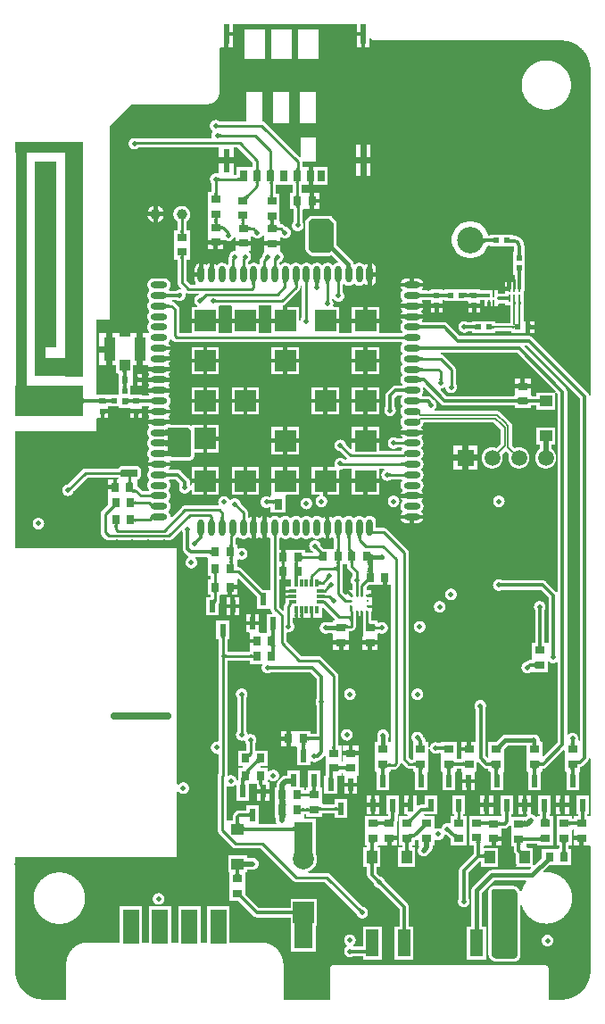
<source format=gbl>
G04*
G04 #@! TF.GenerationSoftware,Altium Limited,Altium Designer,21.2.1 (34)*
G04*
G04 Layer_Physical_Order=4*
G04 Layer_Color=16711680*
%FSTAX24Y24*%
%MOIN*%
G70*
G04*
G04 #@! TF.SameCoordinates,4AC015DC-E3C4-4AC6-9BA4-5EE9E9B64A6E*
G04*
G04*
G04 #@! TF.FilePolarity,Positive*
G04*
G01*
G75*
%ADD11C,0.0079*%
%ADD16C,0.0100*%
%ADD23R,0.0600X0.1260*%
%ADD25R,0.0354X0.0315*%
%ADD27R,0.0472X0.0984*%
%ADD39R,0.0472X0.0394*%
%ADD43R,0.0315X0.0354*%
%ADD44R,0.0236X0.0453*%
%ADD45R,0.0394X0.0472*%
%ADD76C,0.0591*%
%ADD81C,0.0394*%
%ADD82C,0.0118*%
%ADD84C,0.0157*%
%ADD85C,0.0197*%
%ADD86C,0.0256*%
%ADD88C,0.0433*%
%ADD89C,0.0787*%
%ADD90R,0.0787X0.0787*%
%ADD91R,0.0591X0.0591*%
%ADD92C,0.0197*%
%ADD93C,0.0136*%
%ADD94R,0.0108X0.0098*%
%ADD95R,0.0098X0.0108*%
%ADD96R,0.0236X0.0197*%
%ADD97R,0.0591X0.1181*%
%ADD98C,0.0984*%
%ADD99R,0.0394X0.0394*%
%ADD100R,0.0433X0.0866*%
%ADD101R,0.0709X0.1181*%
%ADD102R,0.0098X0.0128*%
%ADD103R,0.0079X0.0128*%
%ADD104R,0.0098X0.0098*%
%ADD105R,0.0315X0.0118*%
%ADD106R,0.0118X0.0315*%
%ADD107R,0.0315X0.0394*%
%ADD108O,0.0630X0.0236*%
%ADD109O,0.0236X0.0630*%
%ADD110R,0.0787X0.0787*%
%ADD111R,0.0228X0.0748*%
%ADD112R,0.0228X0.0866*%
%ADD113R,0.0256X0.0445*%
%ADD114R,0.0295X0.0445*%
%ADD115R,0.0197X0.0236*%
%ADD116R,0.0091X0.0276*%
%ADD117C,0.0138*%
%ADD118C,0.0075*%
%ADD119C,0.0150*%
%ADD120C,0.0114*%
%ADD121R,0.0787X0.6969*%
%ADD122R,0.1811X0.0709*%
%ADD123R,0.0709X0.8740*%
%ADD124R,0.2520X0.0394*%
%ADD125R,0.2520X0.1181*%
%ADD126R,0.0394X1.0236*%
%ADD127R,0.0394X0.8032*%
G36*
X054508Y100899D02*
Y10063D01*
X05474D01*
Y100551D01*
X054819D01*
Y100059D01*
X054972D01*
Y100372D01*
X05502Y100387D01*
X055022Y100382D01*
X055025Y100376D01*
X055028Y100371D01*
X05503Y100365D01*
X055034Y10036D01*
X055037Y100355D01*
X055041Y100351D01*
X055045Y100346D01*
X055049Y100342D01*
X055053Y100337D01*
X055058Y100333D01*
X055063Y10033D01*
X055068Y100326D01*
X055073Y100323D01*
X055078Y10032D01*
X055083Y100317D01*
X055089Y100315D01*
X055095Y100313D01*
X0551Y100311D01*
X055106Y100309D01*
X055112Y100308D01*
X055118Y100307D01*
X055124Y100306D01*
X05513Y100306D01*
X055136Y100306D01*
X062086Y100305D01*
X062136Y100305D01*
X062186Y100304D01*
X062191Y100304D01*
X062209Y100303D01*
X062227Y100302D01*
X062245Y1003D01*
X062263Y100298D01*
X062281Y100296D01*
X062299Y100293D01*
X062317Y10029D01*
X062335Y100287D01*
X062353Y100284D01*
X062371Y10028D01*
X062388Y100276D01*
X062406Y100272D01*
X062424Y100267D01*
X062441Y100262D01*
X062458Y100257D01*
X062476Y100251D01*
X062493Y100245D01*
X06251Y100239D01*
X062527Y100233D01*
X062544Y100226D01*
X062561Y100219D01*
X062577Y100212D01*
X062594Y100204D01*
X06261Y100197D01*
X062627Y100189D01*
X062643Y10018D01*
X062659Y100172D01*
X062675Y100163D01*
X06269Y100154D01*
X062706Y100144D01*
X062721Y100135D01*
X062736Y100125D01*
X062752Y100115D01*
X062766Y100104D01*
X062781Y100094D01*
X062796Y100083D01*
X06281Y100072D01*
X062824Y10006D01*
X062838Y100049D01*
X062852Y100037D01*
X062865Y100025D01*
X062879Y100012D01*
X062892Y1D01*
X062905Y099987D01*
X062918Y099974D01*
X06293Y099961D01*
X062943Y099948D01*
X062955Y099934D01*
X062966Y09992D01*
X062978Y099906D01*
X062989Y099892D01*
X063001Y099878D01*
X063011Y099863D01*
X063022Y099849D01*
X063033Y099834D01*
X063043Y099819D01*
X063053Y099803D01*
X063062Y099788D01*
X063072Y099772D01*
X063081Y099757D01*
X06309Y099741D01*
X063098Y099725D01*
X063107Y099709D01*
X063115Y099692D01*
X063122Y099676D01*
X06313Y099659D01*
X063137Y099643D01*
X063144Y099626D01*
X063151Y099609D01*
X063157Y099592D01*
X063163Y099575D01*
X063169Y099558D01*
X063175Y099541D01*
X06318Y099523D01*
X063185Y099506D01*
X063189Y099488D01*
X063194Y09947D01*
X063198Y099453D01*
X063202Y099435D01*
X063205Y099417D01*
X063208Y099399D01*
X063211Y099381D01*
X063214Y099363D01*
X063216Y099345D01*
X063218Y099327D01*
X06322Y099309D01*
X063221Y099291D01*
X063222Y099273D01*
X063222Y099268D01*
X063223Y099218D01*
X063223Y099218D01*
X063223Y099218D01*
Y087065D01*
X063173Y08706D01*
X063172Y087067D01*
X06317Y087075D01*
X063168Y087082D01*
X063166Y087089D01*
X063164Y087096D01*
X063161Y087102D01*
X063158Y087109D01*
X063154Y087115D01*
X063151Y087122D01*
X063147Y087128D01*
X063143Y087134D01*
X063138Y08714D01*
X063134Y087146D01*
X063129Y087151D01*
X063124Y087156D01*
X061061Y08922D01*
X061055Y089225D01*
X06105Y08923D01*
X061044Y089234D01*
X061038Y089239D01*
X061032Y089243D01*
X061026Y089247D01*
X06102Y08925D01*
X061013Y089254D01*
X061007Y089257D01*
X061Y089259D01*
X060993Y089262D01*
X060986Y089264D01*
X060979Y089266D01*
X060972Y089268D01*
X060965Y089269D01*
X060957Y08927D01*
X06095Y089271D01*
X060943Y089271D01*
X060935Y089272D01*
X05834D01*
X057884Y089728D01*
X057879Y089733D01*
X057873Y089738D01*
X057867Y089742D01*
X057862Y089747D01*
X057856Y089751D01*
X057849Y089755D01*
X057843Y089758D01*
X057836Y089762D01*
X05783Y089765D01*
X057823Y089767D01*
X057816Y08977D01*
X057809Y089772D01*
X057802Y089774D01*
X057795Y089776D01*
X057788Y089777D01*
X057781Y089778D01*
X057773Y089779D01*
X057766Y089779D01*
X057759Y08978D01*
X056939D01*
X056936Y089783D01*
X056924Y089805D01*
X05692Y089825D01*
X05692Y089828D01*
X056921Y089831D01*
X056922Y089832D01*
X056925Y089835D01*
X05693Y089841D01*
X056936Y089848D01*
X056941Y089854D01*
X056946Y089861D01*
X056951Y089868D01*
X056955Y089876D01*
X056959Y089883D01*
X056963Y08989D01*
X056967Y089898D01*
X05697Y089906D01*
X056973Y089914D01*
X056975Y089917D01*
X056136D01*
X056137Y089914D01*
X05614Y089906D01*
X056143Y089898D01*
X056147Y08989D01*
X056151Y089883D01*
X056155Y089876D01*
X056159Y089868D01*
X056164Y089861D01*
X056169Y089854D01*
X056174Y089848D01*
X05618Y089841D01*
X056185Y089835D01*
X056188Y089832D01*
X056189Y089831D01*
X056193Y089824D01*
X056194Y089816D01*
X056196Y089799D01*
X056194Y089782D01*
X056193Y089775D01*
X056189Y089768D01*
X056188Y089766D01*
X056185Y089763D01*
X05618Y089757D01*
X056174Y089751D01*
X056169Y089744D01*
X056164Y089737D01*
X056159Y08973D01*
X056155Y089723D01*
X056151Y089716D01*
X056147Y089708D01*
X056143Y089701D01*
X05614Y089693D01*
X056137Y089685D01*
X056134Y089677D01*
X056132Y089669D01*
X056129Y089661D01*
X056127Y089653D01*
X056126Y089644D01*
X056124Y089636D01*
X056123Y089628D01*
X056123Y089619D01*
X056122Y089611D01*
X056122Y089602D01*
X056122Y089594D01*
X056123Y089586D01*
X056123Y089577D01*
X056124Y089569D01*
X056126Y08956D01*
X056127Y089552D01*
X056129Y089544D01*
X056132Y089536D01*
X056134Y089528D01*
X056137Y08952D01*
X05614Y089512D01*
X056143Y089504D01*
X056147Y089497D01*
X056151Y089489D01*
X056155Y089482D01*
X056159Y089475D01*
X056164Y089468D01*
X056169Y089461D01*
X056174Y089454D01*
X05618Y089448D01*
X056185Y089441D01*
X056188Y089439D01*
X056189Y089437D01*
X056193Y08943D01*
X056194Y089423D01*
X056195Y089422D01*
X056158Y089377D01*
X055335D01*
Y089764D01*
X054311D01*
Y089377D01*
X053839D01*
Y089764D01*
X053327D01*
Y089921D01*
X053839D01*
Y090355D01*
X05364D01*
X053638Y090356D01*
X053626Y090365D01*
X053623Y090369D01*
X05361Y090393D01*
X053608Y090405D01*
X053609Y090408D01*
X053612Y090416D01*
X053614Y090423D01*
X053616Y090431D01*
X053618Y090439D01*
X053619Y090447D01*
X05362Y090455D01*
X053621Y090463D01*
X053621Y090471D01*
X053621Y090479D01*
X053621Y090488D01*
X053621Y090496D01*
X05362Y090504D01*
X053619Y090512D01*
X053618Y09052D01*
X053616Y090528D01*
X053614Y090536D01*
X053612Y090543D01*
X053609Y090551D01*
X053606Y090559D01*
X053603Y090566D01*
X0536Y090573D01*
X053596Y090581D01*
X053592Y090588D01*
X053588Y090595D01*
X053584Y090601D01*
X05358Y090606D01*
X05358Y090616D01*
X053584Y090634D01*
X053588Y090636D01*
X053596Y09064D01*
X053599Y09064D01*
X053604Y09064D01*
X053639Y090633D01*
X05365Y090626D01*
X05365Y090625D01*
X053656Y090619D01*
X053661Y090613D01*
X053667Y090608D01*
X053673Y090602D01*
X05368Y090597D01*
X053686Y090592D01*
X053693Y090588D01*
X053699Y090583D01*
X053706Y090579D01*
X053713Y090575D01*
X053721Y090571D01*
X053728Y090568D01*
X053735Y090565D01*
X053743Y090562D01*
X053751Y09056D01*
X053759Y090557D01*
X053766Y090555D01*
X053774Y090554D01*
X053782Y090552D01*
X05379Y090551D01*
X053798Y090551D01*
X053806Y09055D01*
X053815Y09055D01*
X053823Y09055D01*
X053831Y090551D01*
X053839Y090551D01*
X053847Y090552D01*
X053855Y090554D01*
X053863Y090555D01*
X053871Y090557D01*
X053878Y09056D01*
X053886Y090562D01*
X053894Y090565D01*
X053901Y090568D01*
X053909Y090571D01*
X053916Y090575D01*
X053923Y090579D01*
X05393Y090583D01*
X053937Y090588D01*
X053943Y090592D01*
X05395Y090597D01*
X053956Y090602D01*
X053962Y090608D01*
X053968Y090613D01*
X053973Y090619D01*
X053979Y090625D01*
X053984Y090632D01*
X053989Y090638D01*
X053994Y090645D01*
X053998Y090651D01*
X054002Y090658D01*
X054006Y090665D01*
X05401Y090673D01*
X054013Y09068D01*
X054016Y090687D01*
X054019Y090695D01*
X054022Y090703D01*
X054024Y09071D01*
X054026Y090718D01*
X054027Y090726D01*
X054029Y090734D01*
X05403Y090742D01*
X054031Y09075D01*
X054031Y090758D01*
X054031Y090767D01*
X054031Y090775D01*
X054031Y090783D01*
X05403Y090791D01*
X054029Y090799D01*
X054027Y090807D01*
X054026Y090815D01*
X054024Y090823D01*
X054022Y09083D01*
X054019Y090838D01*
X054016Y090846D01*
X054013Y090853D01*
X05401Y090861D01*
X054006Y090868D01*
X054002Y090875D01*
X053998Y090882D01*
X053994Y090889D01*
X053989Y090895D01*
X053984Y090902D01*
X053979Y090908D01*
X053973Y090914D01*
X053973Y090914D01*
X053973Y090917D01*
Y091191D01*
X053992Y091204D01*
X054007Y091209D01*
X054016Y09121D01*
X054021Y091208D01*
X054028Y091205D01*
X054029Y091204D01*
X054032Y091201D01*
X054038Y091195D01*
X054045Y09119D01*
X054051Y091185D01*
X054058Y09118D01*
X054065Y091175D01*
X054072Y091171D01*
X05408Y091167D01*
X054087Y091163D01*
X054095Y091159D01*
X054102Y091156D01*
X05411Y091153D01*
X054118Y09115D01*
X054126Y091147D01*
X054134Y091145D01*
X054143Y091143D01*
X054151Y091142D01*
X054159Y09114D01*
X054168Y091139D01*
X054176Y091138D01*
X054184Y091138D01*
X054193Y091138D01*
X054201Y091138D01*
X05421Y091138D01*
X054218Y091139D01*
X054226Y09114D01*
X054235Y091142D01*
X054243Y091143D01*
X054251Y091145D01*
X054259Y091147D01*
X054267Y09115D01*
X054275Y091153D01*
X054283Y091156D01*
X054291Y091159D01*
X054299Y091163D01*
X054306Y091167D01*
X054313Y091171D01*
X054321Y091175D01*
X054328Y09118D01*
X054334Y091185D01*
X054341Y09119D01*
X054348Y091195D01*
X054354Y091201D01*
X054357Y091204D01*
X054358Y091205D01*
X054365Y091208D01*
X054373Y09121D01*
X05439Y091211D01*
X054407Y09121D01*
X054414Y091208D01*
X054421Y091205D01*
X054423Y091204D01*
X054426Y091201D01*
X054432Y091195D01*
X054438Y09119D01*
X054445Y091185D01*
X054452Y09118D01*
X054459Y091175D01*
X054466Y091171D01*
X054473Y091167D01*
X054481Y091163D01*
X054488Y091159D01*
X054496Y091156D01*
X054504Y091153D01*
X054512Y09115D01*
X05452Y091147D01*
X054528Y091145D01*
X054536Y091143D01*
X054545Y091142D01*
X054553Y09114D01*
X054561Y091139D01*
X05457Y091138D01*
X054578Y091138D01*
X054587Y091138D01*
X054595Y091138D01*
X054603Y091138D01*
X054612Y091139D01*
X05462Y09114D01*
X054629Y091142D01*
X054637Y091143D01*
X054645Y091145D01*
X054653Y091147D01*
X054661Y09115D01*
X054669Y091153D01*
X054677Y091156D01*
X054685Y091159D01*
X054692Y091163D01*
X0547Y091167D01*
X054707Y091171D01*
X054714Y091175D01*
X054721Y09118D01*
X054728Y091185D01*
X054735Y09119D01*
X054741Y091195D01*
X054748Y091201D01*
X05475Y091204D01*
X054752Y091205D01*
X054759Y091208D01*
X054766Y09121D01*
X054783Y091211D01*
X054801Y09121D01*
X054808Y091208D01*
X054815Y091205D01*
X054817Y091204D01*
X054819Y091201D01*
X054826Y091195D01*
X054832Y09119D01*
X054839Y091185D01*
X054846Y09118D01*
X054853Y091175D01*
X05486Y091171D01*
X054867Y091167D01*
X054875Y091163D01*
X054882Y091159D01*
X05489Y091156D01*
X054898Y091153D01*
X054902Y091151D01*
Y091571D01*
Y09199D01*
X054898Y091989D01*
X05489Y091986D01*
X054882Y091983D01*
X054875Y091979D01*
X054867Y091975D01*
X05486Y091971D01*
X054853Y091966D01*
X054846Y091962D01*
X054839Y091957D01*
X054832Y091952D01*
X054826Y091946D01*
X054819Y091941D01*
X054817Y091938D01*
X054815Y091937D01*
X054808Y091933D01*
X054801Y091931D01*
X054783Y09193D01*
X054766Y091931D01*
X054759Y091933D01*
X054752Y091937D01*
X05475Y091938D01*
X054748Y091941D01*
X054741Y091946D01*
X054735Y091952D01*
X054728Y091957D01*
X054721Y091962D01*
X054714Y091966D01*
X054707Y091971D01*
X0547Y091975D01*
X054692Y091979D01*
X054685Y091983D01*
X054677Y091986D01*
X054669Y091989D01*
X054661Y091992D01*
X054653Y091994D01*
X054645Y091997D01*
X054637Y091999D01*
X054629Y092D01*
X05462Y092002D01*
X054612Y092003D01*
X054603Y092003D01*
X054595Y092004D01*
X054587Y092004D01*
X054578Y092004D01*
X05457Y092003D01*
X054561Y092003D01*
X054553Y092002D01*
X054545Y092D01*
X054536Y091999D01*
X054528Y091997D01*
X05452Y091994D01*
X054512Y091992D01*
X054504Y091989D01*
X054496Y091986D01*
X054488Y091983D01*
X054481Y091979D01*
X054473Y091975D01*
X054466Y091971D01*
X054459Y091966D01*
X054452Y091962D01*
X054445Y091957D01*
X054438Y091952D01*
X054432Y091946D01*
X05443Y091945D01*
X054429Y091945D01*
X054405Y091949D01*
X054396Y091952D01*
X054379Y091965D01*
X054379Y091968D01*
X054378Y091975D01*
X054377Y091983D01*
X054375Y091991D01*
X054373Y091998D01*
X054371Y092005D01*
X054368Y092013D01*
X054366Y09202D01*
X054362Y092027D01*
X054359Y092034D01*
X054355Y092041D01*
X054351Y092047D01*
X054347Y092054D01*
X054343Y09206D01*
X054338Y092066D01*
X054333Y092072D01*
X054328Y092078D01*
X054323Y092084D01*
X053745Y092661D01*
Y093492D01*
X053745Y093497D01*
X053745Y093503D01*
X053744Y093509D01*
X053743Y093515D01*
X053742Y09352D01*
X05374Y093526D01*
X053738Y093531D01*
X053736Y093537D01*
X053734Y093542D01*
X053731Y093547D01*
X053729Y093552D01*
X053725Y093557D01*
X053722Y093562D01*
X053719Y093567D01*
X053715Y093571D01*
X053711Y093575D01*
X053558Y093728D01*
X053554Y093732D01*
X053549Y093736D01*
X053545Y093739D01*
X05354Y093743D01*
X053535Y093746D01*
X05353Y093749D01*
X053525Y093751D01*
X05352Y093754D01*
X053514Y093756D01*
X053509Y093758D01*
X053503Y093759D01*
X053497Y09376D01*
X053492Y093761D01*
X053486Y093762D01*
X05348Y093762D01*
X053474Y093763D01*
X052811D01*
X052811Y093763D01*
X052805Y093762D01*
X052799Y093762D01*
X052793Y093761D01*
X052788Y09376D01*
X052782Y093759D01*
X052776Y093758D01*
X052771Y093756D01*
X052766Y093754D01*
X05276Y093751D01*
X052755Y093749D01*
X05275Y093746D01*
X052745Y093743D01*
X05274Y093739D01*
X052736Y093736D01*
X052731Y093732D01*
X052727Y093728D01*
X052609Y09361D01*
X052605Y093606D01*
X052602Y093602D01*
X052598Y093597D01*
X052595Y093592D01*
X052592Y093587D01*
X052589Y093582D01*
X052586Y093577D01*
X052584Y093572D01*
X052582Y093566D01*
X05258Y093561D01*
X052578Y093555D01*
X052577Y09355D01*
X052576Y093544D01*
X052575Y093538D01*
X052575Y093532D01*
X052575Y093527D01*
Y092523D01*
X052575Y092517D01*
X052575Y092512D01*
X052576Y092506D01*
X052577Y0925D01*
X052578Y092494D01*
X05258Y092489D01*
X052582Y092483D01*
X052584Y092478D01*
X052586Y092473D01*
X052589Y092467D01*
X052592Y092462D01*
X052595Y092457D01*
X052598Y092453D01*
X052602Y092448D01*
X052605Y092444D01*
X052609Y09244D01*
X052755Y092293D01*
X05276Y092289D01*
X052764Y092286D01*
X052769Y092282D01*
X052773Y092279D01*
X052778Y092276D01*
X052783Y092273D01*
X052789Y09227D01*
X052794Y092268D01*
X052799Y092266D01*
X052805Y092264D01*
X05281Y092262D01*
X052816Y092261D01*
X052822Y09226D01*
X052827Y092259D01*
X052833Y092259D01*
X052839Y092259D01*
X053466D01*
X053472Y092259D01*
X053478Y092259D01*
X053484Y09226D01*
X053489Y092261D01*
X053495Y092262D01*
X053501Y092264D01*
X053506Y092266D01*
X053512Y092268D01*
X053517Y09227D01*
X053522Y092273D01*
X053527Y092276D01*
X053532Y092279D01*
X053537Y092282D01*
X053541Y092286D01*
X053546Y092289D01*
X05355Y092293D01*
X053553Y092297D01*
X053796Y092054D01*
X053794Y092032D01*
X05379Y092022D01*
X053776Y092003D01*
X053774Y092003D01*
X053766Y092002D01*
X053757Y092D01*
X053749Y091999D01*
X053741Y091997D01*
X053733Y091994D01*
X053725Y091992D01*
X053717Y091989D01*
X053709Y091986D01*
X053701Y091983D01*
X053693Y091979D01*
X053686Y091975D01*
X053679Y091971D01*
X053671Y091966D01*
X053664Y091962D01*
X053658Y091957D01*
X053651Y091952D01*
X053644Y091946D01*
X053638Y091941D01*
X053636Y091938D01*
X053634Y091937D01*
X053627Y091933D01*
X05362Y091931D01*
X053602Y09193D01*
X053585Y091931D01*
X053578Y091933D01*
X053571Y091937D01*
X053569Y091938D01*
X053566Y091941D01*
X05356Y091946D01*
X053554Y091952D01*
X053547Y091957D01*
X05354Y091962D01*
X053533Y091966D01*
X053526Y091971D01*
X053519Y091975D01*
X053511Y091979D01*
X053504Y091983D01*
X053496Y091986D01*
X053488Y091989D01*
X05348Y091992D01*
X053472Y091994D01*
X053464Y091997D01*
X053456Y091999D01*
X053447Y092D01*
X053439Y092002D01*
X053431Y092003D01*
X053422Y092003D01*
X053414Y092004D01*
X053405Y092004D01*
X053397Y092004D01*
X053389Y092003D01*
X05338Y092003D01*
X053372Y092002D01*
X053364Y092D01*
X053355Y091999D01*
X053347Y091997D01*
X053339Y091994D01*
X053331Y091992D01*
X053323Y091989D01*
X053315Y091986D01*
X053307Y091983D01*
X0533Y091979D01*
X053292Y091975D01*
X053285Y091971D01*
X053278Y091966D01*
X053271Y091962D01*
X053264Y091957D01*
X053257Y091952D01*
X053251Y091946D01*
X053244Y091941D01*
X053242Y091938D01*
X05324Y091937D01*
X053233Y091933D01*
X053226Y091931D01*
X053209Y09193D01*
X053191Y091931D01*
X053184Y091933D01*
X053177Y091937D01*
X053175Y091938D01*
X053173Y091941D01*
X053166Y091946D01*
X05316Y091952D01*
X053153Y091957D01*
X053147Y091962D01*
X05314Y091966D01*
X053132Y091971D01*
X053125Y091975D01*
X053118Y091979D01*
X05311Y091983D01*
X053102Y091986D01*
X053094Y091989D01*
X053086Y091992D01*
X053078Y091994D01*
X05307Y091997D01*
X053062Y091999D01*
X053054Y092D01*
X053045Y092002D01*
X053037Y092003D01*
X053029Y092003D01*
X05302Y092004D01*
X053012Y092004D01*
X053003Y092004D01*
X052995Y092003D01*
X052987Y092003D01*
X052978Y092002D01*
X05297Y092D01*
X052962Y091999D01*
X052953Y091997D01*
X052945Y091994D01*
X052937Y091992D01*
X052929Y091989D01*
X052921Y091986D01*
X052914Y091983D01*
X052906Y091979D01*
X052899Y091975D01*
X052891Y091971D01*
X052884Y091966D01*
X052877Y091962D01*
X05287Y091957D01*
X052864Y091952D01*
X052857Y091946D01*
X052851Y091941D01*
X052848Y091938D01*
X052846Y091937D01*
X052839Y091933D01*
X052832Y091931D01*
X052815Y09193D01*
X052798Y091931D01*
X05279Y091933D01*
X052783Y091937D01*
X052782Y091938D01*
X052779Y091941D01*
X052773Y091946D01*
X052766Y091952D01*
X05276Y091957D01*
X052753Y091962D01*
X052746Y091966D01*
X052739Y091971D01*
X052731Y091975D01*
X052724Y091979D01*
X052716Y091983D01*
X052708Y091986D01*
X052701Y091989D01*
X052693Y091992D01*
X052685Y091994D01*
X052677Y091997D01*
X052668Y091999D01*
X05266Y092D01*
X052652Y092002D01*
X052643Y092003D01*
X052635Y092003D01*
X052627Y092004D01*
X052618Y092004D01*
X05261Y092004D01*
X052601Y092003D01*
X052593Y092003D01*
X052584Y092002D01*
X052576Y092D01*
X052568Y091999D01*
X05256Y091997D01*
X052552Y091994D01*
X052543Y091992D01*
X052536Y091989D01*
X052528Y091986D01*
X05252Y091983D01*
X052512Y091979D01*
X052505Y091975D01*
X052498Y091971D01*
X05249Y091966D01*
X052483Y091962D01*
X052476Y091957D01*
X05247Y091952D01*
X052463Y091946D01*
X052457Y091941D01*
X052454Y091938D01*
X052453Y091937D01*
X052446Y091933D01*
X052438Y091931D01*
X052421Y09193D01*
X052404Y091931D01*
X052397Y091933D01*
X05239Y091937D01*
X052388Y091938D01*
X052385Y091941D01*
X052379Y091946D01*
X052373Y091952D01*
X052366Y091957D01*
X052359Y091962D01*
X052352Y091966D01*
X052345Y091971D01*
X052338Y091975D01*
X05233Y091979D01*
X052323Y091983D01*
X052315Y091986D01*
X052307Y091989D01*
X052299Y091992D01*
X052291Y091994D01*
X052283Y091997D01*
X052275Y091999D01*
X052266Y092D01*
X052258Y092002D01*
X05225Y092003D01*
X052241Y092003D01*
X052233Y092004D01*
X052224Y092004D01*
X052216Y092004D01*
X052208Y092003D01*
X052199Y092003D01*
X052191Y092002D01*
X052182Y092D01*
X052174Y091999D01*
X052166Y091997D01*
X052158Y091994D01*
X05215Y091992D01*
X052142Y091989D01*
X052134Y091986D01*
X052126Y091983D01*
X052119Y091979D01*
X052111Y091975D01*
X052104Y091971D01*
X052097Y091966D01*
X05209Y091962D01*
X052083Y091957D01*
X052076Y091952D01*
X05207Y091946D01*
X052063Y091941D01*
X052061Y091938D01*
X052059Y091937D01*
X052052Y091933D01*
X052045Y091931D01*
X052028Y09193D01*
X05201Y091931D01*
X052003Y091933D01*
X051996Y091937D01*
X051994Y091938D01*
X051992Y091941D01*
X051985Y091946D01*
X051979Y091952D01*
X051972Y091957D01*
X051965Y091962D01*
X051958Y091966D01*
X051951Y091971D01*
X051944Y091975D01*
X051936Y091979D01*
X051929Y091983D01*
X051921Y091986D01*
X051913Y091989D01*
X051905Y091992D01*
X051897Y091994D01*
X051889Y091997D01*
X051881Y091999D01*
X051873Y092D01*
X051864Y092002D01*
X051856Y092003D01*
X051848Y092003D01*
X051839Y092004D01*
X051831Y092004D01*
X051822Y092004D01*
X051814Y092003D01*
X051805Y092003D01*
X051797Y092002D01*
X051789Y092D01*
X05178Y091999D01*
X051772Y091997D01*
X051764Y091994D01*
X051756Y091992D01*
X051748Y091989D01*
X05174Y091986D01*
X051733Y091983D01*
X051725Y091979D01*
X051717Y091975D01*
X05171Y091971D01*
X051703Y091966D01*
X051696Y091962D01*
X051689Y091957D01*
X051682Y091952D01*
X051676Y091946D01*
X05167Y091941D01*
X051667Y091938D01*
X051665Y091937D01*
X051658Y091933D01*
X051651Y091931D01*
X05165Y091931D01*
X051605Y091968D01*
Y092021D01*
X051605Y092021D01*
X051613Y092023D01*
X051621Y092026D01*
X051628Y092029D01*
X051635Y092033D01*
X051643Y092036D01*
X05165Y09204D01*
X051657Y092044D01*
X051663Y092049D01*
X05167Y092053D01*
X051676Y092058D01*
X051683Y092063D01*
X051689Y092069D01*
X051695Y092074D01*
X0517Y09208D01*
X051706Y092086D01*
X051711Y092093D01*
X051716Y092099D01*
X05172Y092106D01*
X051725Y092112D01*
X051729Y092119D01*
X051733Y092126D01*
X051737Y092134D01*
X05174Y092141D01*
X051743Y092149D01*
X051746Y092156D01*
X051748Y092164D01*
X051751Y092172D01*
X051753Y092179D01*
X051754Y092187D01*
X051756Y092195D01*
X051757Y092203D01*
X051757Y092211D01*
X051758Y09222D01*
X051758Y092228D01*
X051758Y092236D01*
X051757Y092244D01*
X051757Y092252D01*
X051756Y09226D01*
X051754Y092268D01*
X051753Y092276D01*
X051751Y092284D01*
X051748Y092291D01*
X051746Y092299D01*
X051743Y092307D01*
X05174Y092314D01*
X051737Y092322D01*
X051733Y092329D01*
X051729Y092336D01*
X051725Y092343D01*
X05172Y09235D01*
X051716Y092356D01*
X051711Y092363D01*
X051706Y092369D01*
X0517Y092375D01*
X051695Y092381D01*
X051689Y092386D01*
X051683Y092392D01*
X051676Y092397D01*
X05167Y092402D01*
X051663Y092407D01*
X051657Y092411D01*
X051657Y092411D01*
X05164Y092428D01*
X051635Y092434D01*
X051628Y092448D01*
X051622Y092468D01*
X051621Y092473D01*
Y092643D01*
X051031D01*
Y092446D01*
X051031D01*
X051045Y092419D01*
X051048Y0924D01*
X051047Y092396D01*
X051042Y092392D01*
X051036Y092386D01*
X05103Y092381D01*
X051024Y092375D01*
X051019Y092369D01*
X051014Y092363D01*
X051009Y092356D01*
X051004Y09235D01*
X051Y092343D01*
X050996Y092336D01*
X050992Y092329D01*
X050988Y092322D01*
X050985Y092314D01*
X050981Y092307D01*
X050979Y092299D01*
X050976Y092291D01*
X050974Y092284D01*
X050972Y092276D01*
X05097Y092268D01*
X050969Y09226D01*
X050968Y092252D01*
X050968Y09225D01*
X050924Y092207D01*
X05092Y092202D01*
X050915Y092197D01*
X050911Y092191D01*
X050906Y092186D01*
X050903Y09218D01*
X050899Y092174D01*
X050895Y092168D01*
X050892Y092162D01*
X050889Y092155D01*
X050887Y092149D01*
X050884Y092142D01*
X050882Y092136D01*
X05088Y092129D01*
X050879Y092122D01*
X050877Y092116D01*
X050876Y092109D01*
X050876Y092102D01*
X050875Y092095D01*
X050875Y092088D01*
Y091968D01*
X05083Y091931D01*
X050829Y091931D01*
X050822Y091933D01*
X050815Y091937D01*
X050813Y091938D01*
X050811Y091941D01*
X050804Y091946D01*
X050798Y091952D01*
X050791Y091957D01*
X050784Y091962D01*
X050777Y091966D01*
X05077Y091971D01*
X050763Y091975D01*
X050755Y091979D01*
X050748Y091983D01*
X05074Y091986D01*
X050732Y091989D01*
X050724Y091992D01*
X050716Y091994D01*
X050708Y091997D01*
X0507Y091999D01*
X050692Y092D01*
X050683Y092002D01*
X050675Y092003D01*
X050666Y092003D01*
X050658Y092004D01*
X05065Y092004D01*
X050641Y092004D01*
X050633Y092003D01*
X050624Y092003D01*
X050616Y092002D01*
X050608Y092D01*
X050599Y091999D01*
X050591Y091997D01*
X050583Y091994D01*
X050575Y091992D01*
X050567Y091989D01*
X050559Y091986D01*
X050551Y091983D01*
X050544Y091979D01*
X050536Y091975D01*
X050529Y091971D01*
X050522Y091966D01*
X050515Y091962D01*
X050508Y091957D01*
X050501Y091952D01*
X050495Y091946D01*
X050489Y091941D01*
X050486Y091938D01*
X050484Y091937D01*
X050477Y091933D01*
X05047Y091931D01*
X050469Y091931D01*
X050424Y091968D01*
Y09203D01*
X050429Y092033D01*
X050436Y092036D01*
X050443Y09204D01*
X05045Y092044D01*
X050457Y092049D01*
X050463Y092053D01*
X05047Y092058D01*
X050476Y092063D01*
X050482Y092069D01*
X050488Y092074D01*
X050493Y09208D01*
X050499Y092086D01*
X050504Y092093D01*
X050509Y092099D01*
X050514Y092106D01*
X050518Y092112D01*
X050522Y092119D01*
X050526Y092126D01*
X05053Y092134D01*
X050533Y092141D01*
X050536Y092149D01*
X050539Y092156D01*
X050542Y092164D01*
X050544Y092172D01*
X050546Y092179D01*
X050547Y092187D01*
X050549Y092195D01*
X05055Y092203D01*
X050551Y092211D01*
X050551Y09222D01*
X050551Y092228D01*
X050551Y092236D01*
X050551Y092244D01*
X05055Y092252D01*
X050549Y09226D01*
X050547Y092268D01*
X050546Y092276D01*
X050544Y092284D01*
X050542Y092291D01*
X050539Y092299D01*
X050536Y092307D01*
X050533Y092314D01*
X05053Y092322D01*
X050526Y092329D01*
X050522Y092336D01*
X050518Y092343D01*
X050514Y09235D01*
X050509Y092356D01*
X050504Y092363D01*
X050499Y092369D01*
X050493Y092375D01*
X050488Y092381D01*
X050482Y092386D01*
X050476Y092392D01*
X05047Y092397D01*
X050463Y092402D01*
X050457Y092407D01*
X050471Y092453D01*
X050472Y092455D01*
X050477Y092462D01*
X050551D01*
Y092659D01*
X04996D01*
Y092494D01*
X04996Y092492D01*
X049957Y092478D01*
X049956Y092477D01*
X049941Y092456D01*
X049929Y092447D01*
X049919Y092442D01*
X049915Y092442D01*
X049907Y09244D01*
X049899Y092439D01*
X049892Y092437D01*
X049884Y092435D01*
X049876Y092432D01*
X049869Y092429D01*
X049861Y092426D01*
X049854Y092423D01*
X049846Y092419D01*
X049839Y092415D01*
X049832Y092411D01*
X049826Y092407D01*
X049819Y092402D01*
X049813Y092397D01*
X049806Y092392D01*
X0498Y092386D01*
X049795Y092381D01*
X049789Y092375D01*
X049783Y092369D01*
X049778Y092363D01*
X049773Y092356D01*
X049769Y09235D01*
X049764Y092343D01*
X04976Y092336D01*
X049756Y092329D01*
X049753Y092322D01*
X049749Y092314D01*
X049746Y092307D01*
X049743Y092299D01*
X049741Y092291D01*
X049738Y092284D01*
X049736Y092276D01*
X049735Y092268D01*
X049733Y09226D01*
X049732Y092252D01*
X049732Y092244D01*
X049731Y092236D01*
X049731Y092228D01*
X049731Y092226D01*
X049729Y092224D01*
X049725Y092218D01*
X049721Y092213D01*
X049718Y092207D01*
X049714Y092201D01*
X049711Y092194D01*
X049708Y092188D01*
X049706Y092182D01*
X049703Y092175D01*
X049701Y092169D01*
X049699Y092162D01*
X049698Y092155D01*
X049696Y092148D01*
X049695Y092141D01*
X049695Y092135D01*
X049694Y092128D01*
X049694Y092121D01*
Y091968D01*
X049649Y091931D01*
X049648Y091931D01*
X049641Y091933D01*
X049634Y091937D01*
X049632Y091938D01*
X049629Y091941D01*
X049623Y091946D01*
X049617Y091952D01*
X04961Y091957D01*
X049603Y091962D01*
X049596Y091966D01*
X049589Y091971D01*
X049582Y091975D01*
X049574Y091979D01*
X049567Y091983D01*
X049559Y091986D01*
X049551Y091989D01*
X049543Y091992D01*
X049535Y091994D01*
X049527Y091997D01*
X049519Y091999D01*
X04951Y092D01*
X049502Y092002D01*
X049494Y092003D01*
X049485Y092003D01*
X049477Y092004D01*
X049468Y092004D01*
X04946Y092004D01*
X049452Y092003D01*
X049443Y092003D01*
X049435Y092002D01*
X049427Y092D01*
X049418Y091999D01*
X04941Y091997D01*
X049402Y091994D01*
X049394Y091992D01*
X049386Y091989D01*
X049378Y091986D01*
X04937Y091983D01*
X049363Y091979D01*
X049355Y091975D01*
X049348Y091971D01*
X049341Y091966D01*
X049334Y091962D01*
X049327Y091957D01*
X04932Y091952D01*
X049314Y091946D01*
X049307Y091941D01*
X049305Y091938D01*
X049303Y091937D01*
X049296Y091933D01*
X049289Y091931D01*
X049272Y09193D01*
X049254Y091931D01*
X049247Y091933D01*
X04924Y091937D01*
X049238Y091938D01*
X049236Y091941D01*
X049229Y091946D01*
X049223Y091952D01*
X049216Y091957D01*
X049209Y091962D01*
X049202Y091966D01*
X049195Y091971D01*
X049188Y091975D01*
X049181Y091979D01*
X049173Y091983D01*
X049165Y091986D01*
X049157Y091989D01*
X049153Y09199D01*
Y091571D01*
X048996D01*
Y09199D01*
X048992Y091989D01*
X048984Y091986D01*
X048977Y091983D01*
X048969Y091979D01*
X048962Y091975D01*
X048954Y091971D01*
X048947Y091966D01*
X04894Y091962D01*
X048933Y091957D01*
X048927Y091952D01*
X04892Y091946D01*
X048914Y091941D01*
X048911Y091938D01*
X048909Y091937D01*
X048902Y091933D01*
X048895Y091931D01*
X048878Y09193D01*
X048861Y091931D01*
X048853Y091933D01*
X048846Y091937D01*
X048845Y091938D01*
X048842Y091941D01*
X048836Y091946D01*
X048829Y091952D01*
X048823Y091957D01*
X048816Y091962D01*
X048809Y091966D01*
X048802Y091971D01*
X048794Y091975D01*
X048787Y091979D01*
X048779Y091983D01*
X048771Y091986D01*
X048764Y091989D01*
X04876Y09199D01*
Y091571D01*
X048681D01*
Y091492D01*
X048445D01*
Y091374D01*
X048445Y091366D01*
X048445Y091357D01*
X048446Y091349D01*
X048447Y09134D01*
X048449Y091332D01*
X04845Y091324D01*
X048452Y091316D01*
X048454Y091307D01*
X048457Y091299D01*
X04846Y091291D01*
X048463Y091284D01*
X048466Y091276D01*
X04847Y091268D01*
X048474Y091261D01*
X048478Y091253D01*
X048482Y091246D01*
X048473Y091216D01*
X04847Y09121D01*
X048456Y091197D01*
X048267D01*
X048128Y091336D01*
Y092129D01*
X048255D01*
Y09263D01*
X048255Y09268D01*
X048255Y09273D01*
Y093231D01*
X048128D01*
Y093549D01*
X048128Y093549D01*
X048137Y093555D01*
X048145Y093561D01*
X048153Y093566D01*
X04816Y093573D01*
X048168Y093579D01*
X048175Y093586D01*
X048182Y093593D01*
X048189Y0936D01*
X048196Y093607D01*
X048202Y093615D01*
X048209Y093622D01*
X048215Y09363D01*
X04822Y093638D01*
X048226Y093647D01*
X048231Y093655D01*
X048236Y093664D01*
X04824Y093672D01*
X048245Y093681D01*
X048249Y09369D01*
X048253Y093699D01*
X048256Y093709D01*
X048259Y093718D01*
X048262Y093727D01*
X048265Y093737D01*
X048267Y093747D01*
X048269Y093756D01*
X048271Y093766D01*
X048272Y093776D01*
X048273Y093786D01*
X048274Y093796D01*
X048275Y093805D01*
X048275Y093815D01*
X048275Y093825D01*
X048274Y093835D01*
X048273Y093845D01*
X048272Y093855D01*
X048271Y093865D01*
X048269Y093874D01*
X048267Y093884D01*
X048265Y093894D01*
X048262Y093903D01*
X048259Y093913D01*
X048256Y093922D01*
X048253Y093931D01*
X048249Y09394D01*
X048245Y093949D01*
X04824Y093958D01*
X048236Y093967D01*
X048231Y093976D01*
X048226Y093984D01*
X04822Y093992D01*
X048215Y094001D01*
X048209Y094008D01*
X048202Y094016D01*
X048196Y094024D01*
X048189Y094031D01*
X048182Y094038D01*
X048175Y094045D01*
X048168Y094052D01*
X04816Y094058D01*
X048153Y094064D01*
X048145Y09407D01*
X048137Y094076D01*
X048128Y094081D01*
X04812Y094087D01*
X048111Y094091D01*
X048103Y094096D01*
X048094Y0941D01*
X048085Y094104D01*
X048076Y094108D01*
X048066Y094112D01*
X048057Y094115D01*
X048048Y094118D01*
X048038Y09412D01*
X048028Y094123D01*
X048019Y094125D01*
X048009Y094127D01*
X047999Y094128D01*
X047989Y094129D01*
X047979Y09413D01*
X04797Y09413D01*
X04796Y09413D01*
X04795Y09413D01*
X04794Y09413D01*
X04793Y094129D01*
X04792Y094128D01*
X04791Y094127D01*
X047901Y094125D01*
X047891Y094123D01*
X047881Y09412D01*
X047872Y094118D01*
X047862Y094115D01*
X047853Y094112D01*
X047844Y094108D01*
X047835Y094104D01*
X047826Y0941D01*
X047817Y094096D01*
X047808Y094091D01*
X047799Y094087D01*
X047791Y094081D01*
X047783Y094076D01*
X047775Y09407D01*
X047767Y094064D01*
X047759Y094058D01*
X047751Y094052D01*
X047744Y094045D01*
X047737Y094038D01*
X04773Y094031D01*
X047723Y094024D01*
X047717Y094016D01*
X047711Y094008D01*
X047705Y094001D01*
X047699Y093992D01*
X047694Y093984D01*
X047689Y093976D01*
X047684Y093967D01*
X047679Y093958D01*
X047675Y093949D01*
X047671Y09394D01*
X047667Y093931D01*
X047663Y093922D01*
X04766Y093913D01*
X047657Y093903D01*
X047655Y093894D01*
X047652Y093884D01*
X04765Y093874D01*
X047649Y093865D01*
X047647Y093855D01*
X047646Y093845D01*
X047645Y093835D01*
X047645Y093825D01*
X047645Y093815D01*
X047645Y093805D01*
X047645Y093796D01*
X047646Y093786D01*
X047647Y093776D01*
X047649Y093766D01*
X04765Y093756D01*
X047652Y093747D01*
X047655Y093737D01*
X047657Y093727D01*
X04766Y093718D01*
X047663Y093709D01*
X047667Y093699D01*
X047671Y09369D01*
X047675Y093681D01*
X047679Y093672D01*
X047684Y093664D01*
X047689Y093655D01*
X047694Y093647D01*
X047699Y093638D01*
X047705Y09363D01*
X047711Y093622D01*
X047717Y093615D01*
X047723Y093607D01*
X04773Y0936D01*
X047737Y093593D01*
X047744Y093586D01*
X047751Y093579D01*
X047759Y093573D01*
X047767Y093566D01*
X047775Y093561D01*
X047783Y093555D01*
X047791Y093549D01*
X047792Y093549D01*
Y093231D01*
X047664D01*
Y09273D01*
X047664Y09268D01*
X047664Y09263D01*
Y092129D01*
X047792D01*
Y091266D01*
X047792Y091259D01*
X047792Y091252D01*
X047793Y091245D01*
X047794Y091238D01*
X047795Y091231D01*
X047797Y091225D01*
X047799Y091218D01*
X047801Y091211D01*
X047803Y091205D01*
X047806Y091198D01*
X047809Y091192D01*
X047812Y091186D01*
X047815Y09118D01*
X047819Y091174D01*
X047823Y091168D01*
X047827Y091163D01*
X047831Y091157D01*
X047836Y091152D01*
X047841Y091147D01*
X047941Y091046D01*
X047932Y091018D01*
X04792Y091003D01*
X047917Y091001D01*
X04791Y091002D01*
X047902Y091003D01*
X047894Y091003D01*
X047886Y091004D01*
X047878Y091004D01*
X04787Y091004D01*
X047862Y091003D01*
X047854Y091003D01*
X047846Y091002D01*
X047838Y091D01*
X04783Y090999D01*
X047822Y090997D01*
X047814Y090994D01*
X047806Y090992D01*
X047799Y090989D01*
X047791Y090986D01*
X047784Y090983D01*
X047777Y090979D01*
X04777Y090975D01*
X047763Y090971D01*
X047756Y090966D01*
X047753Y090965D01*
X04749D01*
X047487Y090968D01*
X047475Y09099D01*
X047471Y091011D01*
X047471Y091013D01*
X047472Y091016D01*
X047473Y091018D01*
X047476Y09102D01*
X047482Y091026D01*
X047487Y091033D01*
X047492Y09104D01*
X047497Y091046D01*
X047502Y091053D01*
X047506Y091061D01*
X04751Y091068D01*
X047514Y091075D01*
X047518Y091083D01*
X047521Y091091D01*
X047524Y091099D01*
X047527Y091107D01*
X04753Y091115D01*
X047532Y091123D01*
X047534Y091131D01*
X047536Y091139D01*
X047537Y091148D01*
X047538Y091156D01*
X047539Y091164D01*
X047539Y091173D01*
X047539Y091181D01*
X047539Y09119D01*
X047539Y091198D01*
X047538Y091206D01*
X047537Y091215D01*
X047536Y091223D01*
X047534Y091231D01*
X047532Y09124D01*
X04753Y091248D01*
X047527Y091256D01*
X047524Y091264D01*
X047521Y091272D01*
X047518Y091279D01*
X047514Y091287D01*
X04751Y091294D01*
X047506Y091302D01*
X047502Y091309D01*
X047497Y091316D01*
X047492Y091323D01*
X047487Y091329D01*
X047482Y091336D01*
X047476Y091342D01*
X04747Y091348D01*
X047464Y091354D01*
X047458Y09136D01*
X047451Y091365D01*
X047445Y09137D01*
X047438Y091375D01*
X047431Y09138D01*
X047424Y091384D01*
X047416Y091389D01*
X047409Y091392D01*
X047401Y091396D01*
X047394Y091399D01*
X047386Y091403D01*
X047378Y091405D01*
X04737Y091408D01*
X047362Y09141D01*
X047353Y091412D01*
X047345Y091414D01*
X047337Y091415D01*
X047328Y091416D01*
X04732Y091417D01*
X047312Y091417D01*
X047303Y091417D01*
X046909D01*
X046901Y091417D01*
X046893Y091417D01*
X046884Y091416D01*
X046876Y091415D01*
X046867Y091414D01*
X046859Y091412D01*
X046851Y09141D01*
X046843Y091408D01*
X046835Y091405D01*
X046827Y091403D01*
X046819Y091399D01*
X046811Y091396D01*
X046804Y091392D01*
X046796Y091389D01*
X046789Y091384D01*
X046782Y09138D01*
X046775Y091375D01*
X046768Y09137D01*
X046761Y091365D01*
X046755Y09136D01*
X046748Y091354D01*
X046742Y091348D01*
X046736Y091342D01*
X046731Y091336D01*
X046725Y091329D01*
X04672Y091323D01*
X046715Y091316D01*
X046711Y091309D01*
X046706Y091302D01*
X046702Y091294D01*
X046698Y091287D01*
X046694Y091279D01*
X046691Y091272D01*
X046688Y091264D01*
X046685Y091256D01*
X046683Y091248D01*
X04668Y09124D01*
X046679Y091231D01*
X046677Y091223D01*
X046676Y091215D01*
X046674Y091206D01*
X046674Y091198D01*
X046673Y09119D01*
X046673Y091181D01*
X046673Y091173D01*
X046674Y091164D01*
X046674Y091156D01*
X046676Y091148D01*
X046677Y091139D01*
X046679Y091131D01*
X04668Y091123D01*
X046683Y091115D01*
X046685Y091107D01*
X046688Y091099D01*
X046691Y091091D01*
X046694Y091083D01*
X046698Y091075D01*
X046702Y091068D01*
X046706Y091061D01*
X046711Y091053D01*
X046715Y091046D01*
X04672Y09104D01*
X046725Y091033D01*
X046731Y091026D01*
X046736Y09102D01*
X046739Y091018D01*
X04674Y091016D01*
X046744Y091009D01*
X046746Y091002D01*
X046747Y090984D01*
X046746Y090967D01*
X046744Y09096D01*
X04674Y090953D01*
X046739Y090951D01*
X046736Y090948D01*
X046731Y090942D01*
X046725Y090936D01*
X04672Y090929D01*
X046715Y090922D01*
X046711Y090915D01*
X046706Y090908D01*
X046702Y090901D01*
X046698Y090893D01*
X046694Y090886D01*
X046691Y090878D01*
X046688Y09087D01*
X046685Y090862D01*
X046683Y090854D01*
X04668Y090846D01*
X046679Y090838D01*
X046677Y090829D01*
X046676Y090821D01*
X046674Y090813D01*
X046674Y090804D01*
X046673Y090796D01*
X046673Y090787D01*
X046673Y090779D01*
X046674Y090771D01*
X046674Y090762D01*
X046676Y090754D01*
X046677Y090746D01*
X046679Y090737D01*
X04668Y090729D01*
X046683Y090721D01*
X046685Y090713D01*
X046688Y090705D01*
X046691Y090697D01*
X046694Y090689D01*
X046698Y090682D01*
X046702Y090674D01*
X046706Y090667D01*
X046711Y09066D01*
X046715Y090653D01*
X04672Y090646D01*
X046725Y090639D01*
X046731Y090633D01*
X046736Y090626D01*
X046739Y090624D01*
X04674Y090622D01*
X046744Y090615D01*
X046746Y090608D01*
X046747Y090591D01*
X046746Y090573D01*
X046744Y090566D01*
X04674Y090559D01*
X046739Y090557D01*
X046736Y090555D01*
X046731Y090548D01*
X046725Y090542D01*
X04672Y090535D01*
X046715Y090529D01*
X046711Y090522D01*
X046706Y090514D01*
X046702Y090507D01*
X046698Y0905D01*
X046694Y090492D01*
X046691Y090484D01*
X046688Y090476D01*
X046685Y090468D01*
X046683Y09046D01*
X04668Y090452D01*
X046679Y090444D01*
X046677Y090436D01*
X046676Y090427D01*
X046674Y090419D01*
X046674Y090411D01*
X046673Y090402D01*
X046673Y090394D01*
X046673Y090385D01*
X046674Y090377D01*
X046674Y090369D01*
X046676Y09036D01*
X046677Y090352D01*
X046679Y090344D01*
X04668Y090335D01*
X046683Y090327D01*
X046685Y090319D01*
X046688Y090311D01*
X046691Y090303D01*
X046694Y090296D01*
X046698Y090288D01*
X046702Y090281D01*
X046706Y090273D01*
X046711Y090266D01*
X046715Y090259D01*
X04672Y090252D01*
X046725Y090246D01*
X046731Y090239D01*
X046736Y090233D01*
X046741Y090228D01*
X046743Y090226D01*
X046743Y090225D01*
X046747Y090215D01*
X046748Y090208D01*
Y090181D01*
X046747Y090174D01*
X046743Y090165D01*
X046743Y090164D01*
X046741Y090162D01*
X046736Y090157D01*
X046731Y090151D01*
X046725Y090144D01*
X04672Y090138D01*
X046715Y090131D01*
X046711Y090124D01*
X046706Y090117D01*
X046702Y090109D01*
X046698Y090102D01*
X046694Y090094D01*
X046691Y090086D01*
X046688Y090079D01*
X046685Y090071D01*
X046683Y090063D01*
X04668Y090054D01*
X046679Y090046D01*
X046677Y090038D01*
X046676Y09003D01*
X046674Y090021D01*
X046674Y090013D01*
X046673Y090005D01*
X046673Y089996D01*
X046673Y089988D01*
X046674Y089979D01*
X046674Y089971D01*
X046676Y089962D01*
X046677Y089954D01*
X046679Y089946D01*
X04668Y089938D01*
X046683Y08993D01*
X046685Y089921D01*
X046688Y089914D01*
X046691Y089906D01*
X046694Y089898D01*
X046698Y08989D01*
X046702Y089883D01*
X046706Y089876D01*
X046711Y089868D01*
X046715Y089861D01*
X04672Y089854D01*
X046725Y089848D01*
X046731Y089841D01*
X046736Y089835D01*
X046739Y089832D01*
X04674Y089831D01*
X046744Y089824D01*
X046746Y089816D01*
X046747Y089799D01*
X046746Y089782D01*
X046744Y089775D01*
X04674Y089768D01*
X046739Y089766D01*
X046736Y089763D01*
X046731Y089757D01*
X046725Y089751D01*
X04672Y089744D01*
X046715Y089737D01*
X046711Y08973D01*
X046706Y089723D01*
X046702Y089716D01*
X046698Y089708D01*
X046694Y089701D01*
X046691Y089693D01*
X046688Y089685D01*
X046685Y089677D01*
X046683Y089669D01*
X04668Y089661D01*
X046679Y089653D01*
X046677Y089644D01*
X046676Y089636D01*
X046674Y089628D01*
X046674Y089619D01*
X046673Y089611D01*
X046673Y089602D01*
X046673Y089594D01*
X046674Y089586D01*
X046674Y089577D01*
X046676Y089569D01*
X046677Y08956D01*
X046679Y089552D01*
X04668Y089544D01*
X046683Y089536D01*
X046685Y089528D01*
X046688Y08952D01*
X046691Y089512D01*
X046694Y089504D01*
X046698Y089497D01*
X046702Y089489D01*
X046706Y089482D01*
X046711Y089475D01*
X046715Y089468D01*
X04672Y089461D01*
X046725Y089454D01*
X046731Y089448D01*
X046736Y089441D01*
X046739Y089439D01*
X04674Y089437D01*
X046744Y08943D01*
X046746Y089423D01*
X046746Y089412D01*
X046717Y089367D01*
X046516D01*
Y088776D01*
Y088186D01*
X046671D01*
X04668Y088179D01*
X046687Y08817D01*
X046691Y088163D01*
X046699Y088136D01*
X046698Y088133D01*
X046694Y088126D01*
X046691Y088118D01*
X046688Y08811D01*
X046687Y088106D01*
X047526D01*
X047524Y08811D01*
X047521Y088118D01*
X047518Y088126D01*
X047514Y088133D01*
X04751Y088141D01*
X047506Y088148D01*
X047502Y088155D01*
X047497Y088162D01*
X047492Y088169D01*
X047487Y088176D01*
X047482Y088182D01*
X047476Y088189D01*
X047473Y088191D01*
X047472Y088193D01*
X047469Y0882D01*
X047467Y088207D01*
X047466Y088224D01*
X047467Y088242D01*
X047469Y088249D01*
X047472Y088256D01*
X047473Y088258D01*
X047476Y08826D01*
X047482Y088267D01*
X047487Y088273D01*
X047492Y08828D01*
X047497Y088287D01*
X047502Y088294D01*
X047506Y088301D01*
X04751Y088308D01*
X047514Y088316D01*
X047518Y088323D01*
X047521Y088331D01*
X047524Y088339D01*
X047526Y088343D01*
X047106D01*
Y0885D01*
X047526D01*
X047524Y088504D01*
X047521Y088512D01*
X047518Y088519D01*
X047514Y088527D01*
X04751Y088534D01*
X047506Y088542D01*
X047502Y088549D01*
X047497Y088556D01*
X047492Y088563D01*
X047487Y088569D01*
X047482Y088576D01*
X047476Y088582D01*
X047473Y088585D01*
X047472Y088587D01*
X047469Y088594D01*
X047467Y088601D01*
X047466Y088618D01*
X047467Y088635D01*
X047469Y088643D01*
X047472Y08865D01*
X047473Y088651D01*
X047476Y088654D01*
X047482Y08866D01*
X047487Y088667D01*
X047492Y088673D01*
X047497Y08868D01*
X047502Y088687D01*
X047506Y088694D01*
X04751Y088702D01*
X047514Y088709D01*
X047518Y088717D01*
X047521Y088725D01*
X047524Y088732D01*
X047526Y088736D01*
X047106D01*
Y088894D01*
X047526D01*
X047524Y088898D01*
X047521Y088905D01*
X047518Y088913D01*
X047514Y088921D01*
X04751Y088928D01*
X047506Y088936D01*
X047502Y088943D01*
X047497Y08895D01*
X047492Y088957D01*
X047487Y088963D01*
X047482Y08897D01*
X047476Y088976D01*
X047473Y088979D01*
X047472Y08898D01*
X047469Y088987D01*
X047467Y088995D01*
X047466Y089012D01*
X047467Y089029D01*
X047469Y089036D01*
X047472Y089043D01*
X047473Y089045D01*
X047476Y089048D01*
X047482Y089054D01*
X047487Y08906D01*
X047492Y089067D01*
X047497Y089074D01*
X047502Y089081D01*
X047506Y089088D01*
X04751Y089095D01*
X047514Y089103D01*
X047518Y089111D01*
X047521Y089118D01*
X047524Y089126D01*
X047527Y089134D01*
X047537Y08914D01*
X04755Y089145D01*
X047566Y089147D01*
X047582Y089145D01*
X047637Y08909D01*
X047642Y089085D01*
X047648Y08908D01*
X047653Y089076D01*
X047659Y089072D01*
X047664Y089068D01*
X04767Y089064D01*
X047676Y089061D01*
X047682Y089058D01*
X047689Y089055D01*
X047695Y089052D01*
X047702Y08905D01*
X047708Y089048D01*
X047715Y089046D01*
X047722Y089044D01*
X047729Y089043D01*
X047735Y089042D01*
X047742Y089041D01*
X047749Y089041D01*
X047756Y089041D01*
X056158D01*
X056195Y088996D01*
X056194Y088995D01*
X056193Y088987D01*
X056189Y08898D01*
X056188Y088979D01*
X056185Y088976D01*
X05618Y08897D01*
X056174Y088963D01*
X056169Y088957D01*
X056164Y08895D01*
X056159Y088943D01*
X056155Y088936D01*
X056151Y088928D01*
X056147Y088921D01*
X056143Y088913D01*
X05614Y088905D01*
X056137Y088898D01*
X056134Y08889D01*
X056132Y088882D01*
X056129Y088873D01*
X056127Y088865D01*
X056126Y088857D01*
X056124Y088849D01*
X056123Y08884D01*
X056123Y088832D01*
X056122Y088823D01*
X056122Y088815D01*
X056122Y088807D01*
X056123Y088798D01*
X056123Y08879D01*
X056124Y088781D01*
X056126Y088773D01*
X056127Y088765D01*
X056129Y088757D01*
X056132Y088748D01*
X056134Y08874D01*
X056137Y088732D01*
X05614Y088725D01*
X056143Y088717D01*
X056147Y088709D01*
X056151Y088702D01*
X056155Y088694D01*
X056159Y088687D01*
X056164Y08868D01*
X056169Y088673D01*
X056174Y088667D01*
X05618Y08866D01*
X056185Y088654D01*
X056188Y088651D01*
X056189Y08865D01*
X056193Y088643D01*
X056194Y088635D01*
X056196Y088618D01*
X056194Y088601D01*
X056193Y088594D01*
X056189Y088587D01*
X056188Y088585D01*
X056185Y088582D01*
X05618Y088576D01*
X056174Y088569D01*
X056169Y088563D01*
X056164Y088556D01*
X056159Y088549D01*
X056155Y088542D01*
X056151Y088534D01*
X056147Y088527D01*
X056143Y088519D01*
X05614Y088512D01*
X056137Y088504D01*
X056134Y088496D01*
X056132Y088488D01*
X056129Y08848D01*
X056127Y088471D01*
X056126Y088463D01*
X056124Y088455D01*
X056123Y088447D01*
X056123Y088438D01*
X056122Y08843D01*
X056122Y088421D01*
X056122Y088413D01*
X056123Y088404D01*
X056123Y088396D01*
X056124Y088388D01*
X056126Y088379D01*
X056127Y088371D01*
X056129Y088363D01*
X056132Y088355D01*
X056134Y088347D01*
X056137Y088339D01*
X05614Y088331D01*
X056143Y088323D01*
X056147Y088316D01*
X056151Y088308D01*
X056155Y088301D01*
X056159Y088294D01*
X056164Y088287D01*
X056169Y08828D01*
X056174Y088273D01*
X05618Y088267D01*
X056185Y08826D01*
X056188Y088258D01*
X056189Y088256D01*
X056193Y088249D01*
X056194Y088242D01*
X056196Y088224D01*
X056194Y088207D01*
X056193Y0882D01*
X056189Y088193D01*
X056188Y088191D01*
X056185Y088189D01*
X05618Y088182D01*
X056174Y088176D01*
X056169Y088169D01*
X056164Y088162D01*
X056159Y088155D01*
X056155Y088148D01*
X056151Y088141D01*
X056147Y088133D01*
X056143Y088126D01*
X05614Y088118D01*
X056137Y08811D01*
X056134Y088102D01*
X056132Y088094D01*
X056129Y088086D01*
X056127Y088078D01*
X056126Y08807D01*
X056124Y088061D01*
X056123Y088053D01*
X056123Y088044D01*
X056122Y088036D01*
X056122Y088028D01*
X056122Y088019D01*
X056123Y088011D01*
X056123Y088002D01*
X056124Y087994D01*
X056126Y087986D01*
X056127Y087977D01*
X056129Y087969D01*
X056132Y087961D01*
X056134Y087953D01*
X056137Y087945D01*
X05614Y087937D01*
X056143Y087929D01*
X056147Y087922D01*
X056151Y087914D01*
X056155Y087907D01*
X056159Y0879D01*
X056164Y087893D01*
X056169Y087886D01*
X056174Y087879D01*
X05618Y087873D01*
X056185Y087867D01*
X056188Y087864D01*
X056189Y087862D01*
X056193Y087855D01*
X056194Y087848D01*
X056196Y087831D01*
X056194Y087814D01*
X056193Y087806D01*
X056189Y087799D01*
X056188Y087798D01*
X056185Y087795D01*
X05618Y087789D01*
X056174Y087782D01*
X056169Y087775D01*
X056164Y087769D01*
X056159Y087762D01*
X056155Y087754D01*
X056151Y087747D01*
X056147Y08774D01*
X056143Y087732D01*
X05614Y087724D01*
X056137Y087716D01*
X056134Y087708D01*
X056132Y0877D01*
X056129Y087692D01*
X056127Y087684D01*
X056126Y087676D01*
X056124Y087667D01*
X056123Y087659D01*
X056123Y087651D01*
X056122Y087642D01*
X056122Y087634D01*
X056122Y087625D01*
X056123Y087617D01*
X056123Y087609D01*
X056124Y0876D01*
X056126Y087592D01*
X056127Y087584D01*
X056129Y087575D01*
X056132Y087567D01*
X056134Y087559D01*
X056137Y087551D01*
X05614Y087543D01*
X056143Y087536D01*
X056147Y087528D01*
X056151Y087521D01*
X056155Y087513D01*
X056159Y087506D01*
X056164Y087499D01*
X056169Y087492D01*
X056174Y087486D01*
X05618Y087479D01*
X056185Y087473D01*
X056188Y08747D01*
X056189Y087469D01*
X056191Y087466D01*
X05619Y087463D01*
X056187Y087442D01*
X056174Y087421D01*
X056171Y087417D01*
X055942D01*
X055935Y087417D01*
X055927Y087417D01*
X05592Y087416D01*
X055913Y087415D01*
X055906Y087414D01*
X055899Y087412D01*
X055892Y08741D01*
X055885Y087408D01*
X055878Y087405D01*
X055871Y087402D01*
X055864Y087399D01*
X055858Y087396D01*
X055851Y087392D01*
X055845Y087389D01*
X055839Y087384D01*
X055833Y08738D01*
X055828Y087375D01*
X055822Y087371D01*
X055817Y087365D01*
X055614Y087162D01*
X055609Y087157D01*
X055604Y087152D01*
X055599Y087146D01*
X055595Y08714D01*
X055591Y087134D01*
X055587Y087128D01*
X055583Y087121D01*
X05558Y087115D01*
X055577Y087108D01*
X055574Y087101D01*
X055571Y087095D01*
X055569Y087088D01*
X055567Y087081D01*
X055566Y087073D01*
X055564Y087066D01*
X055563Y087059D01*
X055562Y087052D01*
X055562Y087044D01*
X055562Y087037D01*
Y086615D01*
X05556Y086613D01*
X055556Y086606D01*
X055551Y086599D01*
X055547Y086592D01*
X055544Y086585D01*
X05554Y086578D01*
X055537Y08657D01*
X055535Y086562D01*
X055532Y086555D01*
X05553Y086547D01*
X055528Y086539D01*
X055526Y086531D01*
X055525Y086523D01*
X055524Y086515D01*
X055523Y086507D01*
X055523Y086499D01*
X055522Y086491D01*
X055523Y086483D01*
X055523Y086475D01*
X055524Y086467D01*
X055525Y086459D01*
X055526Y086451D01*
X055528Y086443D01*
X05553Y086435D01*
X055532Y086427D01*
X055535Y086419D01*
X055537Y086412D01*
X05554Y086404D01*
X055544Y086397D01*
X055547Y08639D01*
X055551Y086383D01*
X055556Y086376D01*
X05556Y086369D01*
X055565Y086362D01*
X05557Y086356D01*
X055575Y08635D01*
X05558Y086344D01*
X055586Y086338D01*
X055592Y086332D01*
X055598Y086327D01*
X055604Y086322D01*
X05561Y086317D01*
X055617Y086312D01*
X055624Y086308D01*
X055631Y086303D01*
X055638Y086299D01*
X055645Y086296D01*
X055652Y086292D01*
X05566Y086289D01*
X055667Y086287D01*
X055675Y086284D01*
X055683Y086282D01*
X055691Y08628D01*
X055699Y086278D01*
X055707Y086277D01*
X055715Y086276D01*
X055723Y086275D01*
X055731Y086275D01*
X055739Y086274D01*
X055747Y086275D01*
X055755Y086275D01*
X055763Y086276D01*
X055771Y086277D01*
X055779Y086278D01*
X055787Y08628D01*
X055795Y086282D01*
X055803Y086284D01*
X055811Y086287D01*
X055818Y086289D01*
X055826Y086292D01*
X055833Y086296D01*
X05584Y086299D01*
X055847Y086303D01*
X055854Y086308D01*
X055861Y086312D01*
X055868Y086317D01*
X055874Y086322D01*
X05588Y086327D01*
X055886Y086332D01*
X055892Y086338D01*
X055898Y086344D01*
X055903Y08635D01*
X055908Y086356D01*
X055913Y086362D01*
X055918Y086369D01*
X055922Y086376D01*
X055927Y086383D01*
X05593Y08639D01*
X055934Y086397D01*
X055937Y086404D01*
X055941Y086412D01*
X055943Y086419D01*
X055946Y086427D01*
X055948Y086435D01*
X05595Y086443D01*
X055952Y086451D01*
X055953Y086459D01*
X055954Y086467D01*
X055955Y086475D01*
X055955Y086483D01*
X055956Y086491D01*
X055955Y086499D01*
X055955Y086507D01*
X055954Y086515D01*
X055953Y086523D01*
X055952Y086531D01*
X05595Y086539D01*
X055948Y086547D01*
X055946Y086555D01*
X055943Y086562D01*
X055941Y08657D01*
X055937Y086578D01*
X055934Y086585D01*
X05593Y086592D01*
X055927Y086599D01*
X055922Y086606D01*
X055918Y086613D01*
X055916Y086615D01*
Y086964D01*
X056016Y087063D01*
X056171D01*
X056174Y087059D01*
X056187Y087038D01*
X05619Y087017D01*
X056191Y087015D01*
X056189Y087012D01*
X056188Y08701D01*
X056185Y087007D01*
X05618Y087001D01*
X056174Y086995D01*
X056169Y086988D01*
X056164Y086981D01*
X056159Y086974D01*
X056155Y086967D01*
X056151Y08696D01*
X056147Y086952D01*
X056143Y086945D01*
X05614Y086937D01*
X056137Y086929D01*
X056134Y086921D01*
X056132Y086913D01*
X056129Y086905D01*
X056127Y086897D01*
X056126Y086888D01*
X056124Y08688D01*
X056123Y086872D01*
X056123Y086863D01*
X056122Y086855D01*
X056122Y086846D01*
X056122Y086838D01*
X056123Y08683D01*
X056123Y086821D01*
X056124Y086813D01*
X056126Y086805D01*
X056127Y086796D01*
X056129Y086788D01*
X056132Y08678D01*
X056134Y086772D01*
X056137Y086764D01*
X05614Y086756D01*
X056143Y086748D01*
X056147Y086741D01*
X056151Y086733D01*
X056155Y086726D01*
X056159Y086719D01*
X056164Y086712D01*
X056169Y086705D01*
X056174Y086698D01*
X05618Y086692D01*
X056185Y086685D01*
X056188Y086683D01*
X056189Y086681D01*
X056193Y086674D01*
X056194Y086667D01*
X056196Y08665D01*
X056194Y086632D01*
X056193Y086625D01*
X056189Y086618D01*
X056188Y086616D01*
X056185Y086614D01*
X05618Y086607D01*
X056174Y086601D01*
X056169Y086594D01*
X056164Y086587D01*
X056159Y08658D01*
X056155Y086573D01*
X056151Y086566D01*
X056147Y086559D01*
X056143Y086551D01*
X05614Y086543D01*
X056137Y086535D01*
X056134Y086527D01*
X056132Y086519D01*
X056129Y086511D01*
X056127Y086503D01*
X056126Y086495D01*
X056124Y086486D01*
X056123Y086478D01*
X056123Y08647D01*
X056122Y086461D01*
X056122Y086453D01*
X056122Y086444D01*
X056123Y086436D01*
X056123Y086427D01*
X056124Y086419D01*
X056126Y086411D01*
X056127Y086403D01*
X056129Y086394D01*
X056132Y086386D01*
X056134Y086378D01*
X056137Y08637D01*
X05614Y086362D01*
X056143Y086355D01*
X056147Y086347D01*
X056151Y08634D01*
X056155Y086332D01*
X056159Y086325D01*
X056164Y086318D01*
X056169Y086311D01*
X056174Y086305D01*
X05618Y086298D01*
X056185Y086292D01*
X056188Y086289D01*
X056189Y086287D01*
X056193Y08628D01*
X056194Y086273D01*
X056196Y086256D01*
X056194Y086239D01*
X056193Y086231D01*
X056189Y086224D01*
X056188Y086223D01*
X056185Y08622D01*
X05618Y086214D01*
X056174Y086207D01*
X056169Y086201D01*
X056164Y086194D01*
X056159Y086187D01*
X056155Y08618D01*
X056151Y086172D01*
X056147Y086165D01*
X056143Y086157D01*
X05614Y086149D01*
X056137Y086142D01*
X056134Y086134D01*
X056132Y086126D01*
X056129Y086117D01*
X056127Y086109D01*
X056126Y086101D01*
X056124Y086093D01*
X056123Y086084D01*
X056123Y086076D01*
X056122Y086067D01*
X056122Y086059D01*
X056122Y086051D01*
X056123Y086042D01*
X056123Y086034D01*
X056124Y086025D01*
X056126Y086017D01*
X056127Y086009D01*
X056129Y086001D01*
X056132Y085992D01*
X056134Y085984D01*
X056137Y085976D01*
X05614Y085969D01*
X056143Y085961D01*
X056147Y085953D01*
X056151Y085946D01*
X056155Y085939D01*
X056159Y085931D01*
X056164Y085924D01*
X056169Y085917D01*
X056174Y085911D01*
X05618Y085904D01*
X056185Y085898D01*
X056188Y085895D01*
X056189Y085894D01*
X056193Y085887D01*
X056194Y085879D01*
X056196Y085862D01*
X056194Y085845D01*
X056193Y085838D01*
X056189Y085831D01*
X056188Y085829D01*
X056185Y085826D01*
X05618Y08582D01*
X056174Y085814D01*
X056169Y085807D01*
X056164Y0858D01*
X056159Y085793D01*
X056155Y085786D01*
X056151Y085779D01*
X056147Y085771D01*
X056143Y085764D01*
X05614Y085756D01*
X056137Y085748D01*
X056136Y085744D01*
X056975D01*
X056973Y085748D01*
X05697Y085756D01*
X056967Y085764D01*
X056963Y085771D01*
X056959Y085779D01*
X056955Y085786D01*
X056951Y085793D01*
X056946Y0858D01*
X056941Y085807D01*
X056936Y085814D01*
X05693Y08582D01*
X056925Y085826D01*
X056922Y085829D01*
X056921Y085831D01*
X056918Y085838D01*
X056916Y085845D01*
X056915Y085862D01*
X056916Y085879D01*
X056918Y085887D01*
X056921Y085894D01*
X056922Y085895D01*
X056925Y085898D01*
X05693Y085904D01*
X056936Y085911D01*
X056941Y085917D01*
X056946Y085924D01*
X056951Y085931D01*
X056955Y085939D01*
X056959Y085946D01*
X056963Y085953D01*
X056967Y085961D01*
X05697Y085969D01*
X056973Y085976D01*
X056976Y085984D01*
X056979Y085992D01*
X056981Y086001D01*
X056983Y086009D01*
X056984Y086017D01*
X056986Y086025D01*
X056987Y086034D01*
X056987Y086038D01*
X059618D01*
X059785Y085871D01*
X059785Y085871D01*
X059864Y085792D01*
Y085247D01*
X059703Y085086D01*
X059694Y08509D01*
X059684Y085093D01*
X059673Y085097D01*
X059663Y0851D01*
X059652Y085103D01*
X059641Y085106D01*
X05963Y085108D01*
X059619Y08511D01*
X059608Y085112D01*
X059597Y085113D01*
X059586Y085114D01*
X059575Y085115D01*
X059564Y085115D01*
X059553Y085116D01*
X059542Y085115D01*
X059531Y085115D01*
X05952Y085114D01*
X059509Y085113D01*
X059498Y085112D01*
X059487Y08511D01*
X059476Y085108D01*
X059465Y085106D01*
X059454Y085103D01*
X059444Y0851D01*
X059433Y085097D01*
X059423Y085093D01*
X059412Y08509D01*
X059402Y085086D01*
X059392Y085081D01*
X059382Y085076D01*
X059372Y085072D01*
X059362Y085066D01*
X059352Y085061D01*
X059343Y085055D01*
X059334Y085049D01*
X059324Y085043D01*
X059315Y085036D01*
X059307Y085029D01*
X059298Y085022D01*
X05929Y085015D01*
X059282Y085008D01*
X059274Y085D01*
X059266Y084992D01*
X059258Y084984D01*
X059251Y084975D01*
X059244Y084967D01*
X059237Y084958D01*
X059231Y084949D01*
X059224Y08494D01*
X059218Y084931D01*
X059213Y084921D01*
X059207Y084912D01*
X059202Y084902D01*
X059197Y084892D01*
X059192Y084882D01*
X059188Y084872D01*
X059184Y084861D01*
X05918Y084851D01*
X059177Y08484D01*
X059173Y08483D01*
X05917Y084819D01*
X059168Y084808D01*
X059165Y084797D01*
X059163Y084787D01*
X059162Y084776D01*
X05916Y084765D01*
X059159Y084754D01*
X059158Y084742D01*
X059158Y084731D01*
X059158Y08472D01*
X059158Y084709D01*
X059158Y084698D01*
X059159Y084687D01*
X05916Y084676D01*
X059162Y084665D01*
X059163Y084654D01*
X059165Y084643D01*
X059168Y084632D01*
X05917Y084622D01*
X059173Y084611D01*
X059177Y0846D01*
X05918Y08459D01*
X059184Y084579D01*
X059188Y084569D01*
X059192Y084559D01*
X059197Y084549D01*
X059202Y084539D01*
X059207Y084529D01*
X059213Y084519D01*
X059218Y08451D01*
X059224Y084501D01*
X059231Y084492D01*
X059237Y084483D01*
X059244Y084474D01*
X059251Y084465D01*
X059258Y084457D01*
X059266Y084449D01*
X059274Y084441D01*
X059282Y084433D01*
X05929Y084426D01*
X059298Y084418D01*
X059307Y084411D01*
X059315Y084404D01*
X059324Y084398D01*
X059334Y084392D01*
X059343Y084386D01*
X059352Y08438D01*
X059362Y084374D01*
X059372Y084369D01*
X059382Y084364D01*
X059392Y084359D01*
X059402Y084355D01*
X059412Y084351D01*
X059423Y084347D01*
X059433Y084344D01*
X059444Y08434D01*
X059454Y084338D01*
X059465Y084335D01*
X059476Y084333D01*
X059487Y084331D01*
X059498Y084329D01*
X059509Y084327D01*
X05952Y084326D01*
X059531Y084326D01*
X059542Y084325D01*
X059553Y084325D01*
X059564Y084325D01*
X059575Y084326D01*
X059586Y084326D01*
X059597Y084327D01*
X059608Y084329D01*
X059619Y084331D01*
X05963Y084333D01*
X059641Y084335D01*
X059652Y084338D01*
X059663Y08434D01*
X059673Y084344D01*
X059684Y084347D01*
X059694Y084351D01*
X059704Y084355D01*
X059715Y084359D01*
X059725Y084364D01*
X059735Y084369D01*
X059744Y084374D01*
X059754Y08438D01*
X059763Y084386D01*
X059773Y084392D01*
X059782Y084398D01*
X059791Y084404D01*
X0598Y084411D01*
X059808Y084418D01*
X059817Y084426D01*
X059825Y084433D01*
X059833Y084441D01*
X05984Y084449D01*
X059848Y084457D01*
X059855Y084465D01*
X059862Y084474D01*
X059869Y084483D01*
X059876Y084492D01*
X059882Y084501D01*
X059888Y08451D01*
X059894Y084519D01*
X059899Y084529D01*
X059904Y084539D01*
X059909Y084549D01*
X059914Y084559D01*
X059918Y084569D01*
X059922Y084579D01*
X059926Y08459D01*
X05993Y0846D01*
X059933Y084611D01*
X059936Y084622D01*
X059939Y084632D01*
X059941Y084643D01*
X059943Y084654D01*
X059945Y084665D01*
X059946Y084676D01*
X059947Y084687D01*
X059948Y084698D01*
X059948Y084709D01*
X059948Y08472D01*
X059948Y084731D01*
X059948Y084742D01*
X059947Y084754D01*
X059946Y084765D01*
X059945Y084776D01*
X059943Y084787D01*
X059941Y084797D01*
X059939Y084808D01*
X059936Y084819D01*
X059933Y08483D01*
X05993Y08484D01*
X059926Y084851D01*
X059922Y084861D01*
X059922Y084864D01*
X060056Y084998D01*
X060186Y084867D01*
X060184Y084861D01*
X06018Y084851D01*
X060177Y08484D01*
X060173Y08483D01*
X06017Y084819D01*
X060168Y084808D01*
X060165Y084797D01*
X060163Y084787D01*
X060162Y084776D01*
X06016Y084765D01*
X060159Y084754D01*
X060158Y084742D01*
X060158Y084731D01*
X060158Y08472D01*
X060158Y084709D01*
X060158Y084698D01*
X060159Y084687D01*
X06016Y084676D01*
X060162Y084665D01*
X060163Y084654D01*
X060165Y084643D01*
X060168Y084632D01*
X06017Y084622D01*
X060173Y084611D01*
X060177Y0846D01*
X06018Y08459D01*
X060184Y084579D01*
X060188Y084569D01*
X060192Y084559D01*
X060197Y084549D01*
X060202Y084539D01*
X060207Y084529D01*
X060213Y084519D01*
X060218Y08451D01*
X060224Y084501D01*
X060231Y084492D01*
X060237Y084483D01*
X060244Y084474D01*
X060251Y084465D01*
X060258Y084457D01*
X060266Y084449D01*
X060274Y084441D01*
X060282Y084433D01*
X06029Y084426D01*
X060298Y084418D01*
X060307Y084411D01*
X060315Y084404D01*
X060324Y084398D01*
X060334Y084392D01*
X060343Y084386D01*
X060352Y08438D01*
X060362Y084374D01*
X060372Y084369D01*
X060382Y084364D01*
X060392Y084359D01*
X060402Y084355D01*
X060412Y084351D01*
X060423Y084347D01*
X060433Y084344D01*
X060444Y08434D01*
X060454Y084338D01*
X060465Y084335D01*
X060476Y084333D01*
X060487Y084331D01*
X060498Y084329D01*
X060509Y084327D01*
X06052Y084326D01*
X060531Y084326D01*
X060542Y084325D01*
X060553Y084325D01*
X060564Y084325D01*
X060575Y084326D01*
X060586Y084326D01*
X060597Y084327D01*
X060608Y084329D01*
X060619Y084331D01*
X06063Y084333D01*
X060641Y084335D01*
X060652Y084338D01*
X060663Y08434D01*
X060673Y084344D01*
X060684Y084347D01*
X060694Y084351D01*
X060704Y084355D01*
X060715Y084359D01*
X060725Y084364D01*
X060735Y084369D01*
X060744Y084374D01*
X060754Y08438D01*
X060763Y084386D01*
X060773Y084392D01*
X060782Y084398D01*
X060791Y084404D01*
X0608Y084411D01*
X060808Y084418D01*
X060817Y084426D01*
X060825Y084433D01*
X060833Y084441D01*
X06084Y084449D01*
X060848Y084457D01*
X060855Y084465D01*
X060862Y084474D01*
X060869Y084483D01*
X060876Y084492D01*
X060882Y084501D01*
X060888Y08451D01*
X060894Y084519D01*
X060899Y084529D01*
X060904Y084539D01*
X060909Y084549D01*
X060914Y084559D01*
X060918Y084569D01*
X060922Y084579D01*
X060926Y08459D01*
X06093Y0846D01*
X060933Y084611D01*
X060936Y084622D01*
X060939Y084632D01*
X060941Y084643D01*
X060943Y084654D01*
X060945Y084665D01*
X060946Y084676D01*
X060947Y084687D01*
X060948Y084698D01*
X060948Y084709D01*
X060948Y08472D01*
X060948Y084731D01*
X060948Y084742D01*
X060947Y084754D01*
X060946Y084765D01*
X060945Y084776D01*
X060943Y084787D01*
X060941Y084797D01*
X060939Y084808D01*
X060936Y084819D01*
X060933Y08483D01*
X06093Y08484D01*
X060926Y084851D01*
X060922Y084861D01*
X060918Y084872D01*
X060914Y084882D01*
X060909Y084892D01*
X060904Y084902D01*
X060899Y084912D01*
X060894Y084921D01*
X060888Y084931D01*
X060882Y08494D01*
X060876Y084949D01*
X060869Y084958D01*
X060862Y084967D01*
X060855Y084975D01*
X060848Y084984D01*
X06084Y084992D01*
X060833Y085D01*
X060825Y085008D01*
X060817Y085015D01*
X060808Y085022D01*
X0608Y085029D01*
X060791Y085036D01*
X060782Y085043D01*
X060773Y085049D01*
X060763Y085055D01*
X060754Y085061D01*
X060744Y085066D01*
X060735Y085072D01*
X060725Y085076D01*
X060715Y085081D01*
X060704Y085086D01*
X060694Y08509D01*
X060684Y085093D01*
X060673Y085097D01*
X060663Y0851D01*
X060652Y085103D01*
X060641Y085106D01*
X06063Y085108D01*
X060619Y08511D01*
X060608Y085112D01*
X060597Y085113D01*
X060586Y085114D01*
X060575Y085115D01*
X060564Y085115D01*
X060553Y085116D01*
X060542Y085115D01*
X060531Y085115D01*
X06052Y085114D01*
X060509Y085113D01*
X060498Y085112D01*
X060487Y08511D01*
X060476Y085108D01*
X060465Y085106D01*
X060454Y085103D01*
X060444Y0851D01*
X060433Y085097D01*
X060423Y085093D01*
X060412Y08509D01*
X060406Y085087D01*
X060301Y085193D01*
Y085908D01*
X060301Y085915D01*
X0603Y085921D01*
X060299Y085928D01*
X060298Y085935D01*
X060297Y085942D01*
X060295Y085948D01*
X060294Y085955D01*
X060291Y085961D01*
X060289Y085967D01*
X060286Y085974D01*
X060283Y08598D01*
X06028Y085986D01*
X060276Y085991D01*
X060273Y085997D01*
X060269Y086003D01*
X060264Y086008D01*
X06026Y086013D01*
X060255Y086018D01*
X06013Y086143D01*
X06013Y086143D01*
X059845Y086429D01*
X05984Y086433D01*
X059835Y086438D01*
X059829Y086442D01*
X059824Y086446D01*
X059818Y08645D01*
X059812Y086453D01*
X059806Y086457D01*
X0598Y08646D01*
X059794Y086462D01*
X059788Y086465D01*
X059781Y086467D01*
X059775Y086469D01*
X059768Y08647D01*
X059762Y086472D01*
X059755Y086473D01*
X059748Y086474D01*
X059741Y086474D01*
X059734Y086474D01*
X057414D01*
X057392Y086517D01*
X057393Y086524D01*
X057397Y086528D01*
X057403Y086533D01*
X05741Y086538D01*
X057415Y086544D01*
X057421Y08655D01*
X057426Y086556D01*
X057432Y086562D01*
X057436Y086568D01*
X057441Y086575D01*
X057446Y086582D01*
X05745Y086589D01*
X057454Y086596D01*
X057457Y086603D01*
X057461Y08661D01*
X057464Y086618D01*
X057467Y086625D01*
X057469Y086633D01*
X057471Y086641D01*
X057473Y086649D01*
X057475Y086657D01*
X057476Y086665D01*
X057477Y086673D01*
X057478Y086681D01*
X057479Y086689D01*
X057479Y086697D01*
X057479Y086705D01*
X057478Y086713D01*
X057477Y086721D01*
X057476Y086729D01*
X057475Y086737D01*
X057473Y086745D01*
X057471Y086753D01*
X057469Y086761D01*
X057467Y086768D01*
X057464Y086776D01*
X057461Y086783D01*
X057457Y086791D01*
X057454Y086798D01*
X05745Y086805D01*
X057446Y086812D01*
X057441Y086819D01*
X057436Y086825D01*
X057432Y086832D01*
X057426Y086838D01*
X057421Y086844D01*
X057415Y08685D01*
X05741Y086856D01*
X057403Y086861D01*
X057397Y086866D01*
X057391Y086871D01*
X057384Y086876D01*
X057377Y08688D01*
X05737Y086884D01*
X057363Y086888D01*
X057361Y086889D01*
X057279Y086972D01*
X057274Y086977D01*
X057268Y086982D01*
X057262Y086986D01*
X057257Y086991D01*
X057251Y086995D01*
X057244Y086999D01*
X057238Y087002D01*
X057231Y087006D01*
X057225Y087009D01*
X057218Y087012D01*
X057211Y087014D01*
X057204Y087016D01*
X057197Y087018D01*
X05719Y08702D01*
X057183Y087021D01*
X057176Y087022D01*
X057168Y087023D01*
X057161Y087024D01*
X057154Y087024D01*
X056939D01*
X056936Y087027D01*
X056924Y087049D01*
X05692Y08707D01*
X05692Y087072D01*
X056921Y087075D01*
X056922Y087077D01*
X056925Y087079D01*
X05693Y087085D01*
X056936Y087092D01*
X056941Y087099D01*
X056946Y087105D01*
X056951Y087112D01*
X056955Y08712D01*
X056959Y087127D01*
X056963Y087134D01*
X056967Y087142D01*
X05697Y08715D01*
X056973Y087158D01*
X056976Y087166D01*
X056979Y087174D01*
X056981Y087182D01*
X056983Y08719D01*
X056984Y087198D01*
X056986Y087207D01*
X056987Y087215D01*
X056988Y087223D01*
X056988Y087232D01*
X056988Y08724D01*
X056988Y087249D01*
X056988Y087257D01*
X056987Y087265D01*
X056986Y087274D01*
X056984Y087282D01*
X056983Y08729D01*
X056981Y087299D01*
X056979Y087307D01*
X056976Y087315D01*
X056973Y087323D01*
X05697Y087331D01*
X056967Y087338D01*
X056963Y087346D01*
X056959Y087353D01*
X057002Y087379D01*
X057656Y086725D01*
X057661Y08672D01*
X057667Y086715D01*
X057672Y086711D01*
X057678Y086706D01*
X057684Y086702D01*
X057691Y086698D01*
X057697Y086695D01*
X057703Y086691D01*
X05771Y086688D01*
X057717Y086686D01*
X057724Y086683D01*
X057731Y086681D01*
X057738Y086679D01*
X057745Y086677D01*
X057752Y086676D01*
X057759Y086675D01*
X057767Y086674D01*
X057774Y086674D01*
X057781Y086673D01*
X060399D01*
X060399Y086673D01*
Y08657D01*
X06099D01*
Y086673D01*
X06099Y086673D01*
X061199D01*
X061199Y086673D01*
Y086529D01*
X061907D01*
Y087145D01*
X061952Y087171D01*
X062002Y087122D01*
Y07974D01*
X06198Y079725D01*
X061972Y079722D01*
X061952Y07972D01*
X061578Y080094D01*
X061572Y080099D01*
X061567Y080104D01*
X061561Y080109D01*
X061555Y080113D01*
X061549Y080117D01*
X061543Y080121D01*
X061537Y080125D01*
X06153Y080128D01*
X061524Y080131D01*
X061517Y080134D01*
X06151Y080136D01*
X061503Y080139D01*
X061496Y08014D01*
X061489Y080142D01*
X061482Y080143D01*
X061474Y080145D01*
X061467Y080145D01*
X06146Y080146D01*
X061452Y080146D01*
X059925D01*
X059923Y080148D01*
X059916Y080152D01*
X059909Y080156D01*
X059902Y08016D01*
X059895Y080164D01*
X059887Y080167D01*
X05988Y08017D01*
X059872Y080173D01*
X059865Y080176D01*
X059857Y080178D01*
X059849Y08018D01*
X059841Y080182D01*
X059833Y080183D01*
X059825Y080184D01*
X059817Y080185D01*
X059809Y080185D01*
X059801Y080185D01*
X059793Y080185D01*
X059785Y080185D01*
X059777Y080184D01*
X059769Y080183D01*
X059761Y080182D01*
X059753Y08018D01*
X059745Y080178D01*
X059737Y080176D01*
X059729Y080173D01*
X059722Y08017D01*
X059714Y080167D01*
X059707Y080164D01*
X0597Y08016D01*
X059693Y080156D01*
X059686Y080152D01*
X059679Y080148D01*
X059672Y080143D01*
X059666Y080138D01*
X05966Y080133D01*
X059654Y080127D01*
X059648Y080122D01*
X059642Y080116D01*
X059637Y08011D01*
X059632Y080104D01*
X059627Y080097D01*
X059622Y080091D01*
X059617Y080084D01*
X059613Y080077D01*
X059609Y08007D01*
X059606Y080063D01*
X059602Y080055D01*
X059599Y080048D01*
X059596Y08004D01*
X059594Y080033D01*
X059592Y080025D01*
X05959Y080017D01*
X059588Y080009D01*
X059587Y080001D01*
X059586Y079993D01*
X059585Y079985D01*
X059584Y079977D01*
X059584Y079969D01*
X059584Y079961D01*
X059585Y079953D01*
X059586Y079944D01*
X059587Y079936D01*
X059588Y079928D01*
X05959Y079921D01*
X059592Y079913D01*
X059594Y079905D01*
X059596Y079897D01*
X059599Y07989D01*
X059602Y079882D01*
X059606Y079875D01*
X059609Y079868D01*
X059613Y07986D01*
X059617Y079853D01*
X059622Y079847D01*
X059627Y07984D01*
X059632Y079834D01*
X059637Y079827D01*
X059642Y079821D01*
X059648Y079816D01*
X059654Y07981D01*
X05966Y079805D01*
X059666Y079799D01*
X059672Y079794D01*
X059679Y07979D01*
X059686Y079785D01*
X059693Y079781D01*
X0597Y079777D01*
X059707Y079774D01*
X059714Y07977D01*
X059722Y079767D01*
X059729Y079764D01*
X059737Y079762D01*
X059745Y07976D01*
X059753Y079758D01*
X059761Y079756D01*
X059769Y079755D01*
X059777Y079753D01*
X059785Y079753D01*
X059793Y079752D01*
X059801Y079752D01*
X059809Y079752D01*
X059817Y079753D01*
X059825Y079753D01*
X059833Y079755D01*
X059841Y079756D01*
X059849Y079758D01*
X059857Y07976D01*
X059865Y079762D01*
X059872Y079764D01*
X05988Y079767D01*
X059887Y07977D01*
X059895Y079774D01*
X059902Y079777D01*
X059909Y079781D01*
X059916Y079785D01*
X059923Y07979D01*
X059925Y079791D01*
X061379D01*
X061653Y079518D01*
Y077863D01*
X06163Y077822D01*
X061512D01*
X061512Y077822D01*
Y07903D01*
X061513Y079033D01*
X061518Y07904D01*
X061522Y079046D01*
X061526Y079054D01*
X06153Y079061D01*
X061533Y079068D01*
X061536Y079076D01*
X061539Y079083D01*
X061541Y079091D01*
X061544Y079099D01*
X061546Y079107D01*
X061547Y079114D01*
X061549Y079122D01*
X06155Y07913D01*
X06155Y079139D01*
X061551Y079147D01*
X061551Y079155D01*
X061551Y079163D01*
X06155Y079171D01*
X06155Y079179D01*
X061549Y079187D01*
X061547Y079195D01*
X061546Y079203D01*
X061544Y079211D01*
X061541Y079219D01*
X061539Y079226D01*
X061536Y079234D01*
X061533Y079241D01*
X06153Y079249D01*
X061526Y079256D01*
X061522Y079263D01*
X061518Y07927D01*
X061513Y079277D01*
X061509Y079283D01*
X061504Y07929D01*
X061499Y079296D01*
X061493Y079302D01*
X061488Y079308D01*
X061482Y079313D01*
X061476Y079319D01*
X061469Y079324D01*
X061463Y079329D01*
X061456Y079334D01*
X06145Y079338D01*
X061443Y079342D01*
X061436Y079346D01*
X061428Y07935D01*
X061421Y079353D01*
X061414Y079356D01*
X061406Y079359D01*
X061398Y079362D01*
X06139Y079364D01*
X061383Y079366D01*
X061375Y079368D01*
X061367Y079369D01*
X061359Y07937D01*
X061351Y079371D01*
X061343Y079371D01*
X061334Y079371D01*
X061326Y079371D01*
X061318Y079371D01*
X06131Y07937D01*
X061302Y079369D01*
X061294Y079368D01*
X061286Y079366D01*
X061278Y079364D01*
X061271Y079362D01*
X061263Y079359D01*
X061255Y079356D01*
X061248Y079353D01*
X06124Y07935D01*
X061233Y079346D01*
X061226Y079342D01*
X061219Y079338D01*
X061212Y079334D01*
X061206Y079329D01*
X061199Y079324D01*
X061193Y079319D01*
X061187Y079313D01*
X061181Y079308D01*
X061176Y079302D01*
X06117Y079296D01*
X061165Y07929D01*
X06116Y079283D01*
X061155Y079277D01*
X061151Y07927D01*
X061147Y079263D01*
X061143Y079256D01*
X061139Y079249D01*
X061136Y079241D01*
X061133Y079234D01*
X06113Y079226D01*
X061127Y079219D01*
X061125Y079211D01*
X061123Y079203D01*
X061122Y079195D01*
X06112Y079187D01*
X061119Y079179D01*
X061118Y079171D01*
X061118Y079163D01*
X061118Y079155D01*
X061118Y079147D01*
X061118Y079139D01*
X061119Y07913D01*
X06112Y079122D01*
X061122Y079114D01*
X061123Y079107D01*
X061125Y079099D01*
X061127Y079091D01*
X06113Y079083D01*
X061133Y079076D01*
X061136Y079068D01*
X061139Y079061D01*
X061143Y079054D01*
X061147Y079046D01*
X061151Y07904D01*
X061155Y079033D01*
X061157Y07903D01*
Y077822D01*
X061157Y077822D01*
X061039D01*
Y077321D01*
X061039Y077271D01*
X061039D01*
Y077271D01*
X061039D01*
Y077173D01*
X061039Y077173D01*
X060975D01*
X060968Y077172D01*
X060961Y077172D01*
X060953Y077171D01*
X060946Y07717D01*
X060939Y077169D01*
X060932Y077167D01*
X060925Y077165D01*
X060918Y077163D01*
X060911Y07716D01*
X060904Y077158D01*
X060897Y077155D01*
X060891Y077151D01*
X060884Y077148D01*
X060878Y077144D01*
X060872Y07714D01*
X060866Y077135D01*
X060861Y077131D01*
X060855Y077126D01*
X06085Y077121D01*
X060833Y077104D01*
X060826Y077103D01*
X060818Y077101D01*
X060811Y077099D01*
X060803Y077097D01*
X060795Y077094D01*
X060787Y077091D01*
X06078Y077088D01*
X060773Y077085D01*
X060765Y077081D01*
X060758Y077077D01*
X060751Y077073D01*
X060745Y077069D01*
X060738Y077064D01*
X060732Y077059D01*
X060725Y077054D01*
X060719Y077049D01*
X060713Y077043D01*
X060708Y077037D01*
X060702Y077031D01*
X060697Y077025D01*
X060692Y077018D01*
X060688Y077012D01*
X060683Y077005D01*
X060679Y076998D01*
X060675Y076991D01*
X060671Y076984D01*
X060668Y076976D01*
X060665Y076969D01*
X060662Y076961D01*
X06066Y076954D01*
X060657Y076946D01*
X060655Y076938D01*
X060654Y07693D01*
X060652Y076922D01*
X060651Y076914D01*
X060651Y076906D01*
X06065Y076898D01*
X06065Y07689D01*
X06065Y076882D01*
X060651Y076874D01*
X060651Y076866D01*
X060652Y076857D01*
X060654Y076849D01*
X060655Y076842D01*
X060657Y076834D01*
X06066Y076826D01*
X060662Y076818D01*
X060665Y076811D01*
X060668Y076803D01*
X060671Y076796D01*
X060675Y076789D01*
X060679Y076781D01*
X060683Y076775D01*
X060688Y076768D01*
X060692Y076761D01*
X060697Y076755D01*
X060702Y076748D01*
X060708Y076742D01*
X060713Y076737D01*
X060719Y076731D01*
X060725Y076726D01*
X060732Y07672D01*
X060738Y076716D01*
X060745Y076711D01*
X060751Y076706D01*
X060758Y076702D01*
X060765Y076698D01*
X060773Y076695D01*
X06078Y076691D01*
X060787Y076688D01*
X060795Y076685D01*
X060803Y076683D01*
X060811Y076681D01*
X060818Y076679D01*
X060826Y076677D01*
X060834Y076676D01*
X060842Y076675D01*
X06085Y076674D01*
X060858Y076673D01*
X060867Y076673D01*
X060875Y076673D01*
X060883Y076674D01*
X060891Y076675D01*
X060899Y076676D01*
X060907Y076677D01*
X060915Y076679D01*
X060923Y076681D01*
X06093Y076683D01*
X060938Y076685D01*
X060946Y076688D01*
X060953Y076691D01*
X060961Y076695D01*
X060968Y076698D01*
X060975Y076702D01*
X060982Y076706D01*
X060989Y076711D01*
X060992Y076713D01*
X061039Y07672D01*
X061039Y07672D01*
X06163D01*
Y077091D01*
X061651Y077105D01*
X061663Y077109D01*
X06168Y077111D01*
X061683Y077108D01*
X061689Y077102D01*
X061695Y077097D01*
X061701Y077092D01*
X061708Y077088D01*
X061715Y077083D01*
X061722Y077079D01*
X061729Y077075D01*
X061736Y077071D01*
X061743Y077068D01*
X061751Y077065D01*
X061758Y077062D01*
X061766Y07706D01*
X061774Y077057D01*
X061782Y077055D01*
X06179Y077054D01*
X061798Y077052D01*
X061806Y077051D01*
X061814Y077051D01*
X061822Y07705D01*
X06183Y07705D01*
X061838Y07705D01*
X061846Y077051D01*
X061854Y077051D01*
X061862Y077052D01*
X06187Y077054D01*
X061878Y077055D01*
X061886Y077057D01*
X061894Y07706D01*
X061901Y077062D01*
X061909Y077065D01*
X061917Y077068D01*
X061924Y077071D01*
X061931Y077075D01*
X061938Y077079D01*
X061945Y077083D01*
X061952Y077088D01*
X061981Y077079D01*
X061987Y077076D01*
X062002Y077063D01*
Y074092D01*
X061477Y073568D01*
X061429Y073591D01*
X061429Y073623D01*
Y074124D01*
X061373D01*
X061363Y074127D01*
X061358Y074131D01*
X061355Y074134D01*
X061337Y074155D01*
X061329Y074173D01*
X061329Y074174D01*
X061329Y074181D01*
X061329Y074189D01*
X061328Y074198D01*
X061328Y074206D01*
X061327Y074214D01*
X061325Y074222D01*
X061324Y07423D01*
X061322Y074237D01*
X061319Y074245D01*
X061317Y074253D01*
X061314Y07426D01*
X061311Y074268D01*
X061308Y074275D01*
X061304Y074283D01*
X0613Y07429D01*
X061296Y074297D01*
X061291Y074303D01*
X061287Y07431D01*
X061282Y074316D01*
X061277Y074323D01*
X061271Y074329D01*
X061266Y074334D01*
X06126Y07434D01*
X061254Y074345D01*
X061248Y074351D01*
X061241Y074356D01*
X061235Y07436D01*
X061228Y074365D01*
X061221Y074369D01*
X061214Y074373D01*
X061206Y074376D01*
X061199Y07438D01*
X061192Y074383D01*
X061184Y074386D01*
X061176Y074388D01*
X061169Y074391D01*
X061161Y074392D01*
X061153Y074394D01*
X061145Y074395D01*
X061137Y074397D01*
X061129Y074397D01*
X061121Y074398D01*
X061113Y074398D01*
X061104Y074398D01*
X061096Y074397D01*
X061088Y074397D01*
X06108Y074395D01*
X061072Y074394D01*
X061064Y074392D01*
X061056Y074391D01*
X061049Y074388D01*
X061041Y074386D01*
X061033Y074383D01*
X061026Y07438D01*
X061022Y074378D01*
X060046D01*
X060038Y074378D01*
X06003Y074378D01*
X060023Y074377D01*
X060015Y074376D01*
X060007Y074374D01*
X06Y074373D01*
X059992Y074371D01*
X059985Y074369D01*
X059978Y074366D01*
X05997Y074363D01*
X059963Y07436D01*
X059956Y074357D01*
X059949Y074353D01*
X059943Y074349D01*
X059936Y074345D01*
X05993Y074341D01*
X059924Y074336D01*
X059918Y074331D01*
X059912Y074326D01*
X059906Y074321D01*
X05971Y074124D01*
X059417D01*
X059417Y073546D01*
X059371Y073527D01*
X059297Y073601D01*
Y075352D01*
X0593Y075357D01*
X059304Y075364D01*
X059307Y075371D01*
X059311Y075379D01*
X059314Y075386D01*
X059317Y075394D01*
X059319Y075402D01*
X059321Y075409D01*
X059323Y075417D01*
X059325Y075425D01*
X059326Y075433D01*
X059327Y075441D01*
X059328Y075449D01*
X059329Y075457D01*
X059329Y075465D01*
X059329Y075473D01*
X059328Y075482D01*
X059327Y07549D01*
X059326Y075498D01*
X059325Y075506D01*
X059323Y075514D01*
X059321Y075521D01*
X059319Y075529D01*
X059317Y075537D01*
X059314Y075544D01*
X059311Y075552D01*
X059307Y075559D01*
X059304Y075567D01*
X0593Y075574D01*
X059296Y075581D01*
X059291Y075587D01*
X059286Y075594D01*
X059282Y0756D01*
X059276Y075607D01*
X059271Y075613D01*
X059265Y075619D01*
X05926Y075624D01*
X059253Y07563D01*
X059247Y075635D01*
X059241Y07564D01*
X059234Y075644D01*
X059227Y075649D01*
X05922Y075653D01*
X059213Y075657D01*
X059206Y07566D01*
X059199Y075664D01*
X059191Y075667D01*
X059184Y07567D01*
X059176Y075672D01*
X059168Y075675D01*
X05916Y075676D01*
X059152Y075678D01*
X059144Y07568D01*
X059136Y075681D01*
X059128Y075681D01*
X05912Y075682D01*
X059112Y075682D01*
X059104Y075682D01*
X059096Y075681D01*
X059088Y075681D01*
X05908Y07568D01*
X059072Y075678D01*
X059064Y075676D01*
X059056Y075675D01*
X059048Y075672D01*
X059041Y07567D01*
X059033Y075667D01*
X059026Y075664D01*
X059018Y07566D01*
X059011Y075657D01*
X059004Y075653D01*
X058997Y075649D01*
X05899Y075644D01*
X058984Y07564D01*
X058977Y075635D01*
X058971Y07563D01*
X058965Y075624D01*
X058959Y075619D01*
X058953Y075613D01*
X058948Y075607D01*
X058943Y0756D01*
X058938Y075594D01*
X058933Y075587D01*
X058929Y075581D01*
X058925Y075574D01*
X058921Y075567D01*
X058917Y075559D01*
X058914Y075552D01*
X058911Y075544D01*
X058908Y075537D01*
X058905Y075529D01*
X058903Y075521D01*
X058901Y075514D01*
X058899Y075506D01*
X058898Y075498D01*
X058897Y07549D01*
X058896Y075482D01*
X058896Y075473D01*
X058896Y075465D01*
X058896Y075457D01*
X058896Y075449D01*
X058897Y075441D01*
X058898Y075433D01*
X058899Y075425D01*
X058901Y075417D01*
X058903Y075409D01*
X058905Y075402D01*
X058908Y075394D01*
X058911Y075386D01*
X058914Y075379D01*
X058917Y075371D01*
X058921Y075364D01*
X058925Y075357D01*
X058929Y07535D01*
X058933Y075343D01*
X058938Y075337D01*
X058942Y075331D01*
Y074122D01*
X058768D01*
Y073846D01*
X058689D01*
Y073768D01*
X058394D01*
Y073621D01*
X058394Y073571D01*
X058394D01*
Y073571D01*
X058394D01*
Y073472D01*
X058393Y073472D01*
X058278D01*
X058228Y073522D01*
Y073571D01*
X058228Y073621D01*
Y074122D01*
X057638D01*
Y074074D01*
X057554D01*
X057553Y074075D01*
X057546Y074078D01*
X057539Y074082D01*
X057531Y074086D01*
X057524Y074089D01*
X057516Y074091D01*
X057509Y074094D01*
X057501Y074096D01*
X057493Y074098D01*
X057485Y0741D01*
X057477Y074101D01*
X057469Y074102D01*
X057461Y074103D01*
X057453Y074103D01*
X057445Y074104D01*
X057437Y074103D01*
X057429Y074103D01*
X057421Y074102D01*
X057413Y074101D01*
X057405Y0741D01*
X057397Y074098D01*
X057389Y074096D01*
X057381Y074094D01*
X057373Y074091D01*
X057366Y074089D01*
X057358Y074086D01*
X057351Y074082D01*
X057344Y074078D01*
X057337Y074075D01*
X05733Y07407D01*
X057323Y074066D01*
X057316Y074061D01*
X05731Y074056D01*
X057304Y074051D01*
X057298Y074046D01*
X057292Y07404D01*
X057286Y074034D01*
X057281Y074028D01*
X057276Y074022D01*
X057271Y074016D01*
X057266Y074009D01*
X057262Y074002D01*
X057257Y073995D01*
X057253Y073988D01*
X05725Y073981D01*
X057246Y073974D01*
X057243Y073966D01*
X05724Y073959D01*
X057238Y073951D01*
X057236Y073943D01*
X057234Y073935D01*
X057232Y073927D01*
X057231Y073919D01*
X057181Y073925D01*
Y074122D01*
X057063D01*
X057063Y074122D01*
Y074157D01*
X057063Y074164D01*
X057062Y074172D01*
X057062Y074179D01*
X057061Y074186D01*
X057059Y074193D01*
X057058Y0742D01*
X057056Y074208D01*
X057053Y074215D01*
X057051Y074221D01*
X057048Y074228D01*
X057045Y074235D01*
X057042Y074241D01*
X057038Y074248D01*
X057034Y074254D01*
X05703Y07426D01*
X057026Y074266D01*
X057021Y074271D01*
X057016Y074277D01*
X057011Y074282D01*
X056974Y07432D01*
X056973Y074323D01*
X056972Y074331D01*
X05697Y074338D01*
X056967Y074346D01*
X056965Y074354D01*
X056962Y074362D01*
X056959Y074369D01*
X056955Y074376D01*
X056952Y074384D01*
X056948Y074391D01*
X056944Y074398D01*
X056939Y074404D01*
X056935Y074411D01*
X05693Y074417D01*
X056925Y074424D01*
X056919Y07443D01*
X056913Y074436D01*
X056908Y074441D01*
X056902Y074447D01*
X056895Y074452D01*
X056889Y074457D01*
X056882Y074461D01*
X056876Y074466D01*
X056869Y07447D01*
X056862Y074474D01*
X056854Y074478D01*
X056847Y074481D01*
X056839Y074484D01*
X056832Y074487D01*
X056824Y074489D01*
X056816Y074492D01*
X056809Y074494D01*
X056801Y074495D01*
X056793Y074497D01*
X056785Y074498D01*
X056777Y074498D01*
X056768Y074499D01*
X05676Y074499D01*
X056752Y074499D01*
X056744Y074498D01*
X056736Y074498D01*
X056728Y074497D01*
X05672Y074495D01*
X056712Y074494D01*
X056704Y074492D01*
X056697Y074489D01*
X056689Y074487D01*
X056681Y074484D01*
X056674Y074481D01*
X056666Y074478D01*
X056659Y074474D01*
X056652Y07447D01*
X056645Y074466D01*
X056638Y074461D01*
X056632Y074457D01*
X056625Y074452D01*
X056619Y074447D01*
X056613Y074441D01*
X056607Y074436D01*
X056602Y07443D01*
X056596Y074424D01*
X056591Y074417D01*
X056586Y074411D01*
X056581Y074404D01*
X056577Y074398D01*
X056573Y074391D01*
X056569Y074384D01*
X056565Y074376D01*
X056562Y074369D01*
X056559Y074362D01*
X056556Y074354D01*
X056553Y074346D01*
X056551Y074338D01*
X056549Y074331D01*
X056548Y074323D01*
X056546Y074315D01*
X056545Y074307D01*
X056544Y074299D01*
X056544Y074291D01*
X056544Y074282D01*
X056544Y074274D01*
X056544Y074266D01*
X056545Y074258D01*
X056546Y07425D01*
X056548Y074242D01*
X056549Y074234D01*
X056551Y074226D01*
X056553Y074219D01*
X056556Y074211D01*
X056559Y074203D01*
X056562Y074196D01*
X056565Y074188D01*
X056569Y074181D01*
X056573Y074174D01*
X056577Y074167D01*
X056577Y074167D01*
X056591Y074122D01*
X056591Y074122D01*
Y073621D01*
X056591Y073571D01*
X056591Y073521D01*
Y073463D01*
X056512D01*
X056433Y073543D01*
Y08118D01*
X056433Y081187D01*
X056432Y081194D01*
X056431Y081201D01*
X05643Y081208D01*
X056429Y081214D01*
X056428Y081221D01*
X056426Y081228D01*
X056424Y081234D01*
X056421Y081241D01*
X056419Y081247D01*
X056416Y081254D01*
X056412Y08126D01*
X056409Y081266D01*
X056405Y081272D01*
X056401Y081278D01*
X056397Y081283D01*
X056393Y081288D01*
X056388Y081294D01*
X056383Y081299D01*
X055629Y082053D01*
X055624Y082058D01*
X055619Y082062D01*
X055614Y082067D01*
X055608Y082071D01*
X055602Y082075D01*
X055596Y082078D01*
X05559Y082082D01*
X055584Y082085D01*
X055578Y082088D01*
X055571Y082091D01*
X055565Y082093D01*
X055558Y082095D01*
X055552Y082097D01*
X055545Y082099D01*
X055538Y0821D01*
X055531Y082101D01*
X055524Y082102D01*
X055517Y082102D01*
X05551Y082102D01*
X055217D01*
Y082319D01*
X055216Y082327D01*
X055216Y082336D01*
X055215Y082344D01*
X055214Y082353D01*
X055213Y082361D01*
X055211Y082369D01*
X055209Y082377D01*
X055207Y082385D01*
X055204Y082394D01*
X055202Y082401D01*
X055199Y082409D01*
X055195Y082417D01*
X055192Y082425D01*
X055188Y082432D01*
X055183Y082439D01*
X055179Y082447D01*
X055174Y082454D01*
X055169Y08246D01*
X055164Y082467D01*
X055159Y082474D01*
X055153Y08248D01*
X055147Y082486D01*
X055141Y082492D01*
X055135Y082497D01*
X055129Y082503D01*
X055122Y082508D01*
X055115Y082513D01*
X055108Y082518D01*
X055101Y082522D01*
X055093Y082526D01*
X055086Y08253D01*
X055078Y082534D01*
X055071Y082537D01*
X055063Y08254D01*
X055055Y082543D01*
X055047Y082546D01*
X055039Y082548D01*
X05503Y08255D01*
X055022Y082551D01*
X055014Y082553D01*
X055006Y082554D01*
X054997Y082555D01*
X054989Y082555D01*
X05498Y082555D01*
X054972Y082555D01*
X054963Y082555D01*
X054955Y082554D01*
X054947Y082553D01*
X054938Y082551D01*
X05493Y08255D01*
X054922Y082548D01*
X054914Y082546D01*
X054906Y082543D01*
X054898Y08254D01*
X05489Y082537D01*
X054882Y082534D01*
X054875Y08253D01*
X054867Y082526D01*
X05486Y082522D01*
X054853Y082518D01*
X054846Y082513D01*
X054839Y082508D01*
X054832Y082503D01*
X054826Y082497D01*
X054819Y082492D01*
X054817Y082489D01*
X054815Y082488D01*
X054808Y082485D01*
X054801Y082483D01*
X054783Y082481D01*
X054766Y082483D01*
X054759Y082485D01*
X054752Y082488D01*
X05475Y082489D01*
X054748Y082492D01*
X054741Y082497D01*
X054735Y082503D01*
X054728Y082508D01*
X054721Y082513D01*
X054714Y082518D01*
X054707Y082522D01*
X0547Y082526D01*
X054692Y08253D01*
X054685Y082534D01*
X054677Y082537D01*
X054669Y08254D01*
X054661Y082543D01*
X054653Y082546D01*
X054645Y082548D01*
X054637Y08255D01*
X054629Y082551D01*
X05462Y082553D01*
X054612Y082554D01*
X054603Y082555D01*
X054595Y082555D01*
X054587Y082555D01*
X054578Y082555D01*
X05457Y082555D01*
X054561Y082554D01*
X054553Y082553D01*
X054545Y082551D01*
X054536Y08255D01*
X054528Y082548D01*
X05452Y082546D01*
X054512Y082543D01*
X054504Y08254D01*
X054496Y082537D01*
X054488Y082534D01*
X054481Y08253D01*
X054473Y082526D01*
X054466Y082522D01*
X054459Y082518D01*
X054452Y082513D01*
X054445Y082508D01*
X054438Y082503D01*
X054432Y082497D01*
X054426Y082492D01*
X054423Y082489D01*
X054421Y082488D01*
X054414Y082485D01*
X054407Y082483D01*
X05439Y082481D01*
X054373Y082483D01*
X054365Y082485D01*
X054358Y082488D01*
X054357Y082489D01*
X054354Y082492D01*
X054348Y082497D01*
X054341Y082503D01*
X054334Y082508D01*
X054328Y082513D01*
X054321Y082518D01*
X054313Y082522D01*
X054306Y082526D01*
X054299Y08253D01*
X054291Y082534D01*
X054283Y082537D01*
X054275Y08254D01*
X054267Y082543D01*
X054259Y082546D01*
X054251Y082548D01*
X054243Y08255D01*
X054235Y082551D01*
X054226Y082553D01*
X054218Y082554D01*
X05421Y082555D01*
X054201Y082555D01*
X054193Y082555D01*
X054184Y082555D01*
X054176Y082555D01*
X054168Y082554D01*
X054159Y082553D01*
X054151Y082551D01*
X054143Y08255D01*
X054134Y082548D01*
X054126Y082546D01*
X054118Y082543D01*
X05411Y08254D01*
X054102Y082537D01*
X054095Y082534D01*
X054087Y08253D01*
X05408Y082526D01*
X054072Y082522D01*
X054065Y082518D01*
X054058Y082513D01*
X054051Y082508D01*
X054045Y082503D01*
X054038Y082497D01*
X054032Y082492D01*
X054029Y082489D01*
X054028Y082488D01*
X054021Y082485D01*
X054013Y082483D01*
X053996Y082481D01*
X053979Y082483D01*
X053971Y082485D01*
X053964Y082488D01*
X053963Y082489D01*
X05396Y082492D01*
X053954Y082497D01*
X053947Y082503D01*
X053941Y082508D01*
X053934Y082513D01*
X053927Y082518D01*
X05392Y082522D01*
X053912Y082526D01*
X053905Y08253D01*
X053897Y082534D01*
X05389Y082537D01*
X053882Y08254D01*
X053874Y082543D01*
X053866Y082546D01*
X053858Y082548D01*
X053849Y08255D01*
X053841Y082551D01*
X053833Y082553D01*
X053824Y082554D01*
X053816Y082555D01*
X053808Y082555D01*
X053799Y082555D01*
X053791Y082555D01*
X053782Y082555D01*
X053774Y082554D01*
X053766Y082553D01*
X053757Y082551D01*
X053749Y08255D01*
X053741Y082548D01*
X053733Y082546D01*
X053725Y082543D01*
X053717Y08254D01*
X053709Y082537D01*
X053701Y082534D01*
X053693Y08253D01*
X053686Y082526D01*
X053679Y082522D01*
X053671Y082518D01*
X053664Y082513D01*
X053658Y082508D01*
X053651Y082503D01*
X053644Y082497D01*
X053638Y082492D01*
X053636Y082489D01*
X053634Y082488D01*
X053627Y082485D01*
X05362Y082483D01*
X053602Y082481D01*
X053585Y082483D01*
X053578Y082485D01*
X053571Y082488D01*
X053569Y082489D01*
X053566Y082492D01*
X05356Y082497D01*
X053554Y082503D01*
X053547Y082508D01*
X05354Y082513D01*
X053533Y082518D01*
X053526Y082522D01*
X053519Y082526D01*
X053511Y08253D01*
X053504Y082534D01*
X053496Y082537D01*
X053488Y08254D01*
X053484Y082542D01*
Y082122D01*
Y081702D01*
X053488Y081704D01*
X053496Y081707D01*
X053504Y08171D01*
X053511Y081714D01*
X053519Y081718D01*
X053526Y081722D01*
X053533Y081726D01*
X05354Y081731D01*
X053547Y081736D01*
X053554Y081741D01*
X05356Y081747D01*
X053566Y081752D01*
X053569Y081755D01*
X053571Y081756D01*
X053578Y08176D01*
X053585Y081761D01*
X053589Y081762D01*
X053631Y081725D01*
X053631Y081718D01*
Y08133D01*
X05357D01*
X05352Y08133D01*
Y08133D01*
X05352D01*
Y08133D01*
X053267D01*
X053151Y081446D01*
X053151Y081448D01*
X05315Y081456D01*
X053149Y081464D01*
X053147Y081472D01*
X053145Y08148D01*
X053143Y081487D01*
X05314Y081495D01*
X053137Y081503D01*
X053134Y08151D01*
X053131Y081517D01*
X053127Y081525D01*
X053123Y081532D01*
X053119Y081539D01*
X053115Y081545D01*
X05311Y081552D01*
X053105Y081558D01*
X0531Y081565D01*
X053095Y081571D01*
X053089Y081577D01*
X053083Y081582D01*
X053077Y081588D01*
X053071Y081593D01*
X053064Y081598D01*
X053058Y081602D01*
X053051Y081607D01*
X053044Y081611D01*
X053037Y081615D01*
X05303Y081619D01*
X053022Y081622D01*
X053015Y081625D01*
X053007Y081628D01*
X053Y08163D01*
X052992Y081633D01*
X052984Y081635D01*
X052976Y081636D01*
X052968Y081638D01*
X05296Y081639D01*
X052952Y081639D01*
X052944Y08164D01*
X052936Y08164D01*
X052928Y08164D01*
X05292Y081639D01*
X052912Y081639D01*
X052904Y081638D01*
X052896Y081636D01*
X052888Y081635D01*
X05288Y081633D01*
X052872Y08163D01*
X052864Y081628D01*
X052857Y081625D01*
X052849Y081622D01*
X052842Y081619D01*
X052835Y081615D01*
X052828Y081611D01*
X052821Y081607D01*
X052814Y081602D01*
X052807Y081598D01*
X052801Y081593D01*
X052795Y081588D01*
X052789Y081582D01*
X052783Y081577D01*
X052777Y081571D01*
X052772Y081565D01*
X052766Y081558D01*
X052762Y081552D01*
X052757Y081545D01*
X052752Y081539D01*
X052748Y081532D01*
X052744Y081525D01*
X052741Y081517D01*
X052737Y08151D01*
X052734Y081503D01*
X052731Y081495D01*
X052729Y081487D01*
X052727Y08148D01*
X052725Y081472D01*
X052723Y081464D01*
X052722Y081456D01*
X052721Y081448D01*
X05272Y08144D01*
X052719Y081432D01*
X052719Y081423D01*
X052719Y081415D01*
X05272Y081407D01*
X052721Y081399D01*
X052722Y081391D01*
X052723Y081383D01*
X052725Y081375D01*
X052727Y081367D01*
X052729Y08136D01*
X052731Y081352D01*
X052734Y081344D01*
X052737Y081337D01*
X052741Y081329D01*
X052744Y081322D01*
X052748Y081315D01*
X052752Y081308D01*
X052757Y081301D01*
X052762Y081295D01*
X052766Y081288D01*
X052772Y081282D01*
X052777Y081276D01*
X052783Y08127D01*
X052789Y081265D01*
X052795Y081259D01*
X052801Y081254D01*
X052807Y081249D01*
X052814Y081245D01*
X052821Y08124D01*
X052828Y081236D01*
X052835Y081232D01*
X052842Y081228D01*
X052849Y081225D01*
X052857Y081222D01*
X052864Y081219D01*
X052855Y081169D01*
X052572D01*
Y081296D01*
X05207D01*
X05202Y081296D01*
Y081296D01*
X05202D01*
Y081296D01*
X051824D01*
Y081001D01*
X051666D01*
Y081296D01*
X051605D01*
Y081725D01*
X05165Y081762D01*
X051651Y081761D01*
X051658Y08176D01*
X051665Y081756D01*
X051667Y081755D01*
X05167Y081752D01*
X051676Y081747D01*
X051682Y081741D01*
X051689Y081736D01*
X051696Y081731D01*
X051703Y081726D01*
X05171Y081722D01*
X051717Y081718D01*
X051725Y081714D01*
X051733Y08171D01*
X05174Y081707D01*
X051748Y081704D01*
X051756Y081701D01*
X051764Y081699D01*
X051772Y081696D01*
X05178Y081694D01*
X051789Y081693D01*
X051797Y081691D01*
X051805Y08169D01*
X051814Y08169D01*
X051822Y081689D01*
X051831Y081689D01*
X051839Y081689D01*
X051848Y08169D01*
X051856Y08169D01*
X051864Y081691D01*
X051873Y081693D01*
X051881Y081694D01*
X051889Y081696D01*
X051897Y081699D01*
X051905Y081701D01*
X051913Y081704D01*
X051921Y081707D01*
X051929Y08171D01*
X051936Y081714D01*
X051944Y081718D01*
X051951Y081722D01*
X051958Y081726D01*
X051965Y081731D01*
X051972Y081736D01*
X051979Y081741D01*
X051985Y081747D01*
X051992Y081752D01*
X051994Y081755D01*
X051996Y081756D01*
X052003Y08176D01*
X05201Y081761D01*
X052028Y081763D01*
X052045Y081761D01*
X052052Y08176D01*
X052059Y081756D01*
X052061Y081755D01*
X052063Y081752D01*
X05207Y081747D01*
X052076Y081741D01*
X052083Y081736D01*
X05209Y081731D01*
X052097Y081726D01*
X052104Y081722D01*
X052111Y081718D01*
X052119Y081714D01*
X052126Y08171D01*
X052134Y081707D01*
X052142Y081704D01*
X05215Y081701D01*
X052158Y081699D01*
X052166Y081696D01*
X052174Y081694D01*
X052182Y081693D01*
X052191Y081691D01*
X052199Y08169D01*
X052208Y08169D01*
X052216Y081689D01*
X052224Y081689D01*
X052233Y081689D01*
X052241Y08169D01*
X05225Y08169D01*
X052258Y081691D01*
X052266Y081693D01*
X052275Y081694D01*
X052283Y081696D01*
X052291Y081699D01*
X052299Y081701D01*
X052307Y081704D01*
X052315Y081707D01*
X052323Y08171D01*
X05233Y081714D01*
X052338Y081718D01*
X052345Y081722D01*
X052352Y081726D01*
X052359Y081731D01*
X052366Y081736D01*
X052373Y081741D01*
X052379Y081747D01*
X052385Y081752D01*
X052388Y081755D01*
X05239Y081756D01*
X052397Y08176D01*
X052404Y081761D01*
X052421Y081763D01*
X052438Y081761D01*
X052446Y08176D01*
X052453Y081756D01*
X052454Y081755D01*
X052457Y081752D01*
X052463Y081747D01*
X05247Y081741D01*
X052476Y081736D01*
X052483Y081731D01*
X05249Y081726D01*
X052498Y081722D01*
X052505Y081718D01*
X052512Y081714D01*
X05252Y08171D01*
X052528Y081707D01*
X052536Y081704D01*
X052543Y081701D01*
X052552Y081699D01*
X05256Y081696D01*
X052568Y081694D01*
X052576Y081693D01*
X052584Y081691D01*
X052593Y08169D01*
X052601Y08169D01*
X05261Y081689D01*
X052618Y081689D01*
X052627Y081689D01*
X052635Y08169D01*
X052643Y08169D01*
X052652Y081691D01*
X05266Y081693D01*
X052668Y081694D01*
X052677Y081696D01*
X052685Y081699D01*
X052693Y081701D01*
X052701Y081704D01*
X052708Y081707D01*
X052716Y08171D01*
X052724Y081714D01*
X052731Y081718D01*
X052739Y081722D01*
X052746Y081726D01*
X052753Y081731D01*
X05276Y081736D01*
X052766Y081741D01*
X052773Y081747D01*
X052779Y081752D01*
X052782Y081755D01*
X052783Y081756D01*
X05279Y08176D01*
X052798Y081761D01*
X052815Y081763D01*
X052832Y081761D01*
X052839Y08176D01*
X052846Y081756D01*
X052848Y081755D01*
X052851Y081752D01*
X052857Y081747D01*
X052864Y081741D01*
X05287Y081736D01*
X052877Y081731D01*
X052884Y081726D01*
X052891Y081722D01*
X052899Y081718D01*
X052906Y081714D01*
X052914Y08171D01*
X052921Y081707D01*
X052929Y081704D01*
X052937Y081701D01*
X052945Y081699D01*
X052953Y081696D01*
X052962Y081694D01*
X05297Y081693D01*
X052978Y081691D01*
X052987Y08169D01*
X052995Y08169D01*
X053003Y081689D01*
X053012Y081689D01*
X05302Y081689D01*
X053029Y08169D01*
X053037Y08169D01*
X053045Y081691D01*
X053054Y081693D01*
X053062Y081694D01*
X05307Y081696D01*
X053078Y081699D01*
X053086Y081701D01*
X053094Y081704D01*
X053102Y081707D01*
X05311Y08171D01*
X053118Y081714D01*
X053125Y081718D01*
X053132Y081722D01*
X05314Y081726D01*
X053147Y081731D01*
X053153Y081736D01*
X05316Y081741D01*
X053166Y081747D01*
X053173Y081752D01*
X053175Y081755D01*
X053177Y081756D01*
X053184Y08176D01*
X053191Y081761D01*
X053209Y081763D01*
X053226Y081761D01*
X053233Y08176D01*
X05324Y081756D01*
X053242Y081755D01*
X053244Y081752D01*
X053251Y081747D01*
X053257Y081741D01*
X053264Y081736D01*
X053271Y081731D01*
X053278Y081726D01*
X053285Y081722D01*
X053292Y081718D01*
X0533Y081714D01*
X053307Y08171D01*
X053315Y081707D01*
X053323Y081704D01*
X053327Y081702D01*
Y082122D01*
Y082542D01*
X053323Y08254D01*
X053315Y082537D01*
X053307Y082534D01*
X0533Y08253D01*
X053292Y082526D01*
X053285Y082522D01*
X053278Y082518D01*
X053271Y082513D01*
X053264Y082508D01*
X053257Y082503D01*
X053251Y082497D01*
X053244Y082492D01*
X053242Y082489D01*
X05324Y082488D01*
X053233Y082485D01*
X053226Y082483D01*
X053209Y082481D01*
X053191Y082483D01*
X053184Y082485D01*
X053177Y082488D01*
X053175Y082489D01*
X053173Y082492D01*
X053166Y082497D01*
X05316Y082503D01*
X053153Y082508D01*
X053147Y082513D01*
X05314Y082518D01*
X053132Y082522D01*
X053125Y082526D01*
X053118Y08253D01*
X05311Y082534D01*
X053102Y082537D01*
X053094Y08254D01*
X053086Y082543D01*
X053078Y082546D01*
X05307Y082548D01*
X053062Y08255D01*
X053054Y082551D01*
X053045Y082553D01*
X053037Y082554D01*
X053029Y082555D01*
X05302Y082555D01*
X053012Y082555D01*
X053003Y082555D01*
X052995Y082555D01*
X052987Y082554D01*
X052978Y082553D01*
X05297Y082551D01*
X052962Y08255D01*
X052953Y082548D01*
X052945Y082546D01*
X052937Y082543D01*
X052929Y08254D01*
X052921Y082537D01*
X052914Y082534D01*
X052906Y08253D01*
X052899Y082526D01*
X052891Y082522D01*
X052884Y082518D01*
X052877Y082513D01*
X05287Y082508D01*
X052864Y082503D01*
X052857Y082497D01*
X052851Y082492D01*
X052848Y082489D01*
X052846Y082488D01*
X052839Y082485D01*
X052832Y082483D01*
X052815Y082481D01*
X052798Y082483D01*
X05279Y082485D01*
X052783Y082488D01*
X052782Y082489D01*
X052779Y082492D01*
X052773Y082497D01*
X052766Y082503D01*
X05276Y082508D01*
X052753Y082513D01*
X052746Y082518D01*
X052739Y082522D01*
X052731Y082526D01*
X052724Y08253D01*
X052716Y082534D01*
X052708Y082537D01*
X052701Y08254D01*
X052693Y082543D01*
X052685Y082546D01*
X052677Y082548D01*
X052668Y08255D01*
X05266Y082551D01*
X052652Y082553D01*
X052643Y082554D01*
X052635Y082555D01*
X052627Y082555D01*
X052618Y082555D01*
X05261Y082555D01*
X052601Y082555D01*
X052593Y082554D01*
X052584Y082553D01*
X052576Y082551D01*
X052568Y08255D01*
X05256Y082548D01*
X052552Y082546D01*
X052543Y082543D01*
X052536Y08254D01*
X052528Y082537D01*
X05252Y082534D01*
X052512Y08253D01*
X052505Y082526D01*
X052498Y082522D01*
X05249Y082518D01*
X052483Y082513D01*
X052476Y082508D01*
X05247Y082503D01*
X052463Y082497D01*
X052457Y082492D01*
X052454Y082489D01*
X052453Y082488D01*
X052446Y082485D01*
X052438Y082483D01*
X052421Y082481D01*
X052404Y082483D01*
X052397Y082485D01*
X05239Y082488D01*
X052388Y082489D01*
X052385Y082492D01*
X052379Y082497D01*
X052373Y082503D01*
X052366Y082508D01*
X052359Y082513D01*
X052352Y082518D01*
X052345Y082522D01*
X052338Y082526D01*
X05233Y08253D01*
X052323Y082534D01*
X052315Y082537D01*
X052307Y08254D01*
X052299Y082543D01*
X052291Y082546D01*
X052283Y082548D01*
X052275Y08255D01*
X052266Y082551D01*
X052258Y082553D01*
X05225Y082554D01*
X052241Y082555D01*
X052233Y082555D01*
X052224Y082555D01*
X052216Y082555D01*
X052208Y082555D01*
X052199Y082554D01*
X052191Y082553D01*
X052182Y082551D01*
X052174Y08255D01*
X052166Y082548D01*
X052158Y082546D01*
X05215Y082543D01*
X052142Y08254D01*
X052134Y082537D01*
X052126Y082534D01*
X052119Y08253D01*
X052111Y082526D01*
X052104Y082522D01*
X052097Y082518D01*
X05209Y082513D01*
X052083Y082508D01*
X052076Y082503D01*
X05207Y082497D01*
X052063Y082492D01*
X052061Y082489D01*
X052059Y082488D01*
X052052Y082485D01*
X052045Y082483D01*
X052028Y082481D01*
X05201Y082483D01*
X052003Y082485D01*
X051996Y082488D01*
X051994Y082489D01*
X051992Y082492D01*
X051985Y082497D01*
X051979Y082503D01*
X051972Y082508D01*
X051965Y082513D01*
X051958Y082518D01*
X051951Y082522D01*
X051944Y082526D01*
X051936Y08253D01*
X051929Y082534D01*
X051921Y082537D01*
X051913Y08254D01*
X051905Y082543D01*
X051897Y082546D01*
X051889Y082548D01*
X051881Y08255D01*
X051873Y082551D01*
X051864Y082553D01*
X051856Y082554D01*
X051848Y082555D01*
X051839Y082555D01*
X051831Y082555D01*
X051822Y082555D01*
X051814Y082555D01*
X051805Y082554D01*
X051797Y082553D01*
X051789Y082551D01*
X05178Y08255D01*
X051772Y082548D01*
X051764Y082546D01*
X051756Y082543D01*
X051748Y08254D01*
X05174Y082537D01*
X051733Y082534D01*
X051725Y08253D01*
X051717Y082526D01*
X05171Y082522D01*
X051703Y082518D01*
X051696Y082513D01*
X051689Y082508D01*
X051682Y082503D01*
X051676Y082497D01*
X05167Y082492D01*
X051667Y082489D01*
X051665Y082488D01*
X051658Y082485D01*
X051651Y082483D01*
X051634Y082481D01*
X051617Y082483D01*
X051609Y082485D01*
X051602Y082488D01*
X051601Y082489D01*
X051598Y082492D01*
X051592Y082497D01*
X051585Y082503D01*
X051579Y082508D01*
X051572Y082513D01*
X051565Y082518D01*
X051558Y082522D01*
X05155Y082526D01*
X051543Y08253D01*
X051535Y082534D01*
X051527Y082537D01*
X05152Y08254D01*
X051512Y082543D01*
X051504Y082546D01*
X051495Y082548D01*
X051487Y08255D01*
X051479Y082551D01*
X051471Y082553D01*
X051462Y082554D01*
X051454Y082555D01*
X051445Y082555D01*
X051437Y082555D01*
X051429Y082555D01*
X05142Y082555D01*
X051412Y082554D01*
X051403Y082553D01*
X051395Y082551D01*
X051387Y08255D01*
X051379Y082548D01*
X05137Y082546D01*
X051362Y082543D01*
X051354Y08254D01*
X051347Y082537D01*
X051339Y082534D01*
X051331Y08253D01*
X051324Y082526D01*
X051316Y082522D01*
X051309Y082518D01*
X051302Y082513D01*
X051295Y082508D01*
X051289Y082503D01*
X051282Y082497D01*
X051276Y082492D01*
X051273Y082489D01*
X051272Y082488D01*
X051265Y082485D01*
X051257Y082483D01*
X05124Y082481D01*
X051223Y082483D01*
X051216Y082485D01*
X051209Y082488D01*
X051207Y082489D01*
X051204Y082492D01*
X051198Y082497D01*
X051192Y082503D01*
X051185Y082508D01*
X051178Y082513D01*
X051171Y082518D01*
X051164Y082522D01*
X051156Y082526D01*
X051149Y08253D01*
X051141Y082534D01*
X051134Y082537D01*
X051126Y08254D01*
X051122Y082542D01*
Y082122D01*
Y081702D01*
X051126Y081704D01*
X051134Y081707D01*
X051141Y08171D01*
X051149Y081714D01*
X051156Y081718D01*
X051164Y081722D01*
X051171Y081726D01*
X051178Y081731D01*
X051185Y081736D01*
X051192Y081741D01*
X051198Y081747D01*
X051204Y081752D01*
X051207Y081755D01*
X051209Y081756D01*
X051216Y08176D01*
X051223Y081761D01*
X051224Y081762D01*
X051269Y081725D01*
Y079801D01*
X051226Y079782D01*
Y079782D01*
X050992D01*
X050186Y080589D01*
X050181Y080593D01*
X050175Y080598D01*
X05017Y080602D01*
X050164Y080607D01*
X050159Y08061D01*
X050153Y080614D01*
X050147Y080618D01*
X050141Y080621D01*
X050134Y080624D01*
X050128Y080626D01*
X050121Y080629D01*
X050115Y080631D01*
X050108Y080633D01*
X050101Y080634D01*
X050094Y080636D01*
X050087Y080637D01*
X050081Y080637D01*
X050074Y080638D01*
X050067Y080638D01*
X050039D01*
Y080892D01*
X050039D01*
Y080904D01*
X050051Y080927D01*
X050055Y080929D01*
X050099Y080948D01*
X050106Y080944D01*
X050114Y08094D01*
X050121Y080937D01*
X050129Y080935D01*
X050136Y080932D01*
X050144Y08093D01*
X050152Y080928D01*
X05016Y080926D01*
X050168Y080925D01*
X050176Y080924D01*
X050184Y080923D01*
X050192Y080923D01*
X0502Y080922D01*
X050208Y080923D01*
X050216Y080923D01*
X050224Y080924D01*
X050232Y080925D01*
X05024Y080926D01*
X050248Y080928D01*
X050256Y08093D01*
X050264Y080932D01*
X050272Y080935D01*
X050279Y080937D01*
X050287Y08094D01*
X050294Y080944D01*
X050301Y080948D01*
X050308Y080951D01*
X050315Y080956D01*
X050322Y08096D01*
X050329Y080965D01*
X050335Y08097D01*
X050341Y080975D01*
X050348Y08098D01*
X050353Y080986D01*
X050359Y080992D01*
X050364Y080998D01*
X05037Y081004D01*
X050374Y08101D01*
X050379Y081017D01*
X050384Y081024D01*
X050388Y081031D01*
X050392Y081038D01*
X050395Y081045D01*
X050399Y081052D01*
X050402Y08106D01*
X050405Y081067D01*
X050407Y081075D01*
X050409Y081083D01*
X050411Y081091D01*
X050413Y081099D01*
X050414Y081107D01*
X050415Y081115D01*
X050416Y081123D01*
X050417Y081131D01*
X050417Y081139D01*
X050417Y081147D01*
X050416Y081155D01*
X050415Y081163D01*
X050414Y081171D01*
X050413Y081179D01*
X050411Y081187D01*
X050409Y081195D01*
X050407Y081203D01*
X050405Y081211D01*
X050402Y081218D01*
X050399Y081226D01*
X050395Y081233D01*
X050392Y08124D01*
X050388Y081247D01*
X050384Y081254D01*
X050379Y081261D01*
X050374Y081268D01*
X05037Y081274D01*
X050364Y08128D01*
X050359Y081286D01*
X050353Y081292D01*
X050348Y081298D01*
X050341Y081303D01*
X050335Y081308D01*
X050329Y081313D01*
X050322Y081318D01*
X050315Y081322D01*
X050308Y081327D01*
X050301Y08133D01*
X050294Y081334D01*
X050287Y081337D01*
X050279Y081341D01*
X050272Y081343D01*
X050264Y081346D01*
X050256Y081348D01*
X050248Y08135D01*
X05024Y081352D01*
X050232Y081353D01*
X050224Y081354D01*
X050216Y081355D01*
X050208Y081355D01*
X0502Y081356D01*
X050192Y081355D01*
X050184Y081355D01*
X050176Y081354D01*
X050168Y081353D01*
X05016Y081352D01*
X050152Y08135D01*
X050144Y081348D01*
X050136Y081346D01*
X050129Y081343D01*
X050121Y081341D01*
X050114Y081337D01*
X050106Y081334D01*
X050099Y08133D01*
X050092Y081327D01*
X050089Y081325D01*
X050064Y081332D01*
X050056Y081335D01*
X050046Y081343D01*
X050039Y081351D01*
Y081495D01*
X049967D01*
Y081714D01*
X049968Y081714D01*
X049975Y081718D01*
X049983Y081722D01*
X04999Y081726D01*
X049997Y081731D01*
X050004Y081736D01*
X05001Y081741D01*
X050017Y081747D01*
X050023Y081752D01*
X050026Y081755D01*
X050027Y081756D01*
X050034Y08176D01*
X050042Y081761D01*
X050059Y081763D01*
X050076Y081761D01*
X050084Y08176D01*
X050091Y081756D01*
X050092Y081755D01*
X050095Y081752D01*
X050101Y081747D01*
X050108Y081741D01*
X050114Y081736D01*
X050121Y081731D01*
X050128Y081726D01*
X050135Y081722D01*
X050143Y081718D01*
X05015Y081714D01*
X050158Y08171D01*
X050165Y081707D01*
X050173Y081704D01*
X050181Y081701D01*
X050189Y081699D01*
X050197Y081696D01*
X050206Y081694D01*
X050214Y081693D01*
X050222Y081691D01*
X050231Y08169D01*
X050239Y08169D01*
X050247Y081689D01*
X050256Y081689D01*
X050264Y081689D01*
X050273Y08169D01*
X050281Y08169D01*
X050289Y081691D01*
X050298Y081693D01*
X050306Y081694D01*
X050314Y081696D01*
X050322Y081699D01*
X05033Y081701D01*
X050338Y081704D01*
X050346Y081707D01*
X050354Y08171D01*
X050362Y081714D01*
X050369Y081718D01*
X050376Y081722D01*
X050384Y081726D01*
X050391Y081731D01*
X050397Y081736D01*
X050404Y081741D01*
X050411Y081747D01*
X050417Y081752D01*
X05042Y081755D01*
X050421Y081756D01*
X050428Y08176D01*
X050436Y081761D01*
X050453Y081763D01*
X05047Y081761D01*
X050477Y08176D01*
X050484Y081756D01*
X050486Y081755D01*
X050489Y081752D01*
X050495Y081747D01*
X050501Y081741D01*
X050508Y081736D01*
X050515Y081731D01*
X050522Y081726D01*
X050529Y081722D01*
X050536Y081718D01*
X050544Y081714D01*
X050551Y08171D01*
X050559Y081707D01*
X050567Y081704D01*
X050571Y081702D01*
Y082122D01*
Y082542D01*
X050567Y08254D01*
X050559Y082537D01*
X050551Y082534D01*
X050544Y08253D01*
X050536Y082526D01*
X050529Y082522D01*
X050522Y082518D01*
X050515Y082513D01*
X050508Y082508D01*
X050501Y082503D01*
X050495Y082497D01*
X050489Y082492D01*
X050486Y082489D01*
X050484Y082488D01*
X050477Y082485D01*
X05047Y082483D01*
X050469Y082483D01*
X050424Y082519D01*
Y082684D01*
X050424Y082691D01*
X050423Y082698D01*
X050423Y082705D01*
X050422Y082712D01*
X05042Y082718D01*
X050419Y082725D01*
X050417Y082732D01*
X050415Y082739D01*
X050413Y082745D01*
X05041Y082751D01*
X050407Y082758D01*
X050404Y082764D01*
X0504Y08277D01*
X050397Y082776D01*
X050393Y082782D01*
X050389Y082787D01*
X050384Y082793D01*
X05038Y082798D01*
X050375Y082803D01*
X050163Y083015D01*
X050163Y083016D01*
X050162Y083024D01*
X05016Y083032D01*
X050159Y08304D01*
X050157Y083048D01*
X050155Y083056D01*
X050152Y083064D01*
X050149Y083071D01*
X050146Y083079D01*
X050143Y083086D01*
X050139Y083093D01*
X050135Y0831D01*
X050131Y083107D01*
X050127Y083114D01*
X050122Y083121D01*
X050117Y083127D01*
X050112Y083133D01*
X050106Y083139D01*
X050101Y083145D01*
X050095Y083151D01*
X050089Y083156D01*
X050083Y083161D01*
X050076Y083166D01*
X05007Y083171D01*
X050063Y083175D01*
X050056Y08318D01*
X050049Y083184D01*
X050042Y083187D01*
X050034Y083191D01*
X050027Y083194D01*
X050019Y083197D01*
X050011Y083199D01*
X050004Y083201D01*
X049996Y083203D01*
X049988Y083205D01*
X04998Y083206D01*
X049972Y083207D01*
X049964Y083208D01*
X049956Y083209D01*
X049948Y083209D01*
X04994Y083209D01*
X049931Y083208D01*
X049923Y083207D01*
X049915Y083206D01*
X049907Y083205D01*
X049899Y083203D01*
X049892Y083201D01*
X049884Y083199D01*
X049876Y083197D01*
X049869Y083194D01*
X049861Y083191D01*
X049854Y083187D01*
X049846Y083184D01*
X049839Y08318D01*
X049832Y083175D01*
X049826Y083171D01*
X049819Y083166D01*
X049813Y083161D01*
X049806Y083156D01*
X0498Y083151D01*
X049795Y083145D01*
X049792Y083143D01*
X049778Y083141D01*
X049763Y083141D01*
X049762Y083141D01*
X049747Y083147D01*
X049736Y083154D01*
X049734Y083157D01*
X049731Y083165D01*
X049727Y083172D01*
X049723Y083179D01*
X049719Y083186D01*
X049715Y083193D01*
X04971Y083199D01*
X049705Y083206D01*
X0497Y083212D01*
X049695Y083218D01*
X049689Y083224D01*
X049683Y08323D01*
X049677Y083235D01*
X049671Y08324D01*
X049664Y083245D01*
X049658Y08325D01*
X049651Y083254D01*
X049644Y083258D01*
X049637Y083262D01*
X04963Y083266D01*
X049622Y083269D01*
X049615Y083272D01*
X049607Y083275D01*
X0496Y083278D01*
X049592Y08328D01*
X049584Y083282D01*
X049576Y083284D01*
X049568Y083285D01*
X04956Y083286D01*
X049552Y083287D01*
X049544Y083287D01*
X049536Y083287D01*
X049528Y083287D01*
X04952Y083287D01*
X049512Y083286D01*
X049504Y083285D01*
X049496Y083284D01*
X049488Y083282D01*
X04948Y08328D01*
X049472Y083278D01*
X049464Y083275D01*
X049457Y083272D01*
X049449Y083269D01*
X049442Y083266D01*
X049435Y083262D01*
X049428Y083258D01*
X049421Y083254D01*
X049414Y08325D01*
X049407Y083245D01*
X049401Y08324D01*
X049395Y083235D01*
X049389Y08323D01*
X049383Y083224D01*
X049377Y083218D01*
X049372Y083212D01*
X049366Y083206D01*
X049362Y083199D01*
X049357Y083193D01*
X049352Y083186D01*
X049348Y083179D01*
X049344Y083172D01*
X049341Y083165D01*
X049337Y083157D01*
X049334Y08315D01*
X049331Y083142D01*
X049329Y083135D01*
X049327Y083127D01*
X049325Y083119D01*
X049323Y083111D01*
X049322Y083103D01*
X049321Y083095D01*
X04932Y083087D01*
X049319Y083079D01*
X049319Y083071D01*
X049319Y083063D01*
X04932Y083055D01*
X049321Y083047D01*
X049322Y083039D01*
X049323Y083031D01*
X049325Y083023D01*
X049327Y083015D01*
X049329Y083007D01*
X049331Y082999D01*
X049334Y082992D01*
X049337Y082984D01*
X049323Y082952D01*
X049321Y082949D01*
X049309Y082939D01*
X049306Y082937D01*
X048072D01*
X048065Y082937D01*
X048058Y082936D01*
X048052Y082935D01*
X048045Y082934D01*
X048038Y082933D01*
X048031Y082931D01*
X048024Y08293D01*
X048018Y082928D01*
X048011Y082925D01*
X048005Y082922D01*
X047998Y08292D01*
X047992Y082916D01*
X047986Y082913D01*
X04798Y082909D01*
X047975Y082905D01*
X047969Y082901D01*
X047964Y082897D01*
X047958Y082892D01*
X047953Y082887D01*
X047589Y082523D01*
X047578Y082524D01*
X047563Y082527D01*
X047545Y082537D01*
X047538Y082543D01*
X047537Y082549D01*
X047536Y082558D01*
X047534Y082566D01*
X047532Y082574D01*
X04753Y082582D01*
X047527Y08259D01*
X047525Y082598D01*
X047522Y082606D01*
X047518Y082614D01*
X047515Y082622D01*
X047511Y082629D01*
X047506Y082636D01*
X047502Y082644D01*
X047497Y082651D01*
X047492Y082657D01*
X047487Y082664D01*
X047482Y082671D01*
X047476Y082677D01*
X047474Y082679D01*
X047472Y082681D01*
X047469Y082688D01*
X047467Y082695D01*
X047466Y082713D01*
X047467Y08273D01*
X047469Y082737D01*
X047472Y082744D01*
X047474Y082746D01*
X047476Y082749D01*
X047482Y082755D01*
X047487Y082761D01*
X047492Y082768D01*
X047497Y082775D01*
X047502Y082782D01*
X047506Y082789D01*
X047511Y082796D01*
X047515Y082804D01*
X047518Y082811D01*
X047522Y082819D01*
X047525Y082827D01*
X047527Y082835D01*
X04753Y082843D01*
X047532Y082851D01*
X047534Y082859D01*
X047536Y082868D01*
X047537Y082876D01*
X047538Y082884D01*
X047539Y082893D01*
X047539Y082901D01*
X04754Y08291D01*
X047539Y082918D01*
X047539Y082926D01*
X047538Y082935D01*
X047537Y082943D01*
X047536Y082951D01*
X047534Y08296D01*
X047532Y082968D01*
X04753Y082976D01*
X047527Y082984D01*
X047525Y082992D01*
X047522Y083D01*
X047518Y083008D01*
X047515Y083015D01*
X047511Y083023D01*
X047506Y08303D01*
X047502Y083037D01*
X047497Y083044D01*
X047492Y083051D01*
X047487Y083058D01*
X047482Y083064D01*
X047476Y083071D01*
X047474Y083073D01*
X047472Y083075D01*
X047469Y083082D01*
X047467Y083089D01*
X047466Y083106D01*
X047467Y083124D01*
X047469Y083131D01*
X047472Y083138D01*
X047474Y08314D01*
X047476Y083142D01*
X047482Y083149D01*
X047487Y083155D01*
X047492Y083162D01*
X047497Y083168D01*
X047502Y083175D01*
X047506Y083183D01*
X047511Y08319D01*
X047515Y083197D01*
X047518Y083205D01*
X047522Y083213D01*
X047525Y083221D01*
X047527Y083229D01*
X04753Y083237D01*
X047532Y083245D01*
X047534Y083253D01*
X047536Y083261D01*
X047537Y08327D01*
X047538Y083278D01*
X047539Y083286D01*
X047539Y083295D01*
X04754Y083303D01*
X047539Y083312D01*
X047539Y08332D01*
X047538Y083328D01*
X047537Y083337D01*
X047536Y083345D01*
X047534Y083353D01*
X047532Y083362D01*
X04753Y08337D01*
X047527Y083378D01*
X047525Y083386D01*
X047522Y083394D01*
X047518Y083401D01*
X047515Y083409D01*
X047511Y083416D01*
X047506Y083424D01*
X047502Y083431D01*
X047497Y083438D01*
X047492Y083445D01*
X047487Y083451D01*
X047482Y083458D01*
X047476Y083464D01*
X047474Y083467D01*
X047473Y083468D01*
X047469Y083476D01*
X047467Y083483D01*
X047466Y0835D01*
X047467Y083517D01*
X047469Y083524D01*
X047472Y083532D01*
X047474Y083533D01*
X047476Y083536D01*
X047482Y083542D01*
X047487Y083549D01*
X047492Y083555D01*
X047497Y083562D01*
X047502Y083569D01*
X047506Y083576D01*
X04751Y083584D01*
X047514Y083591D01*
X047518Y083599D01*
X047521Y083606D01*
X047524Y083614D01*
X047527Y083622D01*
X04753Y08363D01*
X047532Y083638D01*
X047534Y083647D01*
X047536Y083655D01*
X047537Y083663D01*
X047538Y083672D01*
X047539Y08368D01*
X047539Y083688D01*
X047539Y083697D01*
X047539Y083705D01*
X047539Y083714D01*
X047538Y083722D01*
X047537Y08373D01*
X047536Y083739D01*
X047534Y083747D01*
X047532Y083755D01*
X04753Y083763D01*
X047527Y083771D01*
X047524Y083779D01*
X047521Y083787D01*
X047518Y083795D01*
X047514Y083803D01*
X04751Y08381D01*
X047506Y083817D01*
X047502Y083825D01*
X047497Y083832D01*
X047492Y083838D01*
X047487Y083845D01*
X047482Y083852D01*
X04748Y083854D01*
X047483Y083875D01*
X047488Y083887D01*
X047501Y083904D01*
X047732D01*
X047886Y08375D01*
Y083711D01*
X047885Y08371D01*
X047881Y083703D01*
X047878Y083696D01*
X047874Y083688D01*
X047871Y083681D01*
X047868Y083673D01*
X047866Y083665D01*
X047864Y083658D01*
X047862Y08365D01*
X04786Y083642D01*
X047859Y083634D01*
X047858Y083626D01*
X047857Y083618D01*
X047856Y08361D01*
X047856Y083602D01*
X047856Y083594D01*
X047857Y083585D01*
X047858Y083577D01*
X047859Y083569D01*
X04786Y083561D01*
X047862Y083553D01*
X047864Y083546D01*
X047866Y083538D01*
X047868Y08353D01*
X047871Y083522D01*
X047874Y083515D01*
X047878Y083508D01*
X047881Y0835D01*
X047885Y083493D01*
X047889Y083486D01*
X047894Y08348D01*
X047899Y083473D01*
X047903Y083467D01*
X047909Y08346D01*
X047914Y083454D01*
X04792Y083448D01*
X047925Y083443D01*
X047931Y083437D01*
X047938Y083432D01*
X047944Y083427D01*
X047951Y083423D01*
X047958Y083418D01*
X047964Y083414D01*
X047972Y08341D01*
X047979Y083406D01*
X047986Y083403D01*
X047994Y0834D01*
X048001Y083397D01*
X048009Y083395D01*
X048017Y083392D01*
X048025Y08339D01*
X048032Y083389D01*
X04804Y083387D01*
X048049Y083386D01*
X048057Y083386D01*
X048065Y083385D01*
X048073Y083385D01*
X048081Y083385D01*
X048089Y083386D01*
X048097Y083386D01*
X048105Y083387D01*
X048113Y083389D01*
X048121Y08339D01*
X048129Y083392D01*
X048137Y083395D01*
X048144Y083397D01*
X048152Y0834D01*
X048159Y083403D01*
X048167Y083406D01*
X048174Y08341D01*
X048181Y083414D01*
X048188Y083418D01*
X048195Y083423D01*
X048201Y083427D01*
X048208Y083432D01*
X048214Y083437D01*
X04822Y083443D01*
X048226Y083448D01*
X048232Y083454D01*
X048237Y08346D01*
X048242Y083467D01*
X048247Y083473D01*
X048252Y08348D01*
X048256Y083486D01*
X04826Y083493D01*
X048264Y0835D01*
X048268Y083508D01*
X048271Y083515D01*
X048274Y083522D01*
X048277Y08353D01*
X048327Y083521D01*
Y083347D01*
X04876D01*
Y08378D01*
X048327D01*
Y083717D01*
X048277Y083698D01*
X04826Y083717D01*
Y083828D01*
X04826Y083835D01*
X048259Y083842D01*
X048259Y083846D01*
X048259Y083849D01*
X048257Y083857D01*
X048256Y083864D01*
X048255Y083871D01*
X048253Y083878D01*
X048252Y083881D01*
X048251Y083885D01*
X048248Y083892D01*
X048246Y083899D01*
X048243Y083906D01*
X048239Y083912D01*
X048236Y083919D01*
X048232Y083925D01*
X048228Y083931D01*
X048224Y083937D01*
X04822Y083943D01*
X048215Y083949D01*
X04821Y083954D01*
X048205Y08396D01*
X047942Y084223D01*
X047937Y084228D01*
X047931Y084233D01*
X047926Y084237D01*
X04792Y084242D01*
X047914Y084246D01*
X047907Y08425D01*
X047901Y084254D01*
X047897Y084256D01*
X047895Y084257D01*
X047888Y08426D01*
X047881Y084263D01*
X047874Y084266D01*
X047868Y084268D01*
X047864Y08427D01*
X04786Y084271D01*
X047853Y084272D01*
X047846Y084274D01*
X047839Y084275D01*
X047832Y084276D01*
X047824Y084277D01*
X047817Y084277D01*
X04781Y084278D01*
X047501D01*
X047488Y084294D01*
X047483Y084306D01*
X04748Y084328D01*
X047482Y08433D01*
X047487Y084336D01*
X047492Y084343D01*
X047497Y08435D01*
X047502Y084357D01*
X047506Y084364D01*
X04751Y084371D01*
X047514Y084378D01*
X047518Y084386D01*
X047521Y084394D01*
X047524Y084402D01*
X047526Y084406D01*
X046687D01*
X046688Y084402D01*
X046691Y084394D01*
X046694Y084386D01*
X046698Y084378D01*
X046702Y084371D01*
X046706Y084364D01*
X046711Y084357D01*
X046715Y08435D01*
X04672Y084343D01*
X046725Y084336D01*
X046731Y08433D01*
X046736Y084323D01*
X046739Y084321D01*
X04674Y084319D01*
X046744Y084312D01*
X046746Y084305D01*
X046747Y084287D01*
X046746Y08427D01*
X046744Y084263D01*
X04674Y084256D01*
X046739Y084254D01*
X046736Y084252D01*
X046731Y084245D01*
X046725Y084239D01*
X04672Y084232D01*
X046715Y084225D01*
X046711Y084218D01*
X046706Y084211D01*
X046702Y084204D01*
X046698Y084196D01*
X046694Y084189D01*
X046691Y084181D01*
X046688Y084173D01*
X046685Y084165D01*
X046683Y084157D01*
X04668Y084149D01*
X046679Y084141D01*
X046677Y084132D01*
X046676Y084124D01*
X046674Y084116D01*
X046674Y084107D01*
X046673Y084099D01*
X046673Y084091D01*
X046673Y084082D01*
X046674Y084074D01*
X046674Y084065D01*
X046676Y084057D01*
X046677Y084049D01*
X046679Y08404D01*
X04668Y084032D01*
X046683Y084024D01*
X046685Y084016D01*
X046688Y084008D01*
X046691Y084D01*
X046694Y083992D01*
X046698Y083985D01*
X046702Y083977D01*
X046706Y08397D01*
X046711Y083963D01*
X046715Y083956D01*
X04672Y083949D01*
X046725Y083942D01*
X046731Y083936D01*
X046736Y08393D01*
X046739Y083927D01*
X04674Y083925D01*
X046744Y083918D01*
X046746Y083911D01*
X046747Y083894D01*
X046746Y083876D01*
X046744Y083869D01*
X04674Y083862D01*
X046739Y083861D01*
X046736Y083858D01*
X046731Y083852D01*
X046725Y083845D01*
X04672Y083838D01*
X046715Y083832D01*
X046711Y083825D01*
X046706Y083817D01*
X046702Y08381D01*
X046698Y083803D01*
X046694Y083795D01*
X046691Y083787D01*
X046688Y083779D01*
X046685Y083771D01*
X046683Y083763D01*
X04668Y083755D01*
X046679Y083747D01*
X046677Y083739D01*
X046676Y08373D01*
X046674Y083722D01*
X046674Y083714D01*
X046673Y083705D01*
X046673Y083697D01*
X046673Y083688D01*
X046674Y08368D01*
X046674Y083672D01*
X046676Y083663D01*
X046677Y083655D01*
X046679Y083647D01*
X04668Y083638D01*
X046683Y08363D01*
X046685Y083622D01*
X046688Y083614D01*
X046691Y083606D01*
X046694Y083599D01*
X046698Y083591D01*
X046702Y083584D01*
X046706Y083576D01*
X046711Y083569D01*
X046715Y083562D01*
X04672Y083555D01*
X046725Y083549D01*
X046731Y083542D01*
X046736Y083536D01*
X046739Y083533D01*
X04674Y083532D01*
X046744Y083525D01*
X046746Y083517D01*
X046746Y083516D01*
X04671Y083471D01*
X046499D01*
X046357Y083613D01*
X046352Y083618D01*
X046347Y083622D01*
X046341Y083627D01*
X046336Y083631D01*
X04633Y083635D01*
X046324Y083639D01*
X046318Y083642D01*
X046312Y083645D01*
X046306Y083648D01*
X046299Y083651D01*
X046294Y083653D01*
Y08391D01*
X046296Y08391D01*
X046302Y083911D01*
X046308Y083911D01*
X046313Y083912D01*
X046319Y083914D01*
X046325Y083915D01*
X04633Y083917D01*
X046335Y083919D01*
X046341Y083921D01*
X046346Y083924D01*
X046351Y083927D01*
X046356Y08393D01*
X046361Y083933D01*
X046365Y083937D01*
X04637Y083941D01*
X046374Y083945D01*
X046395Y083966D01*
X046399Y08397D01*
X046403Y083974D01*
X046406Y083979D01*
X046409Y083984D01*
X046413Y083988D01*
X046415Y083993D01*
X046418Y083999D01*
X04642Y084004D01*
X046422Y084009D01*
X046424Y084015D01*
X046426Y08402D01*
X046427Y084026D01*
X046428Y084032D01*
X046429Y084038D01*
X046429Y084043D01*
X046429Y084049D01*
X046429Y084268D01*
X046429Y084273D01*
X046429Y084279D01*
X046428Y084285D01*
X046427Y084291D01*
X046426Y084296D01*
X046424Y084302D01*
X046422Y084307D01*
X04642Y084313D01*
X046418Y084318D01*
X046415Y084323D01*
X046413Y084328D01*
X046409Y084333D01*
X046406Y084338D01*
X046403Y084343D01*
X046399Y084347D01*
X046395Y084351D01*
X046395Y084351D01*
X046376Y08437D01*
X046372Y084374D01*
X046368Y084378D01*
X046363Y084381D01*
X046358Y084384D01*
X046353Y084388D01*
X046348Y08439D01*
X046343Y084393D01*
X046338Y084395D01*
X046332Y084397D01*
X046327Y084399D01*
X046321Y084401D01*
X046316Y084402D01*
X04631Y084403D01*
X046304Y084404D01*
X046298Y084404D01*
X046293Y084404D01*
X04571Y084404D01*
X045704Y084404D01*
X045698Y084404D01*
X045692Y084403D01*
X045687Y084402D01*
X045681Y084401D01*
X045675Y084399D01*
X04567Y084397D01*
X045664Y084395D01*
X045659Y084393D01*
X045654Y08439D01*
X045649Y084388D01*
X045644Y084384D01*
X045639Y084381D01*
X045635Y084378D01*
X04563Y084374D01*
X045626Y08437D01*
X0456Y084344D01*
X045596Y084339D01*
X045592Y084335D01*
X045589Y08433D01*
X045587Y084329D01*
X044353D01*
X044346Y084328D01*
X044339Y084328D01*
X044332Y084327D01*
X044325Y084326D01*
X044318Y084325D01*
X044311Y084323D01*
X044305Y084322D01*
X044298Y084319D01*
X044291Y084317D01*
X044288Y084315D01*
X044285Y084314D01*
X044279Y084311D01*
X044272Y084308D01*
X044266Y084305D01*
X044261Y084301D01*
X044255Y084297D01*
X044249Y084293D01*
X044244Y084289D01*
X044239Y084284D01*
X044234Y084279D01*
X043683Y083729D01*
X043682Y083729D01*
X043674Y083728D01*
X043666Y083727D01*
X043658Y083725D01*
X04365Y083723D01*
X043642Y083721D01*
X043634Y083718D01*
X043627Y083715D01*
X043619Y083712D01*
X043612Y083709D01*
X043605Y083705D01*
X043598Y083701D01*
X043591Y083697D01*
X043584Y083693D01*
X043577Y083688D01*
X043571Y083683D01*
X043565Y083678D01*
X043559Y083673D01*
X043553Y083667D01*
X043547Y083661D01*
X043542Y083655D01*
X043537Y083649D01*
X043532Y083642D01*
X043527Y083636D01*
X043523Y083629D01*
X043518Y083622D01*
X043514Y083615D01*
X043511Y083608D01*
X043507Y0836D01*
X043504Y083593D01*
X043501Y083585D01*
X043499Y083578D01*
X043497Y08357D01*
X043495Y083562D01*
X043493Y083554D01*
X043492Y083546D01*
X043491Y083538D01*
X04349Y08353D01*
X043489Y083522D01*
X043489Y083514D01*
X043489Y083506D01*
X04349Y083498D01*
X043491Y08349D01*
X043492Y083482D01*
X043493Y083474D01*
X043495Y083466D01*
X043497Y083458D01*
X043499Y08345D01*
X043501Y083442D01*
X043504Y083435D01*
X043507Y083427D01*
X043511Y08342D01*
X043514Y083413D01*
X043518Y083405D01*
X043523Y083399D01*
X043527Y083392D01*
X043532Y083385D01*
X043537Y083379D01*
X043542Y083373D01*
X043547Y083366D01*
X043553Y083361D01*
X043559Y083355D01*
X043565Y08335D01*
X043571Y083344D01*
X043577Y08334D01*
X043584Y083335D01*
X043591Y08333D01*
X043598Y083326D01*
X043605Y083322D01*
X043612Y083319D01*
X043619Y083315D01*
X043627Y083312D01*
X043634Y083309D01*
X043642Y083307D01*
X04365Y083305D01*
X043658Y083303D01*
X043666Y083301D01*
X043674Y0833D01*
X043682Y083299D01*
X04369Y083298D01*
X043698Y083297D01*
X043706Y083297D01*
X043714Y083297D01*
X043722Y083298D01*
X04373Y083299D01*
X043738Y0833D01*
X043746Y083301D01*
X043754Y083303D01*
X043762Y083305D01*
X04377Y083307D01*
X043777Y083309D01*
X043785Y083312D01*
X043793Y083315D01*
X0438Y083319D01*
X043807Y083322D01*
X043814Y083326D01*
X043821Y08333D01*
X043828Y083335D01*
X043835Y08334D01*
X043841Y083344D01*
X043847Y08335D01*
X043853Y083355D01*
X043859Y083361D01*
X043865Y083366D01*
X04387Y083373D01*
X043875Y083379D01*
X04388Y083385D01*
X043885Y083392D01*
X043889Y083399D01*
X043893Y083405D01*
X043897Y083413D01*
X043901Y08342D01*
X043904Y083427D01*
X043908Y083435D01*
X04391Y083442D01*
X043913Y08345D01*
X043915Y083458D01*
X043917Y083466D01*
X043919Y083474D01*
X04392Y083482D01*
X043921Y08349D01*
X043921Y083491D01*
X044422Y083992D01*
X045572D01*
X045592Y083966D01*
X045569Y083916D01*
X045546D01*
Y083621D01*
X045467D01*
Y083542D01*
X045191D01*
Y083326D01*
X045219D01*
Y082981D01*
X044981Y082744D01*
X044976Y082739D01*
X044972Y082734D01*
X044967Y082728D01*
X044963Y082723D01*
X044959Y082717D01*
X044956Y082711D01*
X044952Y082705D01*
X044949Y082699D01*
X044946Y082693D01*
X044943Y082686D01*
X044941Y08268D01*
X044939Y082673D01*
X044937Y082666D01*
X044935Y08266D01*
X044934Y082653D01*
X044933Y082646D01*
X044932Y082639D01*
X044932Y082632D01*
X044932Y082625D01*
Y081942D01*
X044932Y081935D01*
X044932Y081928D01*
X044933Y081921D01*
X044934Y081914D01*
X044935Y081907D01*
X044937Y0819D01*
X044939Y081894D01*
X044941Y081887D01*
X044943Y081881D01*
X044946Y081874D01*
X044949Y081868D01*
X044952Y081862D01*
X044956Y081856D01*
X044959Y08185D01*
X044963Y081844D01*
X044967Y081838D01*
X044972Y081833D01*
X044976Y081828D01*
X044981Y081823D01*
X045118Y081685D01*
X045124Y081681D01*
X045129Y081676D01*
X045134Y081672D01*
X04514Y081667D01*
X045145Y081664D01*
X045151Y08166D01*
X045157Y081656D01*
X045164Y081653D01*
X04517Y08165D01*
X045176Y081648D01*
X045183Y081645D01*
X045189Y081643D01*
X045196Y081641D01*
X045203Y08164D01*
X04521Y081638D01*
X045217Y081637D01*
X045224Y081637D01*
X04523Y081636D01*
X045237Y081636D01*
X047469D01*
X047476Y081636D01*
X047483Y081637D01*
X04749Y081637D01*
X047497Y081638D01*
X047504Y08164D01*
X04751Y081641D01*
X047517Y081643D01*
X047524Y081645D01*
X04753Y081648D01*
X047537Y08165D01*
X047543Y081653D01*
X047549Y081656D01*
X047555Y08166D01*
X047561Y081664D01*
X047567Y081667D01*
X047572Y081672D01*
X047578Y081676D01*
X047583Y081681D01*
X047588Y081685D01*
X04792Y082017D01*
X047941Y082018D01*
X047945Y082017D01*
X047974Y082002D01*
X047976Y081994D01*
X047979Y081987D01*
X047982Y081979D01*
X047985Y081972D01*
X047988Y081964D01*
X047992Y081957D01*
X047996Y08195D01*
X048Y081943D01*
X048004Y081936D01*
X048006Y081934D01*
Y081307D01*
X048006Y0813D01*
X048007Y081292D01*
X048007Y081285D01*
X048009Y081278D01*
X04801Y081271D01*
X048012Y081264D01*
X048013Y081257D01*
X048016Y08125D01*
X048018Y081243D01*
X048021Y081236D01*
X048024Y081229D01*
X048027Y081223D01*
X048031Y081216D01*
X048035Y08121D01*
X048039Y081204D01*
X048043Y081198D01*
X048048Y081193D01*
X048053Y081187D01*
X048058Y081182D01*
X048166Y081074D01*
X048171Y081069D01*
X048176Y081064D01*
X048182Y08106D01*
X048188Y081055D01*
X048194Y081051D01*
X0482Y081047D01*
X048201Y081047D01*
X048207Y081026D01*
X048208Y081013D01*
X048205Y080999D01*
X048202Y080991D01*
X048202Y08099D01*
X048195Y080986D01*
X048188Y080981D01*
X048182Y080976D01*
X048176Y080971D01*
X04817Y080966D01*
X048164Y08096D01*
X048158Y080954D01*
X048153Y080948D01*
X048148Y080942D01*
X048143Y080936D01*
X048138Y080929D01*
X048134Y080922D01*
X048129Y080915D01*
X048125Y080908D01*
X048122Y080901D01*
X048118Y080894D01*
X048115Y080886D01*
X048113Y080879D01*
X04811Y080871D01*
X048108Y080863D01*
X048106Y080855D01*
X048104Y080847D01*
X048103Y080839D01*
X048102Y080831D01*
X048101Y080823D01*
X048101Y080815D01*
X0481Y080807D01*
X048101Y080799D01*
X048101Y080791D01*
X048102Y080783D01*
X048103Y080775D01*
X048104Y080767D01*
X048106Y080759D01*
X048108Y080751D01*
X04811Y080743D01*
X048113Y080736D01*
X048115Y080728D01*
X048118Y08072D01*
X048122Y080713D01*
X048125Y080706D01*
X048129Y080699D01*
X048134Y080692D01*
X048138Y080685D01*
X048143Y080678D01*
X048148Y080672D01*
X048153Y080666D01*
X048158Y08066D01*
X048164Y080654D01*
X04817Y080648D01*
X048176Y080643D01*
X048182Y080638D01*
X048188Y080633D01*
X048195Y080628D01*
X048202Y080624D01*
X048209Y08062D01*
X048216Y080616D01*
X048223Y080612D01*
X04823Y080609D01*
X048238Y080605D01*
X048245Y080603D01*
X048253Y0806D01*
X048261Y080598D01*
X048269Y080596D01*
X048277Y080594D01*
X048285Y080593D01*
X048293Y080592D01*
X048301Y080591D01*
X048309Y080591D01*
X048317Y080591D01*
X048325Y080591D01*
X048333Y080591D01*
X048341Y080592D01*
X048349Y080593D01*
X048357Y080594D01*
X048365Y080596D01*
X048373Y080598D01*
X048381Y0806D01*
X048388Y080603D01*
X048396Y080605D01*
X048404Y080609D01*
X048411Y080612D01*
X048418Y080616D01*
X048425Y08062D01*
X048432Y080624D01*
X048439Y080628D01*
X048446Y080633D01*
X048452Y080638D01*
X048458Y080643D01*
X048464Y080648D01*
X04847Y080654D01*
X048476Y08066D01*
X048481Y080666D01*
X048486Y080672D01*
X048491Y080678D01*
X048496Y080685D01*
X0485Y080692D01*
X048504Y080699D01*
X048508Y080706D01*
X048512Y080713D01*
X048515Y08072D01*
X048519Y080728D01*
X048521Y080736D01*
X048524Y080743D01*
X048526Y080751D01*
X048528Y080759D01*
X04853Y080767D01*
X048531Y080775D01*
X048532Y080783D01*
X048533Y080791D01*
X048533Y080799D01*
X048534Y080807D01*
X048533Y080815D01*
X048533Y080823D01*
X048532Y080831D01*
X048531Y080839D01*
X04853Y080847D01*
X048528Y080855D01*
X048526Y080863D01*
X048524Y080871D01*
X048521Y080879D01*
X048519Y080886D01*
X048515Y080894D01*
X048512Y080901D01*
X048508Y080908D01*
X048504Y080915D01*
X0485Y080922D01*
X048496Y080929D01*
X048491Y080936D01*
X048486Y080942D01*
X048481Y080948D01*
X048476Y080954D01*
X04847Y08096D01*
X048464Y080966D01*
X048458Y080971D01*
X048457Y080972D01*
X048458Y080991D01*
X048467Y081011D01*
X048474Y081022D01*
X048887D01*
X048937Y080972D01*
X048937Y080904D01*
X048937Y080854D01*
Y080302D01*
X049044D01*
Y08019D01*
X048937D01*
Y079599D01*
X049044D01*
Y079526D01*
X048878D01*
Y078837D01*
X04935D01*
Y079292D01*
X049353Y079296D01*
X049357Y079302D01*
X04936Y079308D01*
X049364Y079314D01*
X049367Y079321D01*
X049369Y079327D01*
X049372Y079334D01*
X049374Y07934D01*
X049376Y079347D01*
X049377Y079354D01*
X049378Y07936D01*
X049379Y079367D01*
X04938Y079374D01*
X049381Y079381D01*
X049381Y079388D01*
Y079564D01*
X049416Y079599D01*
X049488Y079599D01*
X049538Y079599D01*
X049685D01*
Y079895D01*
X049764D01*
Y079973D01*
X050039D01*
Y080189D01*
X050076Y080223D01*
X050754Y079545D01*
Y079093D01*
X051226D01*
X051226Y079093D01*
X051269Y079076D01*
X051269Y079075D01*
X05127Y079068D01*
X051271Y079061D01*
X051272Y079055D01*
X051274Y079048D01*
X051276Y079041D01*
X051278Y079034D01*
X05128Y079028D01*
X051283Y079022D01*
X051286Y079015D01*
X051289Y079009D01*
X051293Y079003D01*
X051296Y078997D01*
X0513Y078991D01*
X051304Y078986D01*
X051309Y07898D01*
X051313Y078975D01*
X051318Y07897D01*
X051345Y078943D01*
X051326Y078897D01*
X051128D01*
Y078208D01*
X051093Y078174D01*
X051043Y078173D01*
X051043Y078173D01*
X050888D01*
X050852Y078208D01*
X050852Y078223D01*
Y078473D01*
X05038D01*
Y078208D01*
X050456D01*
X050492Y078173D01*
X050492Y078158D01*
Y077956D01*
X050768D01*
Y077799D01*
X050492D01*
Y077495D01*
X049656D01*
Y077951D01*
X049724D01*
Y07864D01*
X049252D01*
Y077951D01*
X04932D01*
Y077327D01*
Y074158D01*
X049316Y074148D01*
X049313Y074143D01*
X04931Y07414D01*
X049284Y07412D01*
X04927Y074115D01*
X049269Y074115D01*
X049261Y074115D01*
X049253Y074115D01*
X049245Y074115D01*
X049237Y074114D01*
X049229Y074113D01*
X049221Y074112D01*
X049213Y07411D01*
X049205Y074108D01*
X049197Y074106D01*
X049189Y074103D01*
X049182Y0741D01*
X049174Y074097D01*
X049167Y074094D01*
X04916Y07409D01*
X049153Y074086D01*
X049146Y074082D01*
X049139Y074078D01*
X049132Y074073D01*
X049126Y074068D01*
X04912Y074063D01*
X049114Y074058D01*
X049108Y074052D01*
X049102Y074046D01*
X049097Y07404D01*
X049092Y074034D01*
X049087Y074027D01*
X049082Y074021D01*
X049078Y074014D01*
X049073Y074007D01*
X04907Y074D01*
X049066Y073993D01*
X049062Y073985D01*
X049059Y073978D01*
X049057Y07397D01*
X049054Y073963D01*
X049052Y073955D01*
X04905Y073947D01*
X049048Y073939D01*
X049047Y073931D01*
X049046Y073923D01*
X049045Y073915D01*
X049045Y073907D01*
X049044Y073899D01*
X049045Y073891D01*
X049045Y073883D01*
X049046Y073875D01*
X049047Y073866D01*
X049048Y073858D01*
X04905Y073851D01*
X049052Y073843D01*
X049054Y073835D01*
X049057Y073827D01*
X049059Y07382D01*
X049062Y073812D01*
X049066Y073805D01*
X04907Y073798D01*
X049073Y07379D01*
X049078Y073784D01*
X049082Y073777D01*
X049087Y07377D01*
X049092Y073764D01*
X049097Y073757D01*
X049102Y073751D01*
X049108Y073746D01*
X049114Y07374D01*
X04912Y073735D01*
X049126Y073729D01*
X049132Y073725D01*
X049139Y07372D01*
X049146Y073715D01*
X049153Y073711D01*
X04916Y073707D01*
X049167Y073704D01*
X049174Y0737D01*
X049182Y073697D01*
X049189Y073694D01*
X049197Y073692D01*
X049205Y07369D01*
X049213Y073688D01*
X049221Y073686D01*
X049229Y073685D01*
X049237Y073684D01*
X049245Y073683D01*
X049253Y073682D01*
X049261Y073682D01*
X049269Y073682D01*
X04927Y073682D01*
X049284Y073678D01*
X04931Y073658D01*
X049313Y073654D01*
X049316Y07365D01*
X04932Y073639D01*
Y072903D01*
X049319Y072901D01*
X049317Y072894D01*
X049314Y072888D01*
X049313Y072881D01*
X049311Y072874D01*
X04931Y072867D01*
X049309Y072861D01*
X049308Y072854D01*
X049308Y072847D01*
X049307Y07284D01*
Y070811D01*
X049308Y070804D01*
X049308Y070797D01*
X049309Y07079D01*
X04931Y070784D01*
X049311Y070777D01*
X049313Y07077D01*
X049314Y070763D01*
X049317Y070757D01*
X049319Y07075D01*
X049322Y070744D01*
X049325Y070737D01*
X049328Y070731D01*
X049331Y070725D01*
X049335Y070719D01*
X049339Y070714D01*
X049343Y070708D01*
X049347Y070703D01*
X049352Y070697D01*
X049357Y070692D01*
X049867Y070182D01*
X049872Y070177D01*
X049877Y070172D01*
X049883Y070168D01*
X049888Y070164D01*
X049894Y07016D01*
X0499Y070156D01*
X049906Y070153D01*
X049912Y07015D01*
X049919Y070147D01*
X049925Y070144D01*
X049932Y070142D01*
X049938Y07014D01*
X049945Y070138D01*
X049952Y070136D01*
X049958Y070135D01*
X049965Y070134D01*
X049972Y070133D01*
X049979Y070133D01*
X049986Y070133D01*
X05091D01*
X052105Y068938D01*
X05211Y068933D01*
X052115Y068929D01*
X05212Y068924D01*
X052126Y06892D01*
X052132Y068916D01*
X052137Y068912D01*
X052143Y068909D01*
X05215Y068906D01*
X052156Y068903D01*
X052162Y0689D01*
X052169Y068898D01*
X052176Y068896D01*
X052182Y068894D01*
X052189Y068892D01*
X052196Y068891D01*
X052203Y06889D01*
X05221Y068889D01*
X052217Y068889D01*
X052223Y068889D01*
X053316D01*
X05448Y067724D01*
X05448Y067723D01*
X054481Y067715D01*
X054482Y067707D01*
X054484Y067699D01*
X054485Y067691D01*
X054487Y067683D01*
X054489Y067675D01*
X054492Y067668D01*
X054495Y06766D01*
X054498Y067653D01*
X054501Y067645D01*
X054505Y067638D01*
X054509Y067631D01*
X054513Y067624D01*
X054518Y067617D01*
X054522Y067611D01*
X054527Y067604D01*
X054532Y067598D01*
X054538Y067592D01*
X054543Y067586D01*
X054549Y06758D01*
X054555Y067575D01*
X054561Y06757D01*
X054568Y067565D01*
X054574Y06756D01*
X054581Y067556D01*
X054588Y067552D01*
X054595Y067548D01*
X054602Y067544D01*
X05461Y067541D01*
X054617Y067538D01*
X054625Y067535D01*
X054633Y067532D01*
X05464Y06753D01*
X054648Y067528D01*
X054656Y067526D01*
X054664Y067525D01*
X054672Y067524D01*
X05468Y067523D01*
X054688Y067523D01*
X054696Y067523D01*
X054705Y067523D01*
X054713Y067523D01*
X054721Y067524D01*
X054729Y067525D01*
X054737Y067526D01*
X054745Y067528D01*
X054753Y06753D01*
X05476Y067532D01*
X054768Y067535D01*
X054776Y067538D01*
X054783Y067541D01*
X05479Y067544D01*
X054798Y067548D01*
X054805Y067552D01*
X054812Y067556D01*
X054818Y06756D01*
X054825Y067565D01*
X054831Y06757D01*
X054838Y067575D01*
X054844Y06758D01*
X05485Y067586D01*
X054855Y067592D01*
X054861Y067598D01*
X054866Y067604D01*
X054871Y067611D01*
X054875Y067617D01*
X05488Y067624D01*
X054884Y067631D01*
X054888Y067638D01*
X054892Y067645D01*
X054895Y067653D01*
X054898Y06766D01*
X054901Y067668D01*
X054903Y067675D01*
X054906Y067683D01*
X054908Y067691D01*
X054909Y067699D01*
X054911Y067707D01*
X054912Y067715D01*
X054912Y067723D01*
X054913Y067731D01*
X054913Y067739D01*
X054913Y067747D01*
X054912Y067755D01*
X054912Y067763D01*
X054911Y067771D01*
X054909Y067779D01*
X054908Y067787D01*
X054906Y067795D01*
X054903Y067803D01*
X054901Y067811D01*
X054898Y067818D01*
X054895Y067826D01*
X054892Y067833D01*
X054888Y06784D01*
X054884Y067847D01*
X05488Y067854D01*
X054875Y067861D01*
X054871Y067868D01*
X054866Y067874D01*
X054861Y06788D01*
X054855Y067886D01*
X05485Y067892D01*
X054844Y067898D01*
X054838Y067903D01*
X054831Y067908D01*
X054825Y067913D01*
X054818Y067918D01*
X054812Y067923D01*
X054805Y067927D01*
X054798Y067931D01*
X05479Y067934D01*
X054783Y067938D01*
X054776Y067941D01*
X054768Y067944D01*
X05476Y067946D01*
X054753Y067948D01*
X054745Y06795D01*
X054737Y067952D01*
X054729Y067953D01*
X054726Y067954D01*
X053504Y069176D01*
X053499Y069181D01*
X053494Y069185D01*
X053488Y06919D01*
X053483Y069194D01*
X053477Y069198D01*
X053471Y069201D01*
X053465Y069205D01*
X053459Y069208D01*
X053453Y069211D01*
X053446Y069213D01*
X05344Y069216D01*
X053433Y069218D01*
X053426Y06922D01*
X05342Y069221D01*
X053413Y069223D01*
X053406Y069224D01*
X053399Y069224D01*
X053392Y069225D01*
X053385Y069225D01*
X052694D01*
X052684Y069274D01*
X052695Y069278D01*
X052707Y069283D01*
X052718Y069288D01*
X052729Y069293D01*
X05274Y069298D01*
X05275Y069304D01*
X052761Y06931D01*
X052772Y069316D01*
X052782Y069322D01*
X052792Y069329D01*
X052802Y069335D01*
X052812Y069343D01*
X052821Y06935D01*
X052831Y069357D01*
X05284Y069365D01*
X052849Y069373D01*
X052858Y069382D01*
X052867Y06939D01*
X052875Y069399D01*
X052884Y069408D01*
X052892Y069417D01*
X052899Y069426D01*
X052907Y069435D01*
X052914Y069445D01*
X052921Y069455D01*
X052928Y069465D01*
X052935Y069475D01*
X052941Y069485D01*
X052947Y069496D01*
X052953Y069506D01*
X052959Y069517D01*
X052964Y069528D01*
X052969Y069539D01*
X052974Y06955D01*
X052978Y069561D01*
X052983Y069573D01*
X052987Y069584D01*
X05299Y069596D01*
X052994Y069607D01*
X052997Y069619D01*
X052999Y069631D01*
X053002Y069643D01*
X053004Y069655D01*
X053006Y069667D01*
X053008Y069679D01*
X053009Y069691D01*
X05301Y069703D01*
X053011Y069715D01*
X053011Y069727D01*
X053011Y069739D01*
X053011Y069751D01*
X053011Y069763D01*
X05301Y069775D01*
X053009Y069788D01*
X053008Y0698D01*
X053006Y069812D01*
X053004Y069824D01*
X053002Y069835D01*
X052999Y069847D01*
X052997Y069859D01*
X052994Y069871D01*
X05299Y069882D01*
X052987Y069894D01*
X052985Y0699D01*
Y071245D01*
X05256D01*
X052545Y071289D01*
X052545D01*
Y071416D01*
X052596D01*
Y071309D01*
X053187D01*
Y07146D01*
X053658D01*
Y071284D01*
X054131D01*
Y071973D01*
X053658D01*
Y071796D01*
X053222D01*
X053187Y071832D01*
Y07186D01*
X053187D01*
Y07186D01*
X053187D01*
Y072411D01*
X053128D01*
Y073041D01*
X052656D01*
Y072411D01*
X052596D01*
Y072304D01*
X052545D01*
Y072431D01*
X05238D01*
Y073041D01*
X051907D01*
Y072858D01*
X051846D01*
X051838Y072858D01*
X051829Y072857D01*
X051821Y072856D01*
X051813Y072855D01*
X051805Y072854D01*
X051797Y072852D01*
X05179Y07285D01*
X051782Y072848D01*
X051774Y072846D01*
X051767Y072843D01*
X051759Y07284D01*
X051752Y072836D01*
X051744Y072833D01*
X051737Y072829D01*
X05173Y072825D01*
X051724Y07282D01*
X051717Y072815D01*
X051711Y07281D01*
X051704Y072805D01*
X051698Y0728D01*
X051692Y072794D01*
X051566Y072667D01*
X05156Y072661D01*
X051555Y072655D01*
X051549Y072649D01*
X051544Y072643D01*
X05154Y072636D01*
X051535Y072629D01*
X051531Y072622D01*
X051527Y072615D01*
X051524Y072608D01*
X05152Y072601D01*
X051517Y072593D01*
X051514Y072586D01*
X051512Y072578D01*
X051509Y07257D01*
X051508Y072562D01*
X051506Y072554D01*
X051505Y072546D01*
X051503Y072538D01*
X051503Y07253D01*
X051502Y072522D01*
X051502Y072514D01*
Y072431D01*
X051443D01*
Y07184D01*
Y071289D01*
X051454D01*
X051464Y071283D01*
X05147Y071277D01*
X051472Y071273D01*
X051487Y07124D01*
X051485Y071232D01*
X051483Y071225D01*
X051481Y071217D01*
X051479Y071209D01*
X051478Y071201D01*
X051477Y071193D01*
X051476Y071185D01*
X051475Y071177D01*
X051475Y071168D01*
X051475Y07116D01*
X051476Y071152D01*
X051477Y071144D01*
X051478Y071136D01*
X051479Y071128D01*
X051481Y07112D01*
X051483Y071112D01*
X051485Y071105D01*
X051487Y071097D01*
X051489Y071093D01*
X05149Y071089D01*
X051474Y071057D01*
X051472Y071054D01*
X051461Y071045D01*
X051457Y071043D01*
X050902D01*
X050852Y071043D01*
Y071732D01*
X05038D01*
Y071565D01*
X05038Y071565D01*
X050112D01*
X050104Y071564D01*
X050097Y071564D01*
X05009Y071563D01*
X050083Y071562D01*
X050075Y071561D01*
X050068Y071559D01*
X050061Y071557D01*
X050054Y071555D01*
X050047Y071552D01*
X050041Y07155D01*
X050034Y071547D01*
X050027Y071543D01*
X050021Y07154D01*
X050015Y071536D01*
X050009Y071532D01*
X050003Y071527D01*
X049997Y071523D01*
X049992Y071518D01*
X049986Y071513D01*
X049917Y071444D01*
X049912Y071438D01*
X049907Y071433D01*
X049903Y071427D01*
X049898Y071421D01*
X049894Y071415D01*
X04989Y071409D01*
X049887Y071403D01*
X049883Y071396D01*
X04988Y071389D01*
X049877Y071383D01*
X049875Y071376D01*
X049873Y071369D01*
X049871Y071362D01*
X049869Y071355D01*
X049868Y071347D01*
X049867Y07134D01*
X049866Y071333D01*
X049865Y071326D01*
X049865Y071318D01*
Y071181D01*
X049865Y07118D01*
X049688D01*
Y07118D01*
X049644Y071194D01*
Y072435D01*
X049644Y072435D01*
X049658Y07245D01*
X049661Y072452D01*
X049693Y072463D01*
X0497Y072459D01*
X049707Y072456D01*
X049715Y072453D01*
X049722Y07245D01*
X04973Y072448D01*
X049738Y072445D01*
X049746Y072443D01*
X049754Y072442D01*
X049762Y07244D01*
X04977Y072439D01*
X049778Y072439D01*
X049786Y072438D01*
X049794Y072438D01*
X049802Y072438D01*
X04981Y072439D01*
X049818Y072439D01*
X049826Y07244D01*
X049834Y072442D01*
X049842Y072443D01*
X04985Y072445D01*
X049858Y072448D01*
X049865Y07245D01*
X049873Y072453D01*
X04988Y072456D01*
X049888Y072459D01*
X049895Y072463D01*
X049902Y072467D01*
X049909Y072471D01*
X049916Y072476D01*
X049922Y07248D01*
X049929Y072485D01*
X049935Y07249D01*
X049941Y072496D01*
X049947Y072501D01*
X049953Y072507D01*
X049956Y072511D01*
X049968Y072511D01*
X049984Y072507D01*
X050006Y072493D01*
Y071929D01*
X050478D01*
Y072563D01*
X050566D01*
X050616Y072563D01*
Y072563D01*
X050616D01*
Y072563D01*
X050754D01*
Y072352D01*
X051226D01*
Y072618D01*
X051167D01*
Y072696D01*
X051187Y072709D01*
X051203Y072713D01*
X051217Y072714D01*
X05122Y072711D01*
X051226Y072705D01*
X051231Y072699D01*
X051237Y072694D01*
X051244Y072689D01*
X05125Y072684D01*
X051257Y072679D01*
X051264Y072675D01*
X05127Y072671D01*
X051278Y072667D01*
X051285Y072663D01*
X051292Y07266D01*
X0513Y072657D01*
X051307Y072654D01*
X051315Y072651D01*
X051323Y072649D01*
X051331Y072647D01*
X051338Y072645D01*
X051346Y072644D01*
X051354Y072643D01*
X051363Y072642D01*
X051371Y072642D01*
X051379Y072642D01*
X051387Y072642D01*
X051395Y072642D01*
X051403Y072643D01*
X051411Y072644D01*
X051419Y072645D01*
X051427Y072647D01*
X051435Y072649D01*
X051443Y072651D01*
X05145Y072654D01*
X051458Y072657D01*
X051465Y07266D01*
X051473Y072663D01*
X05148Y072667D01*
X051487Y072671D01*
X051494Y072675D01*
X051501Y072679D01*
X051507Y072684D01*
X051514Y072689D01*
X05152Y072694D01*
X051526Y072699D01*
X051532Y072705D01*
X051537Y072711D01*
X051543Y072717D01*
X051548Y072723D01*
X051553Y07273D01*
X051558Y072736D01*
X051562Y072743D01*
X051566Y07275D01*
X05157Y072757D01*
X051574Y072764D01*
X051577Y072772D01*
X05158Y072779D01*
X051583Y072787D01*
X051586Y072794D01*
X051588Y072802D01*
X05159Y07281D01*
X051592Y072818D01*
X051593Y072826D01*
X051594Y072834D01*
X051595Y072842D01*
X051595Y07285D01*
X051595Y072858D01*
X051595Y072866D01*
X051595Y072874D01*
X051594Y072882D01*
X051593Y07289D01*
X051592Y072898D01*
X05159Y072906D01*
X051588Y072914D01*
X051586Y072922D01*
X051583Y07293D01*
X05158Y072937D01*
X051577Y072945D01*
X051574Y072952D01*
X05157Y072959D01*
X051566Y072966D01*
X051562Y072973D01*
X051558Y07298D01*
X051553Y072987D01*
X051548Y072993D01*
X051543Y072999D01*
X051537Y073005D01*
X051532Y073011D01*
X051526Y073017D01*
X05152Y073022D01*
X051514Y073027D01*
X051507Y073032D01*
X051501Y073037D01*
X051494Y073041D01*
X051487Y073046D01*
X05148Y07305D01*
X051473Y073053D01*
X051465Y073057D01*
X051458Y07306D01*
X05145Y073063D01*
X051443Y073065D01*
X051435Y073067D01*
X051427Y073069D01*
X051419Y073071D01*
X051411Y073072D01*
X051403Y073073D01*
X051395Y073074D01*
X051387Y073075D01*
X051379Y073075D01*
X051371Y073075D01*
X051363Y073074D01*
X051354Y073073D01*
X051346Y073072D01*
X051338Y073071D01*
X051331Y073069D01*
X051323Y073067D01*
X051315Y073065D01*
X051307Y073063D01*
X0513Y07306D01*
X051292Y073057D01*
X051285Y073053D01*
X051278Y07305D01*
X05127Y073046D01*
X051264Y073041D01*
X051257Y073037D01*
X05125Y073032D01*
X051244Y073027D01*
X051237Y073022D01*
X051231Y073017D01*
X051226Y073011D01*
X05122Y073005D01*
X051217Y073002D01*
X051203Y073003D01*
X051187Y073007D01*
X051167Y07302D01*
Y073153D01*
X050924D01*
X050919Y073157D01*
X050903Y073203D01*
X050903Y073204D01*
X051167D01*
Y073794D01*
X050701D01*
Y074051D01*
X050702Y074052D01*
X050707Y074059D01*
X050712Y074065D01*
X050716Y074072D01*
X05072Y074079D01*
X050724Y074086D01*
X050728Y074093D01*
X050731Y074101D01*
X050734Y074108D01*
X050737Y074116D01*
X05074Y074124D01*
X050742Y074131D01*
X050744Y074139D01*
X050745Y074147D01*
X050747Y074155D01*
X050748Y074163D01*
X050749Y074171D01*
X050749Y074179D01*
X050749Y074187D01*
X050749Y074195D01*
X050749Y074204D01*
X050748Y074212D01*
X050747Y07422D01*
X050745Y074228D01*
X050744Y074236D01*
X050742Y074243D01*
X05074Y074251D01*
X050737Y074259D01*
X050734Y074267D01*
X050731Y074274D01*
X050728Y074281D01*
X050724Y074289D01*
X05072Y074296D01*
X050716Y074303D01*
X050712Y074309D01*
X050707Y074316D01*
X050702Y074322D01*
X050697Y074329D01*
X050691Y074335D01*
X050686Y074341D01*
X05068Y074346D01*
X050674Y074352D01*
X050668Y074357D01*
X050661Y074362D01*
X050655Y074366D01*
X050648Y074371D01*
X050641Y074375D01*
X050634Y074379D01*
X050627Y074383D01*
X050619Y074386D01*
X050612Y074389D01*
X050604Y074392D01*
X050597Y074394D01*
X050589Y074397D01*
X050581Y074399D01*
X050573Y0744D01*
X050565Y074402D01*
X050557Y074403D01*
X050549Y074403D01*
X050541Y074404D01*
X050533Y074404D01*
X050525Y074404D01*
X050516Y074403D01*
X050508Y074403D01*
X0505Y074402D01*
X050492Y0744D01*
X050484Y074399D01*
X050477Y074397D01*
X050469Y074394D01*
X050466Y074394D01*
X050456Y074394D01*
X050452Y074395D01*
X050436Y074402D01*
X050433Y074404D01*
X050419Y074415D01*
X050412Y074425D01*
X050411Y074428D01*
X050409Y074436D01*
X050407Y074444D01*
X050405Y074451D01*
X050402Y074459D01*
X050399Y074466D01*
X050395Y074474D01*
X050392Y074481D01*
X050388Y074488D01*
X050384Y074495D01*
X050379Y074502D01*
X050374Y074508D01*
X05037Y074515D01*
X050366Y074519D01*
Y075759D01*
X050367Y07576D01*
X050372Y075767D01*
X050377Y075773D01*
X050381Y07578D01*
X050386Y075787D01*
X050389Y075794D01*
X050393Y075801D01*
X050396Y075809D01*
X0504Y075816D01*
X050402Y075824D01*
X050405Y075831D01*
X050407Y075839D01*
X050409Y075847D01*
X050411Y075855D01*
X050412Y075863D01*
X050413Y075871D01*
X050414Y075879D01*
X050414Y075887D01*
X050415Y075895D01*
X050414Y075903D01*
X050414Y075911D01*
X050413Y075919D01*
X050412Y075927D01*
X050411Y075935D01*
X050409Y075943D01*
X050407Y075951D01*
X050405Y075959D01*
X050402Y075967D01*
X0504Y075974D01*
X050396Y075982D01*
X050393Y075989D01*
X050389Y075996D01*
X050386Y076003D01*
X050381Y07601D01*
X050377Y076017D01*
X050372Y076024D01*
X050367Y07603D01*
X050362Y076036D01*
X050357Y076042D01*
X050351Y076048D01*
X050345Y076054D01*
X050339Y076059D01*
X050333Y076064D01*
X050327Y076069D01*
X05032Y076074D01*
X050313Y076079D01*
X050306Y076083D01*
X050299Y076087D01*
X050292Y07609D01*
X050285Y076094D01*
X050277Y076097D01*
X05027Y0761D01*
X050262Y076102D01*
X050254Y076104D01*
X050246Y076106D01*
X050238Y076108D01*
X05023Y076109D01*
X050222Y07611D01*
X050214Y076111D01*
X050206Y076112D01*
X050198Y076112D01*
X05019Y076112D01*
X050182Y076111D01*
X050174Y07611D01*
X050166Y076109D01*
X050158Y076108D01*
X05015Y076106D01*
X050142Y076104D01*
X050134Y076102D01*
X050126Y0761D01*
X050119Y076097D01*
X050111Y076094D01*
X050104Y07609D01*
X050097Y076087D01*
X05009Y076083D01*
X050083Y076079D01*
X050076Y076074D01*
X050069Y076069D01*
X050063Y076064D01*
X050057Y076059D01*
X050051Y076054D01*
X050045Y076048D01*
X050039Y076042D01*
X050034Y076036D01*
X050029Y07603D01*
X050024Y076024D01*
X050019Y076017D01*
X050015Y07601D01*
X05001Y076003D01*
X050007Y075996D01*
X050003Y075989D01*
X049999Y075982D01*
X049996Y075974D01*
X049994Y075967D01*
X049991Y075959D01*
X049989Y075951D01*
X049987Y075943D01*
X049985Y075935D01*
X049984Y075927D01*
X049983Y075919D01*
X049982Y075911D01*
X049982Y075903D01*
X049981Y075895D01*
X049982Y075887D01*
X049982Y075879D01*
X049983Y075871D01*
X049984Y075863D01*
X049985Y075855D01*
X049987Y075847D01*
X049989Y075839D01*
X049991Y075831D01*
X049994Y075824D01*
X049996Y075816D01*
X049999Y075809D01*
X050003Y075801D01*
X050007Y075794D01*
X05001Y075787D01*
X050015Y07578D01*
X050019Y075773D01*
X050024Y075767D01*
X050029Y07576D01*
X05003Y075759D01*
Y074514D01*
X050026Y074508D01*
X050021Y074502D01*
X050017Y074495D01*
X050013Y074488D01*
X050009Y074481D01*
X050005Y074474D01*
X050002Y074466D01*
X049999Y074459D01*
X049996Y074451D01*
X049993Y074444D01*
X049991Y074436D01*
X049989Y074428D01*
X049987Y07442D01*
X049986Y074412D01*
X049985Y074404D01*
X049984Y074396D01*
X049984Y074388D01*
X049984Y07438D01*
X049984Y074372D01*
X049984Y074364D01*
X049985Y074356D01*
X049986Y074348D01*
X049987Y07434D01*
X049989Y074332D01*
X049991Y074324D01*
X049993Y074316D01*
X049996Y074308D01*
X049999Y074301D01*
X050002Y074293D01*
X050005Y074286D01*
X050009Y074279D01*
X050013Y074272D01*
X050017Y074265D01*
X050021Y074258D01*
X050026Y074251D01*
X050031Y074245D01*
X050036Y074239D01*
X050041Y074233D01*
X050047Y074227D01*
X050053Y074221D01*
X050059Y074216D01*
X050065Y074211D01*
X050072Y074206D01*
X050078Y074201D01*
X050085Y074196D01*
X050092Y074192D01*
X050099Y074188D01*
X050106Y074185D01*
X050114Y074181D01*
X050121Y074178D01*
X050129Y074175D01*
X050136Y074173D01*
X050144Y074171D01*
X050152Y074169D01*
X05016Y074167D01*
X050168Y074166D01*
X050176Y074165D01*
X050184Y074164D01*
X050192Y074163D01*
X0502Y074163D01*
X050208Y074163D01*
X050216Y074164D01*
X050224Y074165D01*
X050232Y074166D01*
X05024Y074167D01*
X050248Y074169D01*
X050256Y074171D01*
X050264Y074173D01*
X050266Y074174D01*
X050277Y074173D01*
X050281Y074172D01*
X050297Y074165D01*
X0503Y074163D01*
X050314Y074153D01*
X050321Y074142D01*
X050322Y074139D01*
X050323Y074131D01*
X050326Y074124D01*
X050328Y074116D01*
X050331Y074108D01*
X050334Y074101D01*
X050338Y074093D01*
X050341Y074086D01*
X050345Y074079D01*
X050349Y074072D01*
X050354Y074065D01*
X050358Y074059D01*
X050363Y074052D01*
X050365Y074051D01*
Y073794D01*
X050065D01*
Y073204D01*
X050222D01*
X050242Y073181D01*
X050248Y073154D01*
X050248Y073153D01*
X050248Y073153D01*
X050065D01*
Y072762D01*
X050065Y07276D01*
Y072671D01*
X05006Y072669D01*
X050051Y072669D01*
X050043Y072671D01*
X050039Y072673D01*
X050013Y07269D01*
X050005Y0727D01*
X050005Y072703D01*
X050003Y072711D01*
X050001Y072718D01*
X049998Y072726D01*
X049995Y072734D01*
X049992Y072741D01*
X049989Y072749D01*
X049985Y072756D01*
X049981Y072763D01*
X049977Y07277D01*
X049973Y072777D01*
X049968Y072783D01*
X049963Y07279D01*
X049958Y072796D01*
X049953Y072802D01*
X049947Y072808D01*
X049941Y072813D01*
X049935Y072819D01*
X049929Y072824D01*
X049922Y072829D01*
X049916Y072833D01*
X049909Y072838D01*
X049902Y072842D01*
X049895Y072846D01*
X049888Y07285D01*
X04988Y072853D01*
X049873Y072856D01*
X049865Y072859D01*
X049858Y072861D01*
X04985Y072864D01*
X049842Y072866D01*
X049834Y072867D01*
X049826Y072869D01*
X049818Y07287D01*
X04981Y072871D01*
X049802Y072871D01*
X049794Y072871D01*
X049786Y072871D01*
X049778Y072871D01*
X04977Y07287D01*
X049762Y072869D01*
X049754Y072867D01*
X049746Y072866D01*
X049738Y072864D01*
X04973Y072861D01*
X049722Y072859D01*
X049715Y072856D01*
X049707Y072853D01*
X049706Y072853D01*
X049675Y072864D01*
X04967Y072867D01*
X049663Y072873D01*
X049656Y072883D01*
Y077158D01*
X050492D01*
Y077031D01*
X050936D01*
X05095Y077018D01*
X050953Y077015D01*
X050966Y076984D01*
X050963Y076976D01*
X05096Y076969D01*
X050957Y076961D01*
X050954Y076954D01*
X050952Y076946D01*
X05095Y076938D01*
X050948Y07693D01*
X050947Y076922D01*
X050946Y076914D01*
X050945Y076906D01*
X050945Y076898D01*
X050945Y07689D01*
X050945Y076882D01*
X050945Y076874D01*
X050946Y076866D01*
X050947Y076857D01*
X050948Y076849D01*
X05095Y076842D01*
X050952Y076834D01*
X050954Y076826D01*
X050957Y076818D01*
X05096Y076811D01*
X050963Y076803D01*
X050966Y076796D01*
X05097Y076789D01*
X050974Y076781D01*
X050978Y076775D01*
X050982Y076768D01*
X050987Y076761D01*
X050992Y076755D01*
X050997Y076748D01*
X051003Y076742D01*
X051008Y076737D01*
X051014Y076731D01*
X05102Y076726D01*
X051026Y07672D01*
X051033Y076716D01*
X051039Y076711D01*
X051046Y076706D01*
X051053Y076702D01*
X05106Y076698D01*
X051067Y076695D01*
X051075Y076691D01*
X051082Y076688D01*
X05109Y076685D01*
X051097Y076683D01*
X051105Y076681D01*
X051113Y076679D01*
X051121Y076677D01*
X051129Y076676D01*
X051137Y076675D01*
X051145Y076674D01*
X051153Y076673D01*
X051161Y076673D01*
X051169Y076673D01*
X051177Y076674D01*
X051186Y076675D01*
X051194Y076676D01*
X051202Y076677D01*
X051209Y076679D01*
X051217Y076681D01*
X051225Y076683D01*
X051233Y076685D01*
X05124Y076688D01*
X051248Y076691D01*
X051255Y076695D01*
X051262Y076698D01*
X05127Y076702D01*
X051276Y076706D01*
X051283Y076711D01*
X051286Y076713D01*
X052759D01*
X052997Y076475D01*
Y075731D01*
X052995Y075728D01*
X052991Y075722D01*
X052986Y075715D01*
X052983Y075708D01*
X052979Y0757D01*
X052976Y075693D01*
X052972Y075685D01*
X05297Y075678D01*
X052967Y07567D01*
X052965Y075662D01*
X052963Y075654D01*
X052961Y075647D01*
X05296Y075639D01*
X052959Y075631D01*
X052958Y075622D01*
X052958Y075614D01*
X052957Y075606D01*
X052958Y075598D01*
X052958Y07559D01*
X052959Y075582D01*
X05296Y075574D01*
X052961Y075566D01*
X052963Y075558D01*
X052965Y07555D01*
X052967Y075542D01*
X05297Y075535D01*
X052972Y075527D01*
X052976Y07552D01*
X052979Y075512D01*
X052983Y075505D01*
X052986Y075498D01*
X052991Y075491D01*
X052995Y075484D01*
X052997Y075482D01*
Y074412D01*
X052774D01*
X052774Y074412D01*
Y07453D01*
X052273D01*
X052223Y07453D01*
X052173Y07453D01*
X052026D01*
Y074235D01*
Y073939D01*
X052173D01*
X052237Y073939D01*
X052281Y073927D01*
Y073238D01*
X052754D01*
Y073365D01*
X052757Y073369D01*
X05277Y073381D01*
X052774Y073383D01*
X052804Y073392D01*
X052805Y073391D01*
X052812Y073387D01*
X052819Y073384D01*
X052826Y07338D01*
X052834Y073377D01*
X052841Y073374D01*
X052849Y073372D01*
X052857Y07337D01*
X052865Y073368D01*
X052873Y073366D01*
X052881Y073365D01*
X052889Y073364D01*
X052897Y073363D01*
X052905Y073362D01*
X052913Y073362D01*
X052921Y073362D01*
X052929Y073363D01*
X052937Y073364D01*
X052945Y073365D01*
X052953Y073366D01*
X052961Y073368D01*
X052969Y07337D01*
X052977Y073372D01*
X052984Y073374D01*
X052992Y073377D01*
X053Y07338D01*
X053007Y073384D01*
X053014Y073387D01*
X053021Y073391D01*
X053028Y073395D01*
X053035Y0734D01*
X053042Y073405D01*
X053048Y073409D01*
X053054Y073415D01*
X05306Y07342D01*
X053062Y073422D01*
X053065Y073423D01*
X053073Y073424D01*
X05308Y073426D01*
X053087Y073427D01*
X053094Y07343D01*
X053101Y073432D01*
X053107Y073435D01*
X053114Y073438D01*
X053121Y073441D01*
X053127Y073445D01*
X053133Y073449D01*
X053139Y073453D01*
X053145Y073457D01*
X053151Y073462D01*
X053156Y073467D01*
X053162Y073472D01*
X053283Y073593D01*
X053333Y073572D01*
X053333Y073415D01*
X053333Y073365D01*
Y072864D01*
X053285Y072859D01*
X053284D01*
Y07217D01*
X053757D01*
Y072859D01*
X053804Y072864D01*
X053923D01*
Y072963D01*
X053923Y072963D01*
X053973D01*
X053973Y072963D01*
Y072864D01*
X053985D01*
X054032Y072859D01*
X054032Y072814D01*
Y072593D01*
X054505D01*
X054505Y072859D01*
X054552Y072864D01*
X054564D01*
Y073365D01*
X054564Y073415D01*
X054564Y073465D01*
Y073612D01*
X053973D01*
X053973Y073387D01*
X053948Y073377D01*
X053923Y073387D01*
Y073415D01*
X053923Y073465D01*
Y073967D01*
X053796D01*
Y076589D01*
X053796Y076596D01*
X053795Y076603D01*
X053795Y07661D01*
X053794Y076616D01*
X053792Y076623D01*
X053791Y07663D01*
X053789Y076637D01*
X053787Y076643D01*
X053784Y07665D01*
X053783Y076654D01*
X053782Y076656D01*
X053779Y076663D01*
X053776Y076669D01*
X053772Y076675D01*
X053769Y076681D01*
X053765Y076686D01*
X053761Y076692D01*
X053756Y076697D01*
X053752Y076703D01*
X053747Y076708D01*
X053175Y07728D01*
X05317Y077285D01*
X053164Y077289D01*
X053159Y077294D01*
X053153Y077298D01*
X053148Y077302D01*
X053142Y077305D01*
X053136Y077309D01*
X053129Y077312D01*
X053123Y077315D01*
X053117Y077318D01*
X05311Y07732D01*
X053104Y077322D01*
X053097Y077324D01*
X05309Y077326D01*
X053083Y077327D01*
X053076Y077328D01*
X05307Y077329D01*
X053063Y077329D01*
X053056Y077329D01*
X052418D01*
X05186Y077887D01*
Y078176D01*
X051866Y078188D01*
X051869Y078192D01*
X051873Y078195D01*
X051906Y078214D01*
X05191Y078214D01*
X051915Y078213D01*
X051923Y078212D01*
X051931Y078212D01*
X051939Y078211D01*
X051947Y078211D01*
X051955Y078211D01*
X051963Y078212D01*
X051971Y078212D01*
X051979Y078213D01*
X051987Y078215D01*
X051995Y078216D01*
X052003Y078218D01*
X052011Y078221D01*
X052019Y078223D01*
X052026Y078226D01*
X052034Y078229D01*
X052041Y078232D01*
X052048Y078236D01*
X052055Y07824D01*
X052062Y078244D01*
X052069Y078249D01*
X052076Y078253D01*
X052082Y078258D01*
X052088Y078263D01*
X052094Y078269D01*
X0521Y078274D01*
X052106Y07828D01*
X052111Y078286D01*
X052116Y078292D01*
X052121Y078299D01*
X052126Y078306D01*
X05213Y078312D01*
X052135Y078319D01*
X052138Y078326D01*
X052142Y078334D01*
X052146Y078341D01*
X052149Y078348D01*
X052151Y078356D01*
X052154Y078364D01*
X052156Y078371D01*
X052158Y078379D01*
X05216Y078387D01*
X052161Y078395D01*
X052162Y078403D01*
X052163Y078411D01*
X052163Y078419D01*
X052164Y078428D01*
X052163Y078436D01*
X052163Y078444D01*
X052162Y078452D01*
X052161Y07846D01*
X05216Y078468D01*
X052158Y078476D01*
X052156Y078484D01*
X052154Y078491D01*
X052151Y078499D01*
X052149Y078507D01*
X052146Y078514D01*
X052142Y078521D01*
X052138Y078529D01*
X052135Y078536D01*
X05213Y078543D01*
X052126Y07855D01*
X052121Y078556D01*
X052116Y078563D01*
X052115Y078564D01*
Y078759D01*
X053189D01*
Y079112D01*
X053226Y079131D01*
X053239Y079133D01*
X053675Y078697D01*
X053654Y078647D01*
X053614D01*
Y078568D01*
X053417D01*
X053413Y07857D01*
X053406Y078573D01*
X053398Y078576D01*
X053391Y078578D01*
X053383Y07858D01*
X053375Y078582D01*
X053367Y078584D01*
X053359Y078585D01*
X053351Y078587D01*
X053343Y078587D01*
X053335Y078588D01*
X053327Y078588D01*
X053319Y078588D01*
X053311Y078587D01*
X053303Y078587D01*
X053295Y078585D01*
X053287Y078584D01*
X053279Y078582D01*
X053271Y07858D01*
X053263Y078578D01*
X053255Y078576D01*
X053248Y078573D01*
X05324Y07857D01*
X053233Y078566D01*
X053226Y078563D01*
X053219Y078559D01*
X053212Y078555D01*
X053205Y07855D01*
X053198Y078546D01*
X053192Y078541D01*
X053186Y078535D01*
X053179Y07853D01*
X053174Y078524D01*
X053168Y078519D01*
X053163Y078513D01*
X053157Y078506D01*
X053153Y0785D01*
X053148Y078493D01*
X053143Y078487D01*
X053139Y07848D01*
X053135Y078473D01*
X053132Y078465D01*
X053128Y078458D01*
X053125Y07845D01*
X053122Y078443D01*
X05312Y078435D01*
X053118Y078427D01*
X053116Y078419D01*
X053114Y078412D01*
X053113Y078404D01*
X053112Y078396D01*
X053111Y078387D01*
X05311Y078379D01*
X05311Y078371D01*
X05311Y078363D01*
X053111Y078355D01*
X053112Y078347D01*
X053113Y078339D01*
X053114Y078331D01*
X053116Y078323D01*
X053118Y078315D01*
X05312Y078307D01*
X053122Y0783D01*
X053125Y078292D01*
X053128Y078285D01*
X053132Y078277D01*
X053135Y07827D01*
X053139Y078263D01*
X053143Y078256D01*
X053148Y078249D01*
X053153Y078243D01*
X053157Y078236D01*
X053163Y07823D01*
X053168Y078224D01*
X053174Y078218D01*
X053179Y078213D01*
X053186Y078207D01*
X053192Y078202D01*
X053198Y078197D01*
X053205Y078192D01*
X053212Y078188D01*
X053219Y078184D01*
X053226Y07818D01*
X053233Y078176D01*
X05324Y078173D01*
X053248Y07817D01*
X053255Y078167D01*
X053263Y078164D01*
X053271Y078162D01*
X053279Y07816D01*
X053287Y078159D01*
X053295Y078157D01*
X053303Y078156D01*
X053311Y078155D01*
X053319Y078155D01*
X053327Y078155D01*
X053335Y078155D01*
X053343Y078155D01*
X053351Y078156D01*
X053359Y078157D01*
X053367Y078159D01*
X053375Y07816D01*
X053383Y078162D01*
X053391Y078164D01*
X053398Y078167D01*
X053406Y07817D01*
X053413Y078173D01*
X053417Y078174D01*
X053579D01*
X053614Y078139D01*
X053614Y078096D01*
X053614Y078046D01*
Y077899D01*
X054205D01*
Y078046D01*
X054205Y078096D01*
X054205Y078146D01*
Y078259D01*
X054291D01*
X054298Y07826D01*
X054305Y07826D01*
X054312Y078261D01*
X054319Y078262D01*
X054326Y078263D01*
X054333Y078265D01*
X054339Y078266D01*
X054346Y078268D01*
X054352Y078271D01*
X054359Y078274D01*
X054365Y078276D01*
X054371Y07828D01*
X054377Y078283D01*
X054383Y078287D01*
X054389Y078291D01*
X054395Y078295D01*
X0544Y078299D01*
X054405Y078304D01*
X05441Y078309D01*
X054415Y078314D01*
X05442Y078319D01*
X054424Y078324D01*
X054428Y07833D01*
X054432Y078336D01*
X054436Y078341D01*
X054439Y078347D01*
X054442Y078354D01*
X054445Y07836D01*
X054448Y078366D01*
X05445Y078373D01*
X054452Y07838D01*
X054454Y078386D01*
X054456Y078393D01*
X054457Y0784D01*
X054458Y078407D01*
X054459Y078414D01*
X054459Y078421D01*
X054459Y078428D01*
Y078821D01*
X054714D01*
Y078647D01*
X054695D01*
Y078146D01*
X054695Y078096D01*
X054695Y078046D01*
Y077899D01*
X055285D01*
Y078046D01*
X055285Y078096D01*
X055285Y078155D01*
X055298Y078169D01*
X055303Y078172D01*
X055319Y078179D01*
X055335Y078183D01*
X05534Y07818D01*
X055348Y078176D01*
X055355Y078173D01*
X055363Y07817D01*
X05537Y078167D01*
X055378Y078164D01*
X055386Y078162D01*
X055393Y07816D01*
X055401Y078159D01*
X055409Y078157D01*
X055417Y078156D01*
X055425Y078155D01*
X055434Y078155D01*
X055442Y078155D01*
X05545Y078155D01*
X055458Y078155D01*
X055466Y078156D01*
X055474Y078157D01*
X055482Y078159D01*
X05549Y07816D01*
X055498Y078162D01*
X055505Y078164D01*
X055513Y078167D01*
X055521Y07817D01*
X055528Y078173D01*
X055536Y078176D01*
X055543Y07818D01*
X05555Y078184D01*
X055557Y078188D01*
X055564Y078192D01*
X05557Y078197D01*
X055577Y078202D01*
X055583Y078207D01*
X055589Y078213D01*
X055595Y078218D01*
X0556Y078224D01*
X055606Y07823D01*
X055611Y078236D01*
X055616Y078243D01*
X055621Y078249D01*
X055625Y078256D01*
X055629Y078263D01*
X055633Y07827D01*
X055637Y078277D01*
X05564Y078285D01*
X055643Y078292D01*
X055646Y0783D01*
X055649Y078307D01*
X055651Y078315D01*
X055653Y078323D01*
X055654Y078331D01*
X055656Y078339D01*
X055657Y078347D01*
X055658Y078355D01*
X055658Y078363D01*
X055658Y078371D01*
X055658Y078379D01*
X055658Y078387D01*
X055657Y078396D01*
X055656Y078404D01*
X055654Y078412D01*
X055653Y078419D01*
X055651Y078427D01*
X055649Y078435D01*
X055646Y078443D01*
X055643Y07845D01*
X05564Y078458D01*
X055637Y078465D01*
X055633Y078473D01*
X055629Y07848D01*
X055625Y078487D01*
X055621Y078493D01*
X055616Y0785D01*
X055611Y078506D01*
X055606Y078513D01*
X0556Y078519D01*
X055595Y078524D01*
X055589Y07853D01*
X055583Y078535D01*
X055577Y078541D01*
X05557Y078546D01*
X055564Y07855D01*
X055557Y078555D01*
X05555Y078559D01*
X055543Y078563D01*
X055536Y078566D01*
X055528Y07857D01*
X055521Y078573D01*
X055513Y078576D01*
X055505Y078578D01*
X055498Y07858D01*
X05549Y078582D01*
X055482Y078584D01*
X055474Y078585D01*
X055466Y078587D01*
X055458Y078587D01*
X05545Y078588D01*
X055442Y078588D01*
X055434Y078588D01*
X055425Y078587D01*
X055417Y078587D01*
X055409Y078585D01*
X055401Y078584D01*
X055393Y078582D01*
X055386Y07858D01*
X055378Y078578D01*
X05537Y078576D01*
X055363Y078573D01*
X055355Y07857D01*
X055348Y078566D01*
X05534Y078563D01*
X055335Y07856D01*
X055319Y078564D01*
X055303Y07857D01*
X055298Y078574D01*
X055285Y078587D01*
Y078647D01*
X05505D01*
Y078993D01*
X055059Y079028D01*
X055059D01*
Y079224D01*
Y079559D01*
X055049D01*
Y079766D01*
X054853D01*
Y079891D01*
X054933Y07997D01*
X055216D01*
X055266Y07997D01*
Y07997D01*
X055266D01*
Y07997D01*
X055463D01*
Y080265D01*
X05562D01*
Y07997D01*
X055786D01*
Y074169D01*
X055774Y074124D01*
X055711Y074124D01*
X055676Y074159D01*
Y07427D01*
X055676Y074271D01*
X05568Y074278D01*
X055683Y074285D01*
X055686Y074293D01*
X055688Y074301D01*
X05569Y074309D01*
X055692Y074316D01*
X055694Y074324D01*
X055695Y074332D01*
X055696Y07434D01*
X055697Y074348D01*
X055698Y074356D01*
X055698Y074365D01*
X055698Y074373D01*
X055697Y074381D01*
X055696Y074389D01*
X055695Y074397D01*
X055694Y074405D01*
X055692Y074413D01*
X05569Y074421D01*
X055688Y074428D01*
X055686Y074436D01*
X055683Y074444D01*
X05568Y074451D01*
X055676Y074459D01*
X055673Y074466D01*
X055669Y074473D01*
X055664Y07448D01*
X05566Y074487D01*
X055655Y074493D01*
X05565Y0745D01*
X055645Y074506D01*
X05564Y074512D01*
X055634Y074518D01*
X055628Y074523D01*
X055622Y074529D01*
X055616Y074534D01*
X05561Y074539D01*
X055603Y074544D01*
X055596Y074548D01*
X055589Y074552D01*
X055582Y074556D01*
X055575Y07456D01*
X055568Y074563D01*
X05556Y074566D01*
X055553Y074569D01*
X055545Y074572D01*
X055537Y074574D01*
X055529Y074576D01*
X055521Y074577D01*
X055513Y074579D01*
X055505Y07458D01*
X055497Y074581D01*
X055489Y074581D01*
X055481Y074581D01*
X055473Y074581D01*
X055465Y074581D01*
X055457Y07458D01*
X055449Y074579D01*
X055441Y074577D01*
X055433Y074576D01*
X055425Y074574D01*
X055417Y074572D01*
X05541Y074569D01*
X055402Y074566D01*
X055395Y074563D01*
X055387Y07456D01*
X05538Y074556D01*
X055373Y074552D01*
X055366Y074548D01*
X055359Y074544D01*
X055353Y074539D01*
X055346Y074534D01*
X05534Y074529D01*
X055334Y074523D01*
X055328Y074518D01*
X055322Y074512D01*
X055317Y074506D01*
X055312Y0745D01*
X055307Y074493D01*
X055302Y074487D01*
X055298Y07448D01*
X055294Y074473D01*
X05529Y074466D01*
X055286Y074459D01*
X055283Y074451D01*
X055279Y074444D01*
X055277Y074436D01*
X055274Y074428D01*
X055272Y074421D01*
X05527Y074413D01*
X055268Y074405D01*
X055267Y074397D01*
X055266Y074389D01*
X055265Y074381D01*
X055265Y074373D01*
X055265Y074365D01*
X055265Y074356D01*
X055265Y074348D01*
X055266Y07434D01*
X055267Y074332D01*
X055268Y074324D01*
X05527Y074316D01*
X055272Y074309D01*
X055274Y074301D01*
X055277Y074293D01*
X055279Y074285D01*
X055282Y074279D01*
Y074124D01*
X055184D01*
Y073623D01*
X055184Y073573D01*
X055184Y073523D01*
Y073022D01*
X055198D01*
X055236Y072992D01*
Y072304D01*
X055709D01*
Y072992D01*
X055747Y073022D01*
X055774D01*
Y073089D01*
X055896D01*
X055903Y073089D01*
X05591Y07309D01*
X055917Y073091D01*
X055923Y073092D01*
X05593Y073093D01*
X055937Y073094D01*
X055944Y073096D01*
X05595Y073098D01*
X055957Y073101D01*
X055963Y073103D01*
X05597Y073106D01*
X055976Y07311D01*
X055982Y073113D01*
X055988Y073117D01*
X055993Y073121D01*
X055999Y073125D01*
X056004Y073129D01*
X05601Y073134D01*
X056015Y073139D01*
X056073Y073197D01*
X056078Y073202D01*
X056083Y073207D01*
X056087Y073213D01*
X056091Y073218D01*
X056095Y073224D01*
X056099Y07323D01*
X056102Y073236D01*
X056105Y073242D01*
X056108Y073248D01*
X056111Y073255D01*
X056113Y073261D01*
X056115Y073268D01*
X056117Y073275D01*
X056119Y073282D01*
X05612Y073288D01*
X056121Y073295D01*
X056122Y073302D01*
X056122Y073307D01*
X056131Y073315D01*
X056139Y07332D01*
X056172Y073328D01*
X056324Y073176D01*
X056329Y073172D01*
X056334Y073167D01*
X056339Y073163D01*
X056345Y073158D01*
X056351Y073155D01*
X056357Y073151D01*
X056363Y073147D01*
X056369Y073144D01*
X056375Y073141D01*
X056382Y073139D01*
X056388Y073136D01*
X056395Y073134D01*
X056401Y073132D01*
X056408Y073131D01*
X056415Y073129D01*
X056422Y073128D01*
X056429Y073128D01*
X056436Y073127D01*
X056443Y073127D01*
X056591D01*
Y07302D01*
X056615D01*
X056654Y072992D01*
Y072304D01*
X057126D01*
Y072992D01*
X057165Y07302D01*
X057181D01*
Y073521D01*
X057181Y073571D01*
X057181Y073621D01*
Y073849D01*
X057231Y073855D01*
X057232Y073847D01*
X057234Y073839D01*
X057236Y073831D01*
X057238Y073823D01*
X05724Y073815D01*
X057243Y073808D01*
X057246Y0738D01*
X05725Y073793D01*
X057253Y073786D01*
X057257Y073779D01*
X057262Y073772D01*
X057266Y073765D01*
X057271Y073758D01*
X057276Y073752D01*
X057281Y073746D01*
X057286Y07374D01*
X057292Y073734D01*
X057298Y073728D01*
X057304Y073723D01*
X05731Y073718D01*
X057316Y073713D01*
X057323Y073708D01*
X05733Y073704D01*
X057337Y073699D01*
X057344Y073696D01*
X057351Y073692D01*
X057358Y073689D01*
X057366Y073685D01*
X057373Y073683D01*
X057381Y07368D01*
X057389Y073678D01*
X057397Y073676D01*
X057405Y073674D01*
X057413Y073673D01*
X057421Y073672D01*
X057429Y073671D01*
X057437Y073671D01*
X057445Y07367D01*
X057453Y073671D01*
X057461Y073671D01*
X057469Y073672D01*
X057477Y073673D01*
X057485Y073674D01*
X057493Y073676D01*
X057501Y073678D01*
X057509Y07368D01*
X057516Y073683D01*
X057524Y073685D01*
X057531Y073689D01*
X057539Y073692D01*
X057546Y073696D01*
X057553Y073699D01*
X057554Y0737D01*
X057602D01*
X057638Y073665D01*
X057638Y073571D01*
X057638Y073521D01*
Y07302D01*
X057658D01*
X057697Y072992D01*
Y072304D01*
X058169D01*
Y072992D01*
X058208Y07302D01*
X058228D01*
Y073118D01*
X058229Y073118D01*
X058393D01*
X058394Y073118D01*
Y07302D01*
X058406D01*
X058445Y072992D01*
X058445Y07297D01*
Y072727D01*
X058917D01*
Y07297D01*
X058917Y072992D01*
X058956Y07302D01*
X058984D01*
Y073342D01*
X059034Y073363D01*
X059225Y073172D01*
X05923Y073167D01*
X059236Y073162D01*
X059242Y073157D01*
X059247Y073153D01*
X059253Y073149D01*
X05926Y073145D01*
X059266Y073141D01*
X059273Y073138D01*
X059279Y073135D01*
X059286Y073132D01*
X059293Y07313D01*
X0593Y073127D01*
X059307Y073125D01*
X059314Y073124D01*
X059321Y073122D01*
X059328Y073121D01*
X059336Y073121D01*
X059343Y07312D01*
X05935Y07312D01*
X059417D01*
X059417Y07312D01*
Y073022D01*
X05945D01*
X059488Y072992D01*
Y072304D01*
X059961D01*
Y072992D01*
X059999Y073022D01*
X060008D01*
Y073523D01*
X060008Y073573D01*
X060008Y073623D01*
Y073865D01*
X060127Y073984D01*
X060839D01*
Y073623D01*
X060839Y073573D01*
X060839Y073523D01*
Y073022D01*
X060868D01*
X060906Y072992D01*
Y072304D01*
X061378D01*
Y072992D01*
X061416Y073022D01*
X061429D01*
Y07312D01*
X061429Y07312D01*
X061457D01*
X061464Y07312D01*
X061472Y073121D01*
X061479Y073121D01*
X061486Y073122D01*
X061493Y073124D01*
X0615Y073125D01*
X061508Y073127D01*
X061515Y07313D01*
X061521Y073132D01*
X061528Y073135D01*
X061535Y073138D01*
X061541Y073141D01*
X061548Y073145D01*
X061554Y073149D01*
X06156Y073153D01*
X061566Y073157D01*
X061571Y073162D01*
X061577Y073167D01*
X061582Y073172D01*
X062213Y073802D01*
X062259Y073783D01*
Y073573D01*
X062259D01*
X062259Y073523D01*
Y073022D01*
X062285D01*
X062323Y072992D01*
Y072304D01*
X062795D01*
Y072992D01*
X062833Y073022D01*
X062849D01*
Y073188D01*
X06285Y073188D01*
X062857Y073189D01*
X062865Y07319D01*
X062872Y073191D01*
X062879Y073193D01*
X062886Y073195D01*
X062893Y073197D01*
X0629Y0732D01*
X062907Y073203D01*
X062913Y073206D01*
X06292Y073209D01*
X062926Y073213D01*
X062932Y073216D01*
X062938Y073221D01*
X062944Y073225D01*
X06295Y07323D01*
X062956Y073234D01*
X062961Y073239D01*
X063124Y073403D01*
X063129Y073408D01*
X063134Y073413D01*
X063138Y073419D01*
X063143Y073425D01*
X063147Y073431D01*
X063151Y073437D01*
X063154Y073444D01*
X063158Y07345D01*
X063161Y073457D01*
X063164Y073464D01*
X063166Y07347D01*
X063168Y073477D01*
X06317Y073484D01*
X063172Y073492D01*
X063173Y073499D01*
X063223Y073494D01*
Y071388D01*
X063189Y071352D01*
X063173Y071352D01*
X06311D01*
X06311Y071352D01*
Y071417D01*
X06311Y071418D01*
X063169D01*
Y072107D01*
X062697D01*
Y071418D01*
X062756D01*
X062756Y071417D01*
Y071352D01*
X062756Y071352D01*
X062598D01*
Y071254D01*
X062598Y071254D01*
X062546D01*
X062546Y071254D01*
Y071352D01*
X061955D01*
Y070851D01*
X061955Y070801D01*
X061955Y070751D01*
Y07025D01*
X062063D01*
X062063Y070249D01*
Y07016D01*
X062013Y07011D01*
X061964Y07011D01*
X061914Y07011D01*
X061413D01*
Y069793D01*
X061125Y069505D01*
X061075Y069525D01*
Y070165D01*
X060869D01*
X060846Y070206D01*
Y070304D01*
X060847Y070304D01*
X061233D01*
X061233Y070304D01*
Y07025D01*
X061823D01*
Y070751D01*
X061823Y070801D01*
X061823Y070851D01*
Y071352D01*
X061693D01*
X061693Y071352D01*
Y071417D01*
X061693Y071418D01*
X061752D01*
Y072107D01*
X06128D01*
Y071418D01*
X061339D01*
X061339Y071417D01*
Y071352D01*
X061339Y071352D01*
X061233D01*
Y071352D01*
X061189Y071326D01*
X061183Y071327D01*
X06118Y07133D01*
X061175Y071336D01*
X06117Y071342D01*
X061164Y071348D01*
X061158Y071353D01*
X061152Y071359D01*
X061146Y071364D01*
X06114Y071369D01*
X061133Y071373D01*
X061126Y071378D01*
X061119Y071382D01*
X061112Y071386D01*
X061105Y07139D01*
X061098Y071393D01*
X06109Y071396D01*
X061083Y071399D01*
X061075Y071401D01*
X061067Y071404D01*
X061059Y071406D01*
X061051Y071407D01*
X06105Y071408D01*
X061043Y071409D01*
X06103Y071417D01*
X061024Y071423D01*
X061013Y071436D01*
X061009Y071442D01*
X061007Y071447D01*
X061006Y07145D01*
X061004Y071461D01*
Y071683D01*
X060846D01*
Y071418D01*
X060865D01*
X060879Y071392D01*
X060882Y071374D01*
X060881Y071368D01*
X060876Y071364D01*
X06087Y071359D01*
X060864Y071353D01*
X060858Y071348D01*
X060819Y071308D01*
X060276D01*
Y071417D01*
X060276Y071418D01*
X060335D01*
Y072107D01*
X059862D01*
Y071418D01*
X059888D01*
X059908Y071385D01*
X059885Y071335D01*
X059324D01*
Y071335D01*
X059281Y071352D01*
Y071362D01*
X05869D01*
Y070861D01*
X05869Y070811D01*
X05869Y070761D01*
Y07026D01*
X058862D01*
X058862Y07026D01*
Y069938D01*
X058364Y069441D01*
X058359Y069435D01*
X058355Y06943D01*
X05835Y069424D01*
X058346Y069418D01*
X058341Y069412D01*
X058338Y069406D01*
X058334Y0694D01*
X058331Y069393D01*
X058327Y069387D01*
X058325Y06938D01*
X058322Y069373D01*
X05832Y069366D01*
X058318Y069359D01*
X058316Y069352D01*
X058315Y069345D01*
X058314Y069337D01*
X058313Y06933D01*
X058313Y069323D01*
X058313Y069315D01*
Y068282D01*
X058311Y068279D01*
X058306Y068273D01*
X058302Y068266D01*
X058298Y068259D01*
X058295Y068251D01*
X058291Y068244D01*
X058288Y068237D01*
X058285Y068229D01*
X058283Y068221D01*
X058281Y068214D01*
X058279Y068206D01*
X058277Y068198D01*
X058276Y06819D01*
X058275Y068182D01*
X058274Y068174D01*
X058273Y068166D01*
X058273Y068157D01*
X058273Y068149D01*
X058274Y068141D01*
X058275Y068133D01*
X058276Y068125D01*
X058277Y068117D01*
X058279Y068109D01*
X058281Y068101D01*
X058283Y068094D01*
X058285Y068086D01*
X058288Y068078D01*
X058291Y068071D01*
X058295Y068064D01*
X058298Y068056D01*
X058302Y068049D01*
X058306Y068042D01*
X058311Y068035D01*
X058316Y068029D01*
X05832Y068022D01*
X058326Y068016D01*
X058331Y06801D01*
X058337Y068004D01*
X058342Y067999D01*
X058348Y067993D01*
X058355Y067988D01*
X058361Y067983D01*
X058368Y067979D01*
X058375Y067974D01*
X058381Y06797D01*
X058389Y067966D01*
X058396Y067962D01*
X058403Y067959D01*
X058411Y067956D01*
X058418Y067953D01*
X058426Y067951D01*
X058434Y067948D01*
X058442Y067946D01*
X05845Y067945D01*
X058457Y067943D01*
X058466Y067942D01*
X058474Y067942D01*
X058482Y067941D01*
X05849Y067941D01*
X058498Y067941D01*
X058506Y067942D01*
X058514Y067942D01*
X058522Y067943D01*
X05853Y067945D01*
X058538Y067946D01*
X058546Y067948D01*
X058554Y067951D01*
X058561Y067953D01*
X058569Y067956D01*
X058576Y067959D01*
X058584Y067962D01*
X058591Y067966D01*
X058598Y06797D01*
X058605Y067974D01*
X058612Y067979D01*
X058618Y067983D01*
X058625Y067988D01*
X058631Y067993D01*
X058637Y067999D01*
X058643Y068004D01*
X058649Y06801D01*
X058654Y068016D01*
X058659Y068022D01*
X058664Y068029D01*
X058669Y068035D01*
X058673Y068042D01*
X058677Y068049D01*
X058681Y068056D01*
X058685Y068064D01*
X058688Y068071D01*
X058691Y068078D01*
X058694Y068086D01*
X058697Y068094D01*
X058699Y068101D01*
X058701Y068109D01*
X058703Y068117D01*
X058704Y068125D01*
X058705Y068133D01*
X058706Y068141D01*
X058706Y068149D01*
X058706Y068157D01*
X058706Y068166D01*
X058706Y068174D01*
X058705Y068182D01*
X058704Y06819D01*
X058703Y068198D01*
X058701Y068206D01*
X058699Y068214D01*
X058697Y068221D01*
X058694Y068229D01*
X058691Y068237D01*
X058688Y068244D01*
X058685Y068251D01*
X058681Y068259D01*
X058677Y068266D01*
X058673Y068273D01*
X058669Y068279D01*
X058667Y068282D01*
Y069242D01*
X059094Y069669D01*
X059144Y069648D01*
Y069457D01*
X059774D01*
Y070165D01*
X059323D01*
X059321Y070165D01*
X059319Y070165D01*
X059229D01*
X059222Y070215D01*
X059266Y07026D01*
X059281Y07026D01*
X059324Y070244D01*
Y070233D01*
X059541D01*
Y070509D01*
X059619D01*
Y070587D01*
X059915D01*
Y070734D01*
X059915Y070784D01*
X059915Y070833D01*
X059918Y070883D01*
X060025D01*
X060033Y070883D01*
X06004Y070883D01*
X060047Y070884D01*
X060054Y070885D01*
X060062Y070886D01*
X060069Y070888D01*
X060076Y07089D01*
X060083Y070892D01*
X06009Y070895D01*
X060096Y070898D01*
X060103Y070901D01*
X06011Y070904D01*
X060116Y070908D01*
X060122Y070911D01*
X060128Y070916D01*
X060134Y07092D01*
X06014Y070925D01*
X060145Y070929D01*
X060151Y070935D01*
X060206Y07099D01*
X060256Y070969D01*
X060256Y070757D01*
X060256Y070707D01*
Y070206D01*
X060374D01*
X060374Y070206D01*
Y070057D01*
X060374Y07005D01*
X060375Y070043D01*
X060375Y070035D01*
X060376Y070028D01*
X060378Y070021D01*
X060379Y070014D01*
X060381Y070007D01*
X060384Y07D01*
X060386Y069993D01*
X060389Y069986D01*
X060392Y06998D01*
X060395Y069973D01*
X060399Y069967D01*
X060403Y06996D01*
X060407Y069954D01*
X060411Y069949D01*
X060416Y069943D01*
X060421Y069937D01*
X060426Y069932D01*
X060445Y069913D01*
Y069457D01*
X061006D01*
X061027Y069407D01*
X060952Y069332D01*
X05954D01*
X05954Y069332D01*
X059532Y069332D01*
X059525Y069331D01*
X059517Y06933D01*
X059509Y069329D01*
X059502Y069328D01*
X059495Y069326D01*
X059487Y069324D01*
X05948Y069322D01*
X059473Y06932D01*
X059466Y069317D01*
X059459Y069314D01*
X059452Y069311D01*
X059445Y069307D01*
X059439Y069303D01*
X059432Y069299D01*
X059426Y069295D01*
X05942Y06929D01*
X059414Y069285D01*
X059409Y06928D01*
X059403Y069275D01*
X059403Y069275D01*
X058837Y068709D01*
X058832Y068704D01*
X058827Y068698D01*
X058822Y068692D01*
X058817Y068686D01*
X058813Y06868D01*
X058809Y068673D01*
X058805Y068667D01*
X058802Y06866D01*
X058798Y068653D01*
X058795Y068646D01*
X058792Y068639D01*
X05879Y068632D01*
X058788Y068625D01*
X058786Y068618D01*
X058784Y06861D01*
X058783Y068603D01*
X058782Y068595D01*
X058781Y068588D01*
X058781Y06858D01*
X05878Y068573D01*
X05878Y068572D01*
Y06721D01*
X058619D01*
Y06599D01*
X059328D01*
Y06721D01*
X059167D01*
Y068493D01*
X05962Y068945D01*
X060812D01*
X060824Y068931D01*
X060836Y068895D01*
X060834Y068893D01*
X060823Y06888D01*
X060813Y068866D01*
X060803Y068852D01*
X060793Y068838D01*
X060783Y068824D01*
X060774Y06881D01*
X060765Y068795D01*
X060756Y068781D01*
X060747Y068766D01*
X060739Y068751D01*
X060731Y068736D01*
X060723Y068721D01*
X060716Y068705D01*
X060708Y06869D01*
X060701Y068674D01*
X060695Y068658D01*
X060688Y068642D01*
X060682Y068626D01*
X060676Y06861D01*
X060671Y068594D01*
X060665Y068578D01*
X06066Y068561D01*
X060657Y06855D01*
X060631Y068535D01*
X060625Y068535D01*
X060585Y068554D01*
X060585Y068554D01*
X060585Y068555D01*
X060584Y068555D01*
X060583Y068557D01*
X060582Y06856D01*
X060582Y06856D01*
X060582Y068561D01*
X060577Y06857D01*
X060577Y068571D01*
X060577Y068571D01*
X060576Y068573D01*
X060575Y068575D01*
X060575Y068576D01*
X060574Y068576D01*
X060569Y068585D01*
X060569Y068586D01*
X060569Y068586D01*
X060567Y068588D01*
X060566Y06859D01*
X060566Y068591D01*
X060566Y068591D01*
X06056Y0686D01*
X06056Y068601D01*
X06056Y068601D01*
X060558Y068603D01*
X060557Y068605D01*
X060557Y068605D01*
X060556Y068606D01*
X06055Y068614D01*
X06055Y068615D01*
X06055Y068615D01*
X060548Y068617D01*
X060547Y068619D01*
X060546Y068619D01*
X060546Y06862D01*
X06054Y068628D01*
X060539Y068628D01*
X060539Y068629D01*
X060537Y068631D01*
X060536Y068633D01*
X060536Y068633D01*
X060535Y068633D01*
X060528Y068641D01*
X060528Y068641D01*
X060528Y068642D01*
X060526Y068644D01*
X060524Y068645D01*
X060524Y068646D01*
X060524Y068646D01*
X060516Y068654D01*
X060516Y068654D01*
X060515Y068654D01*
X060514Y068656D01*
X060512Y068658D01*
X060512Y068658D01*
X060511Y068658D01*
X060503Y068665D01*
X060503Y068665D01*
X060503Y068666D01*
X060501Y068667D01*
X060499Y068669D01*
X060498Y068669D01*
X060498Y068669D01*
X06049Y068676D01*
X060489Y068676D01*
X060489Y068677D01*
X060487Y068678D01*
X060485Y06868D01*
X060485Y06868D01*
X060485Y06868D01*
X060476Y068686D01*
X060475Y068687D01*
X060475Y068687D01*
X060473Y068688D01*
X060471Y06869D01*
X060471Y06869D01*
X06047Y06869D01*
X060461Y068696D01*
X060461Y068696D01*
X060461Y068696D01*
X060458Y068697D01*
X060456Y068699D01*
X060456Y068699D01*
X060455Y068699D01*
X060446Y068704D01*
X060446Y068704D01*
X060445Y068705D01*
X060443Y068706D01*
X060441Y068707D01*
X060441Y068707D01*
X06044Y068707D01*
X060431Y068712D01*
X06043Y068712D01*
X06043Y068712D01*
X060428Y068713D01*
X060425Y068714D01*
X060425Y068714D01*
X060425Y068715D01*
X060415Y068719D01*
X060414Y068719D01*
X060414Y068719D01*
X060412Y06872D01*
X060409Y068721D01*
X060409Y068721D01*
X060408Y068721D01*
X060398Y068725D01*
X060398Y068725D01*
X060398Y068725D01*
X060395Y068726D01*
X060393Y068726D01*
X060392Y068727D01*
X060392Y068727D01*
X060382Y06873D01*
X060381Y06873D01*
X060381Y06873D01*
X060379Y06873D01*
X060376Y068731D01*
X060376Y068731D01*
X060375Y068731D01*
X060365Y068734D01*
X060365Y068734D01*
X060364Y068734D01*
X060362Y068734D01*
X060359Y068735D01*
X060359Y068735D01*
X060358Y068735D01*
X060348Y068737D01*
X060347Y068737D01*
X060347Y068737D01*
X060345Y068737D01*
X060342Y068738D01*
X060342Y068738D01*
X060341Y068738D01*
X060331Y068739D01*
X06033Y068739D01*
X06033Y068739D01*
X060327Y068739D01*
X060325Y068739D01*
X060324Y068739D01*
X060324Y068739D01*
X060313Y06874D01*
X060313Y06874D01*
X060313Y06874D01*
X06031Y06874D01*
X060308Y06874D01*
X060307Y06874D01*
X060307Y06874D01*
X060301Y06874D01*
X059611Y06874D01*
X059611Y06874D01*
X059608D01*
X059606Y06874D01*
X059604Y06874D01*
X059603Y06874D01*
X059602Y06874D01*
X0596Y06874D01*
X059599Y06874D01*
X059592Y068739D01*
X05959Y068739D01*
X059589Y068739D01*
X059587Y068739D01*
X059586Y068739D01*
X059585Y068738D01*
X059583Y068738D01*
X059576Y068737D01*
X059575Y068737D01*
X059573Y068737D01*
X059572Y068736D01*
X059571Y068736D01*
X059569Y068736D01*
X059567Y068735D01*
X059561Y068734D01*
X059559Y068733D01*
X059558Y068733D01*
X059556Y068733D01*
X059555Y068732D01*
X059554Y068732D01*
X059552Y068731D01*
X059546Y068729D01*
X059544Y068729D01*
X059542Y068728D01*
X059541Y068728D01*
X05954Y068727D01*
X059539Y068727D01*
X059537Y068726D01*
X059531Y068724D01*
X059529Y068723D01*
X059528Y068722D01*
X059527Y068722D01*
X059526Y068721D01*
X059524Y06872D01*
X059523Y06872D01*
X059517Y068717D01*
X059515Y068716D01*
X059514Y068715D01*
X059513Y068714D01*
X059512Y068714D01*
X05951Y068713D01*
X059509Y068712D01*
X059503Y068709D01*
X059502Y068708D01*
X0595Y068707D01*
X059499Y068706D01*
X059498Y068706D01*
X059497Y068705D01*
X059495Y068704D01*
X05949Y0687D01*
X059489Y068699D01*
X059487Y068698D01*
X059486Y068697D01*
X059485Y068696D01*
X059484Y068695D01*
X059483Y068694D01*
X059478Y06869D01*
X059476Y068689D01*
X059475Y068687D01*
X059474Y068687D01*
X059473Y068686D01*
X059472Y068685D01*
X059471Y068683D01*
X059466Y068679D01*
X059465Y068678D01*
X059464Y068676D01*
X059463Y068675D01*
X059462Y068675D01*
X059461Y068673D01*
X05946Y068672D01*
X059456Y068667D01*
X059455Y068666D01*
X059453Y068664D01*
X059453Y068663D01*
X059452Y068662D01*
X059451Y068661D01*
X05945Y06866D01*
X059446Y068654D01*
X059445Y068653D01*
X059444Y068651D01*
X059443Y068651D01*
X059443Y06865D01*
X059442Y068648D01*
X059441Y068647D01*
X059437Y068641D01*
X059437Y06864D01*
X059436Y068638D01*
X059435Y068637D01*
X059435Y068636D01*
X059434Y068634D01*
X059433Y068633D01*
X05943Y068627D01*
X059429Y068626D01*
X059428Y068624D01*
X059428Y068623D01*
X059427Y068622D01*
X059427Y06862D01*
X059426Y068619D01*
X059424Y068613D01*
X059423Y068611D01*
X059422Y068609D01*
X059422Y068608D01*
X059421Y068607D01*
X059421Y068605D01*
X05942Y068604D01*
X059418Y068598D01*
X059418Y068596D01*
X059417Y068594D01*
X059417Y068593D01*
X059417Y068592D01*
X059416Y06859D01*
X059416Y068589D01*
X059414Y068582D01*
X059414Y068581D01*
X059413Y068579D01*
X059413Y068578D01*
X059413Y068577D01*
X059413Y068575D01*
X059412Y068573D01*
X059411Y068567D01*
X059411Y068565D01*
X059411Y068563D01*
X059411Y068562D01*
X059411Y068561D01*
X05941Y068559D01*
X05941Y068557D01*
X05941Y068551D01*
X05941Y068549D01*
X05941Y068547D01*
X05941Y068546D01*
X059409Y068545D01*
X059409Y068543D01*
X059409Y068542D01*
X059409Y066215D01*
X059409Y066215D01*
X059409Y066214D01*
X059409Y066212D01*
X05941Y066209D01*
X05941Y066209D01*
X05941Y066208D01*
X05941Y066197D01*
X05941Y066197D01*
X05941Y066196D01*
X05941Y066194D01*
X059411Y066192D01*
X059411Y066191D01*
X059411Y066191D01*
X059412Y06618D01*
X059412Y066179D01*
X059412Y066179D01*
X059412Y066176D01*
X059413Y066174D01*
X059413Y066174D01*
X059413Y066173D01*
X059415Y066162D01*
X059415Y066162D01*
X059415Y066161D01*
X059415Y066159D01*
X059416Y066157D01*
X059416Y066156D01*
X059416Y066156D01*
X059419Y066145D01*
X059419Y066145D01*
X059419Y066144D01*
X059419Y066142D01*
X05942Y066139D01*
X05942Y066139D01*
X05942Y066139D01*
X059423Y066128D01*
X059423Y066128D01*
X059423Y066127D01*
X059424Y066125D01*
X059425Y066122D01*
X059425Y066122D01*
X059425Y066122D01*
X059429Y066111D01*
X059429Y066111D01*
X059429Y06611D01*
X05943Y066108D01*
X059431Y066106D01*
X059431Y066105D01*
X059431Y066105D01*
X059436Y066095D01*
X059436Y066094D01*
X059436Y066094D01*
X059437Y066092D01*
X059438Y06609D01*
X059438Y066089D01*
X059438Y066089D01*
X059443Y066079D01*
X059443Y066078D01*
X059443Y066078D01*
X059445Y066076D01*
X059446Y066074D01*
X059446Y066073D01*
X059446Y066073D01*
X059451Y066063D01*
X059452Y066063D01*
X059452Y066063D01*
X059453Y06606D01*
X059454Y066058D01*
X059455Y066058D01*
X059455Y066058D01*
X059461Y066048D01*
X059461Y066048D01*
X059461Y066048D01*
X059462Y066045D01*
X059464Y066043D01*
X059464Y066043D01*
X059464Y066043D01*
X059471Y066034D01*
X059471Y066033D01*
X059471Y066033D01*
X059473Y066031D01*
X059474Y066029D01*
X059474Y066029D01*
X059475Y066028D01*
X059482Y06602D01*
X059482Y066019D01*
X059482Y066019D01*
X059484Y066017D01*
X059485Y066015D01*
X059486Y066015D01*
X059486Y066015D01*
X059493Y066006D01*
X059493Y066006D01*
X059494Y066006D01*
X059496Y066004D01*
X059497Y066002D01*
X059497Y066002D01*
X059498Y066002D01*
X059506Y065994D01*
X059506Y065994D01*
X059506Y065993D01*
X059508Y065992D01*
X05951Y06599D01*
X05951Y06599D01*
X05951Y065989D01*
X059519Y065982D01*
X059519Y065982D01*
X059519Y065981D01*
X059521Y06598D01*
X059523Y065978D01*
X059523Y065978D01*
X059524Y065978D01*
X059532Y065971D01*
X059533Y065971D01*
X059533Y06597D01*
X059535Y065969D01*
X059537Y065967D01*
X059537Y065967D01*
X059538Y065967D01*
X059547Y06596D01*
X059547Y06596D01*
X059547Y06596D01*
X059549Y065959D01*
X059551Y065957D01*
X059552Y065957D01*
X059552Y065957D01*
X059562Y065951D01*
X059562Y065951D01*
X059562Y06595D01*
X059564Y065949D01*
X059566Y065948D01*
X059567Y065948D01*
X059567Y065947D01*
X059577Y065942D01*
X059577Y065942D01*
X059578Y065942D01*
X05958Y065941D01*
X059582Y065939D01*
X059582Y065939D01*
X059583Y065939D01*
X059593Y065934D01*
X059593Y065934D01*
X059593Y065934D01*
X059596Y065933D01*
X059598Y065932D01*
X059598Y065932D01*
X059599Y065932D01*
X059609Y065927D01*
X059609Y065927D01*
X05961Y065927D01*
X059612Y065926D01*
X059614Y065925D01*
X059615Y065925D01*
X059615Y065925D01*
X059626Y065921D01*
X059626Y065921D01*
X059626Y065921D01*
X059629Y06592D01*
X059631Y06592D01*
X059632Y065919D01*
X059632Y065919D01*
X059643Y065916D01*
X059643Y065916D01*
X059643Y065916D01*
X059646Y065915D01*
X059648Y065915D01*
X059649Y065915D01*
X059649Y065915D01*
X05966Y065912D01*
X05966Y065912D01*
X059661Y065912D01*
X059663Y065911D01*
X059665Y065911D01*
X059666Y065911D01*
X059666Y065911D01*
X059677Y065909D01*
X059677Y065909D01*
X059678Y065909D01*
X05968Y065909D01*
X059683Y065908D01*
X059683Y065908D01*
X059684Y065908D01*
X059695Y065907D01*
X059695Y065907D01*
X059695Y065907D01*
X059698Y065907D01*
X0597Y065906D01*
X059701Y065906D01*
X059701Y065906D01*
X059712Y065906D01*
X059713Y065906D01*
X059713Y065906D01*
X059716Y065906D01*
X059718Y065905D01*
X059718Y065905D01*
X059719Y065905D01*
X059724Y065905D01*
X060359Y065905D01*
X060364Y065905D01*
X060365Y065905D01*
X060366Y065905D01*
X060367Y065906D01*
X060369Y065906D01*
X06037Y065906D01*
X060371Y065906D01*
X06038Y065906D01*
X060381Y065906D01*
X060382Y065906D01*
X060384Y065907D01*
X060386Y065907D01*
X060387Y065907D01*
X060388Y065907D01*
X060396Y065908D01*
X060397Y065908D01*
X060398Y065908D01*
X0604Y065909D01*
X060402Y065909D01*
X060403Y065909D01*
X060404Y065909D01*
X060412Y065911D01*
X060413Y065911D01*
X060414Y065912D01*
X060416Y065912D01*
X060418Y065912D01*
X060419Y065913D01*
X06042Y065913D01*
X060428Y065915D01*
X060429Y065915D01*
X06043Y065916D01*
X060432Y065916D01*
X060434Y065917D01*
X060435Y065917D01*
X060436Y065917D01*
X060444Y06592D01*
X060445Y065921D01*
X060446Y065921D01*
X060448Y065922D01*
X060449Y065922D01*
X06045Y065923D01*
X060451Y065923D01*
X060459Y065926D01*
X06046Y065927D01*
X060461Y065927D01*
X060463Y065928D01*
X060465Y065929D01*
X060465Y065929D01*
X060466Y065929D01*
X060474Y065933D01*
X060475Y065934D01*
X060476Y065934D01*
X060478Y065935D01*
X060479Y065936D01*
X06048Y065936D01*
X060481Y065937D01*
X060489Y065941D01*
X060489Y065942D01*
X06049Y065942D01*
X060492Y065943D01*
X060493Y065944D01*
X060494Y065945D01*
X060495Y065945D01*
X060502Y06595D01*
X060503Y065951D01*
X060504Y065951D01*
X060505Y065952D01*
X060507Y065954D01*
X060508Y065954D01*
X060509Y065955D01*
X060515Y06596D01*
X060516Y065961D01*
X060517Y065961D01*
X060519Y065962D01*
X06052Y065964D01*
X060521Y065964D01*
X060521Y065965D01*
X060528Y065971D01*
X060529Y065971D01*
X060529Y065972D01*
X060531Y065973D01*
X060532Y065975D01*
X060533Y065975D01*
X060534Y065976D01*
X06054Y065982D01*
X06054Y065983D01*
X060541Y065983D01*
X060542Y065985D01*
X060544Y065986D01*
X060544Y065987D01*
X060545Y065988D01*
X060551Y065994D01*
X060551Y065995D01*
X060552Y065996D01*
X060553Y065997D01*
X060555Y065999D01*
X060555Y065999D01*
X060556Y066D01*
X060561Y066007D01*
X060562Y066008D01*
X060562Y066009D01*
X060563Y06601D01*
X060564Y066012D01*
X060565Y066013D01*
X060566Y066013D01*
X06057Y066021D01*
X060571Y066021D01*
X060571Y066022D01*
X060572Y066024D01*
X060573Y066026D01*
X060574Y066026D01*
X060574Y066027D01*
X060579Y066035D01*
X060579Y066036D01*
X06058Y066036D01*
X060581Y066038D01*
X060582Y06604D01*
X060582Y066041D01*
X060582Y066042D01*
X060586Y066049D01*
X060587Y06605D01*
X060587Y066051D01*
X060588Y066053D01*
X060589Y066055D01*
X060589Y066056D01*
X060589Y066056D01*
X060593Y066064D01*
X060593Y066065D01*
X060594Y066066D01*
X060594Y066068D01*
X060595Y06607D01*
X060595Y066071D01*
X060596Y066072D01*
X060598Y06608D01*
X060599Y066081D01*
X060599Y066082D01*
X060599Y066084D01*
X0606Y066085D01*
X0606Y066086D01*
X060601Y066087D01*
X060603Y066096D01*
X060603Y066097D01*
X060603Y066098D01*
X060604Y0661D01*
X060604Y066101D01*
X060604Y066102D01*
X060605Y066103D01*
X060606Y066112D01*
X060606Y066113D01*
X060607Y066114D01*
X060607Y066116D01*
X060607Y066118D01*
X060607Y066118D01*
X060608Y066119D01*
X060609Y066128D01*
X060609Y066129D01*
X060609Y06613D01*
X060609Y066132D01*
X060609Y066134D01*
X060609Y066135D01*
X060609Y066136D01*
X06061Y066144D01*
X06061Y066145D01*
X06061Y066146D01*
X06061Y066148D01*
X06061Y06615D01*
X06061Y066151D01*
X06061Y066152D01*
X06061Y066157D01*
X06061Y068014D01*
X06066Y068021D01*
X06066Y06802D01*
X060665Y068004D01*
X060671Y067988D01*
X060676Y067971D01*
X060682Y067955D01*
X060688Y067939D01*
X060695Y067923D01*
X060701Y067908D01*
X060708Y067892D01*
X060716Y067876D01*
X060723Y067861D01*
X060731Y067846D01*
X060739Y067831D01*
X060747Y067816D01*
X060756Y067801D01*
X060765Y067786D01*
X060774Y067772D01*
X060783Y067757D01*
X060793Y067743D01*
X060803Y067729D01*
X060813Y067715D01*
X060823Y067702D01*
X060834Y067688D01*
X060845Y067675D01*
X060856Y067662D01*
X060867Y067649D01*
X060879Y067636D01*
X060891Y067624D01*
X060903Y067612D01*
X060915Y0676D01*
X060927Y067588D01*
X06094Y067576D01*
X060953Y067565D01*
X060966Y067554D01*
X060979Y067543D01*
X060993Y067532D01*
X061006Y067522D01*
X06102Y067512D01*
X061034Y067502D01*
X061048Y067492D01*
X061063Y067483D01*
X061077Y067474D01*
X061092Y067465D01*
X061107Y067456D01*
X061122Y067448D01*
X061137Y06744D01*
X061152Y067432D01*
X061167Y067425D01*
X061183Y067417D01*
X061199Y06741D01*
X061214Y067404D01*
X06123Y067397D01*
X061246Y067391D01*
X061262Y067385D01*
X061279Y06738D01*
X061295Y067374D01*
X061311Y067369D01*
X061328Y067365D01*
X061344Y06736D01*
X061361Y067356D01*
X061378Y067352D01*
X061394Y067349D01*
X061411Y067346D01*
X061428Y067343D01*
X061445Y06734D01*
X061462Y067338D01*
X061479Y067336D01*
X061496Y067334D01*
X061513Y067333D01*
X06153Y067332D01*
X061548Y067331D01*
X061565Y067331D01*
X061582Y06733D01*
X061599Y067331D01*
X061616Y067331D01*
X061633Y067332D01*
X06165Y067333D01*
X061667Y067334D01*
X061684Y067336D01*
X061701Y067338D01*
X061718Y06734D01*
X061735Y067343D01*
X061752Y067346D01*
X061769Y067349D01*
X061786Y067352D01*
X061803Y067356D01*
X061819Y06736D01*
X061836Y067365D01*
X061852Y067369D01*
X061869Y067374D01*
X061885Y06738D01*
X061901Y067385D01*
X061917Y067391D01*
X061933Y067397D01*
X061949Y067404D01*
X061965Y06741D01*
X061981Y067417D01*
X061996Y067425D01*
X062012Y067432D01*
X062027Y06744D01*
X062042Y067448D01*
X062057Y067456D01*
X062072Y067465D01*
X062086Y067474D01*
X062101Y067483D01*
X062115Y067492D01*
X062129Y067502D01*
X062143Y067512D01*
X062157Y067522D01*
X062171Y067532D01*
X062184Y067543D01*
X062198Y067554D01*
X062211Y067565D01*
X062224Y067576D01*
X062236Y067588D01*
X062249Y0676D01*
X062261Y067612D01*
X062273Y067624D01*
X062285Y067636D01*
X062296Y067649D01*
X062308Y067662D01*
X062319Y067675D01*
X06233Y067688D01*
X06234Y067702D01*
X062351Y067715D01*
X062361Y067729D01*
X062371Y067743D01*
X06238Y067757D01*
X06239Y067772D01*
X062399Y067786D01*
X062408Y067801D01*
X062416Y067816D01*
X062425Y067831D01*
X062433Y067846D01*
X062441Y067861D01*
X062448Y067876D01*
X062455Y067892D01*
X062462Y067908D01*
X062469Y067923D01*
X062475Y067939D01*
X062482Y067955D01*
X062487Y067971D01*
X062493Y067988D01*
X062498Y068004D01*
X062503Y06802D01*
X062508Y068037D01*
X062512Y068053D01*
X062516Y06807D01*
X06252Y068087D01*
X062524Y068103D01*
X062527Y06812D01*
X06253Y068137D01*
X062532Y068154D01*
X062535Y068171D01*
X062537Y068188D01*
X062538Y068205D01*
X06254Y068222D01*
X062541Y068239D01*
X062541Y068256D01*
X062542Y068274D01*
X062542Y068291D01*
X062542Y068308D01*
X062541Y068325D01*
X062541Y068342D01*
X06254Y068359D01*
X062538Y068376D01*
X062537Y068393D01*
X062535Y06841D01*
X062532Y068427D01*
X06253Y068444D01*
X062527Y068461D01*
X062524Y068478D01*
X06252Y068495D01*
X062516Y068512D01*
X062512Y068528D01*
X062508Y068545D01*
X062503Y068561D01*
X062498Y068578D01*
X062493Y068594D01*
X062487Y06861D01*
X062482Y068626D01*
X062475Y068642D01*
X062469Y068658D01*
X062462Y068674D01*
X062455Y06869D01*
X062448Y068705D01*
X062441Y068721D01*
X062433Y068736D01*
X062425Y068751D01*
X062416Y068766D01*
X062408Y068781D01*
X062399Y068795D01*
X06239Y06881D01*
X06238Y068824D01*
X062371Y068838D01*
X062361Y068852D01*
X062351Y068866D01*
X06234Y06888D01*
X06233Y068893D01*
X062319Y068907D01*
X062308Y06892D01*
X062296Y068932D01*
X062285Y068945D01*
X062273Y068958D01*
X062261Y06897D01*
X062249Y068982D01*
X062236Y068994D01*
X062224Y069005D01*
X062211Y069016D01*
X062198Y069028D01*
X062184Y069038D01*
X062171Y069049D01*
X062157Y06906D01*
X062143Y06907D01*
X062129Y06908D01*
X062115Y069089D01*
X062101Y069099D01*
X062086Y069108D01*
X062072Y069117D01*
X062057Y069125D01*
X062042Y069134D01*
X062027Y069142D01*
X062012Y069149D01*
X061996Y069157D01*
X061981Y069164D01*
X061965Y069171D01*
X061949Y069178D01*
X061933Y069184D01*
X061917Y06919D01*
X061901Y069196D01*
X061885Y069202D01*
X061869Y069207D01*
X061852Y069212D01*
X061836Y069217D01*
X061819Y069221D01*
X061803Y069225D01*
X061786Y069229D01*
X061769Y069233D01*
X061752Y069236D01*
X061735Y069239D01*
X061718Y069241D01*
X061701Y069244D01*
X061684Y069246D01*
X061667Y069247D01*
X06165Y069249D01*
X061633Y06925D01*
X061616Y06925D01*
X061599Y069251D01*
X061582Y069251D01*
X061565Y069251D01*
X061548Y06925D01*
X06153Y06925D01*
X061513Y069249D01*
X061496Y069247D01*
X061483Y069246D01*
X061478Y069251D01*
X061463Y069297D01*
X061686Y06952D01*
X061964Y06952D01*
X062014Y06952D01*
X062515D01*
Y07011D01*
X062417D01*
X062417Y070111D01*
Y070249D01*
X062417Y07025D01*
X062546D01*
Y070751D01*
X062546Y070801D01*
X062546Y070831D01*
X062594Y070853D01*
X062598Y070849D01*
X062598Y070801D01*
X062598Y070751D01*
Y070604D01*
X062894D01*
Y070525D01*
X062972D01*
Y07025D01*
X063173D01*
X063189Y07025D01*
X063223Y070214D01*
Y06557D01*
X063223Y06557D01*
X063222Y065521D01*
X063222Y065516D01*
X063221Y065498D01*
X06322Y06548D01*
X063218Y065462D01*
X063216Y065444D01*
X063214Y065427D01*
X063211Y065409D01*
X063208Y065391D01*
X063205Y065373D01*
X063202Y065356D01*
X063198Y065338D01*
X063194Y06532D01*
X06319Y065303D01*
X063185Y065286D01*
X06318Y065268D01*
X063175Y065251D01*
X06317Y065234D01*
X063164Y065217D01*
X063158Y0652D01*
X063151Y065183D01*
X063145Y065166D01*
X063138Y06515D01*
X063131Y065133D01*
X063123Y065117D01*
X063116Y065101D01*
X063108Y065084D01*
X063099Y065068D01*
X063091Y065053D01*
X063082Y065037D01*
X063073Y065021D01*
X063064Y065006D01*
X063054Y064991D01*
X063044Y064976D01*
X063034Y064961D01*
X063024Y064946D01*
X063013Y064931D01*
X063003Y064917D01*
X062992Y064903D01*
X06298Y064889D01*
X062969Y064875D01*
X062957Y064861D01*
X062945Y064848D01*
X062933Y064834D01*
X062921Y064821D01*
X062908Y064809D01*
X062895Y064796D01*
X062882Y064784D01*
X062869Y064771D01*
X062855Y064759D01*
X062842Y064748D01*
X062828Y064736D01*
X062814Y064725D01*
X0628Y064714D01*
X062785Y064703D01*
X062771Y064693D01*
X062756Y064682D01*
X062741Y064672D01*
X062726Y064662D01*
X062711Y064653D01*
X062695Y064644D01*
X06268Y064634D01*
X062664Y064626D01*
X062648Y064617D01*
X062632Y064609D01*
X062616Y064601D01*
X0626Y064593D01*
X062583Y064586D01*
X062567Y064579D01*
X06255Y064572D01*
X062533Y064565D01*
X062517Y064559D01*
X0625Y064553D01*
X062483Y064547D01*
X062466Y064542D01*
X062448Y064536D01*
X062431Y064531D01*
X062414Y064527D01*
X062396Y064523D01*
X062379Y064518D01*
X062361Y064515D01*
X062343Y064511D01*
X062326Y064508D01*
X062308Y064505D01*
X06229Y064503D01*
X062272Y064501D01*
X062254Y064499D01*
X062236Y064497D01*
X062218Y064496D01*
X0622Y064495D01*
X062182Y064494D01*
X062164Y064493D01*
X062148Y064493D01*
X062146Y064493D01*
X061657D01*
Y06565D01*
X061657Y065656D01*
X061657Y065662D01*
X061656Y065668D01*
X061655Y065674D01*
X061654Y06568D01*
X061652Y065686D01*
X06165Y065692D01*
X061648Y065697D01*
X061645Y065703D01*
X061643Y065708D01*
X06164Y065713D01*
X061637Y065718D01*
X061633Y065723D01*
X061629Y065728D01*
X061625Y065733D01*
X061621Y065737D01*
X061617Y065741D01*
X061612Y065745D01*
X061608Y065749D01*
X061603Y065752D01*
X061597Y065756D01*
X061592Y065759D01*
X061587Y065761D01*
X061581Y065764D01*
X061576Y065766D01*
X06157Y065768D01*
X061564Y06577D01*
X061558Y065771D01*
X061552Y065772D01*
X061546Y065773D01*
X06154Y065773D01*
X061534Y065773D01*
X053624D01*
X053618Y065773D01*
X053612Y065773D01*
X053606Y065772D01*
X0536Y065771D01*
X053594Y06577D01*
X053588Y065768D01*
X053583Y065766D01*
X053577Y065764D01*
X053572Y065761D01*
X053566Y065759D01*
X053561Y065756D01*
X053556Y065752D01*
X053551Y065749D01*
X053546Y065745D01*
X053541Y065741D01*
X053537Y065737D01*
X053533Y065733D01*
X053529Y065728D01*
X053525Y065723D01*
X053522Y065718D01*
X053519Y065713D01*
X053516Y065708D01*
X053513Y065703D01*
X05351Y065697D01*
X053508Y065692D01*
X053506Y065686D01*
X053505Y06568D01*
X053503Y065674D01*
X053502Y065668D01*
X053502Y065662D01*
X053501Y065656D01*
X053501Y06565D01*
Y064493D01*
X051753D01*
Y065808D01*
X051753Y065808D01*
X051753Y065809D01*
X051753D01*
X051753Y06581D01*
X051753Y065821D01*
X051753Y065836D01*
X051752Y065852D01*
X051751Y065868D01*
X051749Y065884D01*
X051748Y065899D01*
X051746Y065915D01*
X051744Y06593D01*
X051741Y065946D01*
X051738Y065961D01*
X051735Y065977D01*
X051732Y065992D01*
X051728Y066008D01*
X051724Y066023D01*
X051719Y066038D01*
X051715Y066053D01*
X05171Y066068D01*
X051705Y066083D01*
X051699Y066098D01*
X051694Y066112D01*
X051688Y066127D01*
X051681Y066141D01*
X051675Y066156D01*
X051668Y06617D01*
X051661Y066184D01*
X051653Y066198D01*
X051646Y066211D01*
X051638Y066225D01*
X05163Y066239D01*
X051621Y066252D01*
X051612Y066265D01*
X051603Y066278D01*
X051594Y066291D01*
X051585Y066303D01*
X051575Y066316D01*
X051565Y066328D01*
X051555Y06634D01*
X051545Y066352D01*
X051534Y066364D01*
X051523Y066375D01*
X051512Y066386D01*
X051501Y066397D01*
X05149Y066408D01*
X051478Y066419D01*
X051466Y066429D01*
X051454Y066439D01*
X051442Y066449D01*
X051429Y066459D01*
X051417Y066468D01*
X051404Y066477D01*
X051391Y066486D01*
X051378Y066495D01*
X051365Y066503D01*
X051351Y066512D01*
X051338Y06652D01*
X051324Y066527D01*
X05131Y066535D01*
X051296Y066542D01*
X051282Y066549D01*
X051267Y066555D01*
X051253Y066561D01*
X051238Y066567D01*
X051224Y066573D01*
X051209Y066579D01*
X051194Y066584D01*
X051179Y066589D01*
X051164Y066593D01*
X051149Y066598D01*
X051134Y066602D01*
X051118Y066605D01*
X051103Y066609D01*
X051088Y066612D01*
X051072Y066615D01*
X051057Y066617D01*
X051041Y06662D01*
X051025Y066622D01*
X05101Y066623D01*
X050994Y066625D01*
X050978Y066626D01*
X050962Y066626D01*
X050947Y066627D01*
X050931Y066627D01*
X050931Y066627D01*
X049748D01*
Y067978D01*
X048912D01*
Y066627D01*
X048657D01*
Y067978D01*
X047821D01*
Y066627D01*
X047567D01*
Y067978D01*
X046731D01*
Y066627D01*
X046476D01*
Y067978D01*
X04564D01*
Y066627D01*
X044428D01*
X044428Y066627D01*
X044413Y066627D01*
X044398Y066626D01*
X044382Y066626D01*
X044367Y066625D01*
X044352Y066623D01*
X044337Y066622D01*
X044321Y06662D01*
X044306Y066617D01*
X044291Y066615D01*
X044276Y066612D01*
X044261Y066609D01*
X044246Y066606D01*
X044231Y066602D01*
X044216Y066598D01*
X044202Y066594D01*
X044187Y066589D01*
X044173Y066584D01*
X044158Y066579D01*
X044144Y066573D01*
X04413Y066568D01*
X044116Y066562D01*
X044102Y066555D01*
X044088Y066549D01*
X044074Y066542D01*
X044061Y066535D01*
X044047Y066528D01*
X044034Y06652D01*
X044021Y066512D01*
X044008Y066504D01*
X043995Y066496D01*
X043982Y066487D01*
X04397Y066478D01*
X043958Y066469D01*
X043945Y06646D01*
X043933Y06645D01*
X043922Y06644D01*
X04391Y06643D01*
X043899Y06642D01*
X043888Y066409D01*
X043877Y066399D01*
X043866Y066388D01*
X043856Y066377D01*
X043845Y066365D01*
X043835Y066354D01*
X043825Y066342D01*
X043816Y06633D01*
X043806Y066318D01*
X043797Y066306D01*
X043788Y066293D01*
X04378Y066281D01*
X043771Y066268D01*
X043763Y066255D01*
X043755Y066242D01*
X043748Y066228D01*
X04374Y066215D01*
X043733Y066201D01*
X043727Y066188D01*
X04372Y066174D01*
X043714Y06616D01*
X043708Y066146D01*
X043702Y066132D01*
X043697Y066117D01*
X043691Y066103D01*
X043687Y066088D01*
X043682Y066074D01*
X043678Y066059D01*
X043674Y066044D01*
X04367Y066029D01*
X043667Y066014D01*
X043663Y065999D01*
X043661Y065984D01*
X043658Y065969D01*
X043656Y065954D01*
X043654Y065939D01*
X043652Y065924D01*
X043651Y065908D01*
X04365Y065893D01*
X043649Y065878D01*
X043649Y065863D01*
X043648Y065851D01*
X043648D01*
X043648Y06585D01*
X043648Y065849D01*
X043648Y065847D01*
Y064493D01*
X042814D01*
X042814Y064493D01*
X042765Y064494D01*
X04276Y064495D01*
X042742Y064496D01*
X042724Y064497D01*
X042706Y064499D01*
X042688Y064501D01*
X042671Y064503D01*
X042653Y064505D01*
X042635Y064508D01*
X042617Y064511D01*
X0426Y064515D01*
X042582Y064518D01*
X042565Y064523D01*
X042547Y064527D01*
X04253Y064531D01*
X042512Y064536D01*
X042495Y064542D01*
X042478Y064547D01*
X042461Y064553D01*
X042444Y064559D01*
X042427Y064565D01*
X04241Y064572D01*
X042394Y064579D01*
X042377Y064586D01*
X042361Y064593D01*
X042345Y064601D01*
X042328Y064609D01*
X042312Y064617D01*
X042297Y064626D01*
X042281Y064634D01*
X042265Y064644D01*
X04225Y064653D01*
X042235Y064662D01*
X04222Y064672D01*
X042205Y064682D01*
X04219Y064693D01*
X042175Y064703D01*
X042161Y064714D01*
X042147Y064725D01*
X042133Y064736D01*
X042119Y064748D01*
X042105Y064759D01*
X042092Y064771D01*
X042079Y064784D01*
X042066Y064796D01*
X042053Y064809D01*
X04204Y064821D01*
X042028Y064834D01*
X042016Y064848D01*
X042004Y064861D01*
X041992Y064875D01*
X04198Y064889D01*
X041969Y064903D01*
X041958Y064917D01*
X041947Y064931D01*
X041937Y064946D01*
X041926Y064961D01*
X041916Y064976D01*
X041906Y064991D01*
X041897Y065006D01*
X041888Y065021D01*
X041879Y065037D01*
X04187Y065053D01*
X041861Y065068D01*
X041853Y065084D01*
X041845Y065101D01*
X041837Y065117D01*
X04183Y065133D01*
X041823Y06515D01*
X041816Y065166D01*
X041809Y065183D01*
X041803Y0652D01*
X041797Y065217D01*
X041791Y065234D01*
X041786Y065251D01*
X04178Y065268D01*
X041776Y065286D01*
X041771Y065303D01*
X041767Y06532D01*
X041763Y065338D01*
X041759Y065356D01*
X041755Y065373D01*
X041752Y065391D01*
X041749Y065409D01*
X041747Y065427D01*
X041745Y065444D01*
X041743Y065462D01*
X041741Y06548D01*
X04174Y065498D01*
X041739Y065516D01*
X041738Y065521D01*
X041737Y06557D01*
X041737D01*
Y0698D01*
X047784D01*
Y072236D01*
X047792Y072242D01*
X047794Y072244D01*
X04784Y072261D01*
X047845Y072254D01*
X04785Y072248D01*
X047855Y072242D01*
X047861Y072236D01*
X047867Y072231D01*
X047873Y072225D01*
X047879Y07222D01*
X047886Y072215D01*
X047892Y07221D01*
X047899Y072206D01*
X047906Y072202D01*
X047913Y072198D01*
X04792Y072194D01*
X047928Y072191D01*
X047935Y072188D01*
X047943Y072185D01*
X04795Y072182D01*
X0
... [297084 chars truncated]
</source>
